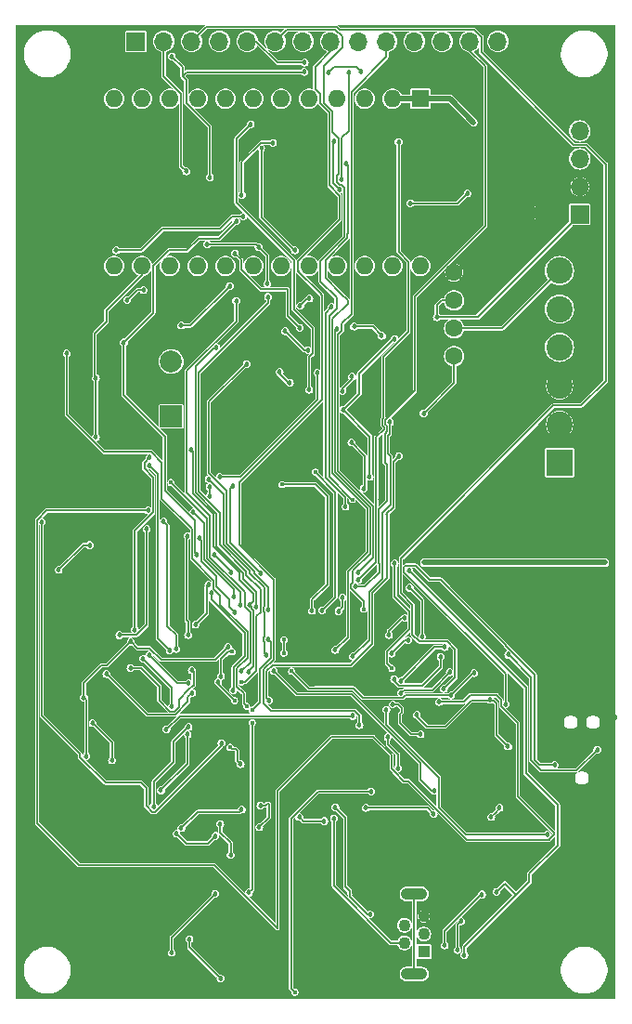
<source format=gbr>
%TF.GenerationSoftware,KiCad,Pcbnew,8.0.3-unknown-1000.20240606gitb882def.fc40*%
%TF.CreationDate,2024-06-07T20:38:04+10:00*%
%TF.ProjectId,l8-kicad,6c382d6b-6963-4616-942e-6b696361645f,1.00*%
%TF.SameCoordinates,Original*%
%TF.FileFunction,Copper,L2,Bot*%
%TF.FilePolarity,Positive*%
%FSLAX46Y46*%
G04 Gerber Fmt 4.6, Leading zero omitted, Abs format (unit mm)*
G04 Created by KiCad (PCBNEW 8.0.3-unknown-1000.20240606gitb882def.fc40) date 2024-06-07 20:38:04*
%MOMM*%
%LPD*%
G01*
G04 APERTURE LIST*
%TA.AperFunction,ComponentPad*%
%ADD10R,1.100000X1.100000*%
%TD*%
%TA.AperFunction,ComponentPad*%
%ADD11C,1.100000*%
%TD*%
%TA.AperFunction,ComponentPad*%
%ADD12O,2.400000X1.100000*%
%TD*%
%TA.AperFunction,ComponentPad*%
%ADD13R,1.700000X1.700000*%
%TD*%
%TA.AperFunction,ComponentPad*%
%ADD14O,1.700000X1.700000*%
%TD*%
%TA.AperFunction,ComponentPad*%
%ADD15R,1.600000X1.600000*%
%TD*%
%TA.AperFunction,ComponentPad*%
%ADD16O,1.600000X1.600000*%
%TD*%
%TA.AperFunction,ComponentPad*%
%ADD17C,1.600200*%
%TD*%
%TA.AperFunction,HeatsinkPad*%
%ADD18C,0.500000*%
%TD*%
%TA.AperFunction,HeatsinkPad*%
%ADD19R,0.500000X1.600000*%
%TD*%
%TA.AperFunction,ComponentPad*%
%ADD20R,2.400000X2.400000*%
%TD*%
%TA.AperFunction,ComponentPad*%
%ADD21C,2.400000*%
%TD*%
%TA.AperFunction,ComponentPad*%
%ADD22R,2.000000X2.000000*%
%TD*%
%TA.AperFunction,ComponentPad*%
%ADD23C,2.000000*%
%TD*%
%TA.AperFunction,ViaPad*%
%ADD24C,0.457657*%
%TD*%
%TA.AperFunction,ViaPad*%
%ADD25C,0.400450*%
%TD*%
%TA.AperFunction,Conductor*%
%ADD26C,0.127127*%
%TD*%
%TA.AperFunction,Conductor*%
%ADD27C,0.131806*%
%TD*%
%TA.AperFunction,Conductor*%
%ADD28C,0.207568*%
%TD*%
%TA.AperFunction,Conductor*%
%ADD29C,0.500000*%
%TD*%
G04 APERTURE END LIST*
D10*
%TO.P,J1,1,VBUS*%
%TO.N,Net-(D12-A)*%
X137606363Y-184797119D03*
D11*
%TO.P,J1,2,D-*%
%TO.N,/USB_OTG_FS_DM*%
X135856363Y-183997119D03*
%TO.P,J1,3,D+*%
%TO.N,/USB_OTG_FS_DP*%
X137606363Y-183197119D03*
%TO.P,J1,4,ID*%
%TO.N,/PA10*%
X135856363Y-182397119D03*
%TO.P,J1,5,GND*%
%TO.N,GND*%
X137606363Y-181597119D03*
D12*
%TO.P,J1,6,Shield*%
%TO.N,/usb/Shield*%
X136731363Y-186847119D03*
X136731363Y-179547119D03*
%TD*%
D13*
%TO.P,J2,1,VCC*%
%TO.N,+3.3V*%
X111340000Y-101880000D03*
D14*
%TO.P,J2,2,GND*%
%TO.N,Net-(J2-GND)*%
X113880000Y-101880000D03*
%TO.P,J2,3,CS*%
%TO.N,/SPI3_CS*%
X116420000Y-101880000D03*
%TO.P,J2,4,RESET*%
%TO.N,/LCD_RESET*%
X118960000Y-101880000D03*
%TO.P,J2,5,D/C*%
%TO.N,/LCD_DC*%
X121500000Y-101880000D03*
%TO.P,J2,6,SDI*%
%TO.N,/SPI3_SDO*%
X124040000Y-101880000D03*
%TO.P,J2,7,SCK*%
%TO.N,/SPI3_SCK*%
X126580000Y-101880000D03*
%TO.P,J2,8,LED*%
%TO.N,/LCD_LED*%
X129120000Y-101880000D03*
%TO.P,J2,9,SDO*%
%TO.N,/SPI3_SDI*%
X131660000Y-101880000D03*
%TO.P,J2,10,T_SCK*%
%TO.N,/SPI4_SCK*%
X134200000Y-101880000D03*
%TO.P,J2,11,T_CS*%
%TO.N,/SPI4_CS*%
X136740000Y-101880000D03*
%TO.P,J2,12,T_SDI*%
%TO.N,/SPI4_SDO*%
X139280000Y-101880000D03*
%TO.P,J2,13,T_SDO*%
%TO.N,/SPI4_SDI*%
X141820000Y-101880000D03*
%TO.P,J2,14,T_IRQ*%
%TO.N,/SPI4_IRQ*%
X144360000Y-101880000D03*
%TD*%
D13*
%TO.P,PS1,1,VOUT*%
%TO.N,+5V*%
X151850000Y-117650000D03*
D14*
%TO.P,PS1,2,GND*%
%TO.N,GND*%
X151850000Y-115110000D03*
%TO.P,PS1,3,VIN*%
%TO.N,Net-(D1-A)*%
X151850000Y-112570000D03*
%TO.P,PS1,4,SHDN*%
%TO.N,unconnected-(PS1-SHDN-Pad4)*%
X151850000Y-110030000D03*
%TD*%
D15*
%TO.P,U4,1,VDD*%
%TO.N,+3.3V*%
X137299100Y-107075000D03*
D16*
%TO.P,U4,2,VDD_IO*%
X134759100Y-107075000D03*
%TO.P,U4,3*%
%TO.N,unconnected-(U4-Pad3)*%
X132219100Y-107075000D03*
%TO.P,U4,4*%
%TO.N,unconnected-(U4-Pad4)*%
X129679100Y-107075000D03*
%TO.P,U4,5*%
%TO.N,unconnected-(U4-Pad5)*%
X127139100Y-107075000D03*
%TO.P,U4,6*%
%TO.N,unconnected-(U4-Pad6)*%
X124599100Y-107075000D03*
%TO.P,U4,7*%
%TO.N,unconnected-(U4-Pad7)*%
X122059100Y-107075000D03*
%TO.P,U4,8*%
%TO.N,unconnected-(U4-Pad8)*%
X119519100Y-107075000D03*
%TO.P,U4,9*%
%TO.N,unconnected-(U4-Pad9)*%
X116979100Y-107075000D03*
%TO.P,U4,10*%
%TO.N,unconnected-(U4-Pad10)*%
X114439100Y-107075000D03*
%TO.P,U4,11*%
%TO.N,unconnected-(U4-Pad11)*%
X111899100Y-107075000D03*
%TO.P,U4,12*%
%TO.N,unconnected-(U4-Pad12)*%
X109359100Y-107075000D03*
%TO.P,U4,13,GND*%
%TO.N,Net-(Q1-D)*%
X109359100Y-122315000D03*
%TO.P,U4,14,DIL_INT1*%
%TO.N,/SPI1_IRQ*%
X111899100Y-122315000D03*
%TO.P,U4,15,DIL_INT2*%
%TO.N,/SPI1_IRQ2*%
X114439100Y-122315000D03*
%TO.P,U4,16,DIL_INT3*%
%TO.N,unconnected-(U4-DIL_INT3-Pad16)*%
X116979100Y-122315000D03*
%TO.P,U4,17,DIL_INT4*%
%TO.N,unconnected-(U4-DIL_INT4-Pad17)*%
X119519100Y-122315000D03*
%TO.P,U4,18,SPI_dut_CS2*%
%TO.N,/SPI1_CS2*%
X122059100Y-122315000D03*
%TO.P,U4,19,CS*%
%TO.N,/SPI1_CS*%
X124599100Y-122315000D03*
%TO.P,U4,20,SCL*%
%TO.N,/SPI1_SCK*%
X127139100Y-122315000D03*
%TO.P,U4,21,SDA*%
%TO.N,/SPI1_SDO*%
X129679100Y-122315000D03*
%TO.P,U4,22,SDO*%
%TO.N,/SPI1_SDI*%
X132219100Y-122315000D03*
%TO.P,U4,23*%
%TO.N,unconnected-(U4-Pad23)*%
X134759100Y-122315000D03*
%TO.P,U4,24*%
%TO.N,unconnected-(U4-Pad24)*%
X137299100Y-122315000D03*
%TD*%
D17*
%TO.P,U1,1,GND*%
%TO.N,GND*%
X140375000Y-122940000D03*
%TO.P,U1,2,VIN*%
%TO.N,+5V*%
X140375000Y-125480000D03*
%TO.P,U1,3,0V*%
%TO.N,/GND_ISO*%
X140375000Y-128020000D03*
%TO.P,U1,4,+VO*%
%TO.N,/+5V_ISO*%
X140375000Y-130560000D03*
%TD*%
D18*
%TO.P,U22,7,PAD*%
%TO.N,GND*%
X148037500Y-116887500D03*
D19*
X148037500Y-117437500D03*
D18*
X148037500Y-117987500D03*
%TD*%
D20*
%TO.P,J3,1,Pin_1*%
%TO.N,/VBATT*%
X150000000Y-140250000D03*
D21*
%TO.P,J3,2,Pin_2*%
%TO.N,GND*%
X150000000Y-136750000D03*
%TO.P,J3,3,Pin_3*%
X150000000Y-133250000D03*
%TO.P,J3,4,Pin_4*%
%TO.N,/CAN_L*%
X150000000Y-129750000D03*
%TO.P,J3,5,Pin_5*%
%TO.N,/CAN_H*%
X150000000Y-126250000D03*
%TO.P,J3,6,Pin_6*%
%TO.N,/GND_ISO*%
X150000000Y-122750000D03*
%TD*%
D22*
%TO.P,BZ1,1,+*%
%TO.N,+5V*%
X114568750Y-136040163D03*
D23*
%TO.P,BZ1,2,-*%
%TO.N,Net-(BZ1--)*%
X114568750Y-131040163D03*
%TD*%
D24*
%TO.N,GND*%
X108979204Y-163543702D03*
X132750000Y-111650000D03*
X109413276Y-155269185D03*
X102081497Y-138459005D03*
X114550000Y-119900000D03*
X101511839Y-165091240D03*
X122700000Y-166150000D03*
X101653626Y-174464255D03*
X153272920Y-111379630D03*
X113800000Y-119850000D03*
X121700000Y-160750000D03*
X154769518Y-128054970D03*
X129400000Y-164050000D03*
X113060386Y-166786427D03*
X110819518Y-180500000D03*
X133300000Y-187400000D03*
X117355453Y-152042924D03*
X105547750Y-141644832D03*
X145760589Y-101547800D03*
X135432225Y-146977460D03*
X108902131Y-119992865D03*
X150500000Y-161700000D03*
X115676355Y-155187538D03*
X143690220Y-170558575D03*
X116629505Y-129018459D03*
X130349218Y-148900442D03*
X106344841Y-181487891D03*
X133693717Y-143560093D03*
X108905593Y-101313245D03*
X135507725Y-126298986D03*
X127600001Y-151100000D03*
X124150000Y-160350000D03*
X153544045Y-142196828D03*
X139782903Y-187809777D03*
X108162045Y-111286299D03*
X147165218Y-179184952D03*
X151250000Y-161750000D03*
X155055955Y-163452505D03*
X152471172Y-119110209D03*
X127813431Y-168607300D03*
X114809544Y-155073042D03*
X148700000Y-172300000D03*
X117000000Y-156050000D03*
X146074303Y-143668987D03*
X112300000Y-130300000D03*
X130550000Y-139800000D03*
X145603035Y-172723109D03*
X134889888Y-153097102D03*
X111668421Y-169924907D03*
X107851661Y-146494358D03*
X135500000Y-155100000D03*
X108566639Y-188534851D03*
X133829872Y-140942509D03*
X144850085Y-126550085D03*
X140720137Y-108677087D03*
X130100000Y-121000000D03*
X107250000Y-173100000D03*
X131500000Y-125850000D03*
X120000000Y-162550000D03*
X103412396Y-149350723D03*
X144016385Y-153503758D03*
X135037921Y-175225014D03*
X153544045Y-156433530D03*
X135482705Y-140284748D03*
X133132289Y-150038999D03*
X116402963Y-154269258D03*
X136100000Y-138000000D03*
X132679661Y-133708520D03*
X138251727Y-118797538D03*
X140026563Y-114441367D03*
X115449863Y-175812640D03*
X133994489Y-172331809D03*
X103868697Y-125026299D03*
X133230722Y-108025899D03*
X111650000Y-171350000D03*
X120521858Y-138550000D03*
X111812184Y-143953737D03*
X127069518Y-182223884D03*
X124000000Y-165200000D03*
X114699788Y-109408881D03*
X131986438Y-172579747D03*
X149800000Y-161700000D03*
X154650000Y-181150000D03*
X150961935Y-171783667D03*
X106366607Y-137988283D03*
X119541472Y-179530482D03*
X119537075Y-132353943D03*
X142318997Y-113287005D03*
X122200000Y-110700000D03*
X139650000Y-158700000D03*
X112996870Y-167855871D03*
X142816438Y-173177917D03*
X136900000Y-168850000D03*
X147553475Y-100596525D03*
X146275933Y-113784997D03*
X144300000Y-136000000D03*
X101405955Y-114318002D03*
X131311009Y-179623583D03*
X108830493Y-160679856D03*
X128200000Y-120850000D03*
X126269518Y-152000000D03*
X131850880Y-114403174D03*
X127700000Y-123550000D03*
X107950000Y-100600000D03*
X110150000Y-176150000D03*
X121850212Y-187894045D03*
X136697606Y-115440427D03*
X115112288Y-117688255D03*
X105819547Y-142738924D03*
X126678142Y-105660112D03*
X149200000Y-148650000D03*
X118019889Y-171566396D03*
X128800000Y-175250000D03*
X131550000Y-158700000D03*
X146000000Y-140950000D03*
X108241670Y-130388391D03*
%TO.N,/MCU/BOOT0*%
X114140643Y-164536651D03*
X131128142Y-163328142D03*
%TO.N,/+5V_ISO*%
X137600000Y-135750000D03*
D25*
%TO.N,/MCU/NRST*%
X124850000Y-156389779D03*
D24*
X107121850Y-147757438D03*
X142211886Y-159431404D03*
X153450000Y-166400000D03*
X140100000Y-161450000D03*
X104301352Y-150004338D03*
D25*
X124850000Y-157600006D03*
D24*
X145315429Y-157742427D03*
D25*
X125550000Y-159250000D03*
D24*
%TO.N,Net-(D12-A)*%
X141008922Y-182036601D03*
X140690178Y-184650783D03*
%TO.N,Net-(U3-VDDA)*%
X106821803Y-166996138D03*
X119742113Y-157063143D03*
X106607587Y-161654889D03*
X110882570Y-156554289D03*
%TO.N,/MCU/PD13*%
X118589324Y-179530482D03*
X114614848Y-184900000D03*
%TO.N,/SPI4_SDI*%
X131362615Y-151525043D03*
X129832444Y-153767556D03*
X130190087Y-152552579D03*
%TO.N,/SPI4_CS*%
X135314061Y-111021551D03*
X131621548Y-150953142D03*
%TO.N,/MCU/SYS_JTDO-SWO*%
X134776363Y-162276362D03*
X137309527Y-165000000D03*
%TO.N,/MCU/SYS_JTMS-SWDIO*%
X145083051Y-162240724D03*
X149550000Y-167788018D03*
%TO.N,/LCD_DC*%
X133786469Y-128688564D03*
X134521932Y-136572622D03*
X130099996Y-114438225D03*
X126750000Y-103789902D03*
X131151701Y-157901701D03*
X131250000Y-127850000D03*
X130749998Y-104700000D03*
%TO.N,Net-(D11-K)*%
X116228142Y-183669518D03*
X119068494Y-187250004D03*
%TO.N,/MCU/SYS_JTCK-SWCLK*%
X136973361Y-163223235D03*
X145300000Y-166100000D03*
X143650000Y-161869518D03*
%TO.N,/MCU/USART2_RX*%
X123900000Y-159200000D03*
X138550000Y-170150000D03*
%TO.N,/MCU/USART2_TX*%
X112488543Y-144605013D03*
X116562076Y-144758674D03*
X120314037Y-152410635D03*
X139000000Y-162050000D03*
%TO.N,Net-(Q1-D)*%
X110546499Y-125441986D03*
X115500000Y-127750000D03*
X119908897Y-124138067D03*
X112062416Y-124521858D03*
%TO.N,/MCU/PB12*%
X119989352Y-175992405D03*
X119047672Y-173183603D03*
%TO.N,/USB_OTG_FS_DP*%
X132717372Y-181405797D03*
X129538934Y-171647711D03*
%TO.N,/SPI2_SCK*%
X117982609Y-141779208D03*
X123850000Y-111100000D03*
X126296690Y-127954504D03*
X120379756Y-121173184D03*
X121000000Y-115850000D03*
X123215392Y-157801949D03*
%TO.N,/SPI2_SDO*%
X122750003Y-150349996D03*
X125834380Y-120895313D03*
X120200000Y-142400000D03*
D25*
X122800000Y-111600000D03*
D24*
%TO.N,/SPI4_SCK*%
X131616084Y-150225743D03*
%TO.N,/SPI3_CS*%
X139450000Y-160871858D03*
X135242396Y-168096600D03*
X134331047Y-165250000D03*
%TO.N,/SPI1_SCK*%
X118530791Y-148636303D03*
X120037831Y-150212169D03*
X126335036Y-125956353D03*
X117976670Y-151359125D03*
X127168924Y-125281072D03*
X116800000Y-155000000D03*
%TO.N,/SPI1_SDI*%
X109840775Y-155964922D03*
X127900000Y-132050000D03*
X118072161Y-142460566D03*
X112328336Y-146298070D03*
X110864204Y-158963152D03*
X118079948Y-143304279D03*
X116437958Y-159163985D03*
X119000000Y-141550000D03*
%TO.N,/SPI1_SDO*%
X129678453Y-128050000D03*
D25*
X132150000Y-153600000D03*
D24*
X119103133Y-159693084D03*
D25*
X120114648Y-157476128D03*
D24*
%TO.N,/SPI2_SDI*%
X118710798Y-129760798D03*
X122275493Y-153354579D03*
%TO.N,/MCU/SPI3_SCK_\u002A*%
X129965264Y-115350464D03*
X129423885Y-111000000D03*
X129211831Y-126044879D03*
X130450000Y-144250000D03*
D25*
%TO.N,/SPI3_SDO*%
X131086961Y-143607511D03*
D24*
%TO.N,/MCU/PA4*%
X116051640Y-146918312D03*
X116107806Y-155948905D03*
%TO.N,/MCU/PC15*%
X127411395Y-153738605D03*
D25*
X124650006Y-142249994D03*
D24*
%TO.N,/LCD_LED*%
X131750000Y-164171858D03*
%TO.N,/MCU/PB4*%
X135532665Y-160121750D03*
X139538302Y-157057619D03*
%TO.N,/MCU/PD6*%
X139985277Y-159348271D03*
X135532666Y-161250000D03*
%TO.N,/LCD_RESET*%
X134952745Y-149436143D03*
X127150000Y-133600000D03*
X131000000Y-138400000D03*
X132122358Y-142625760D03*
X121819925Y-109409411D03*
D25*
X134700000Y-159000000D03*
D24*
%TO.N,/SENSOR_ON*%
X123500000Y-161900000D03*
X135352931Y-139649392D03*
%TO.N,/LCD_ON*%
X114424488Y-157353731D03*
X112552866Y-140515714D03*
%TO.N,/SPI1_CS2*%
X120500000Y-125500000D03*
X120975154Y-159264744D03*
%TO.N,/MCU/PE9*%
X112960126Y-171570090D03*
X116154566Y-164325103D03*
%TO.N,/SPI2_CS*%
X121450004Y-131250000D03*
X123378142Y-153623505D03*
D25*
%TO.N,/MCU/PC13*%
X127700000Y-141100000D03*
D24*
X128335958Y-153714042D03*
D25*
%TO.N,/MCU/PA1*%
X114550000Y-142050000D03*
D24*
X120866791Y-153230204D03*
%TO.N,/SPI2_IRQ*%
X120909315Y-167713789D03*
D25*
X121450000Y-162450000D03*
D24*
X105039571Y-130293942D03*
D25*
X119950000Y-166200000D03*
D24*
X121137454Y-117822219D03*
X109540697Y-120897156D03*
%TO.N,/SPI2_IRQ2*%
X120500000Y-118244077D03*
X110250002Y-129300000D03*
X116914955Y-148682320D03*
%TO.N,/MCU/PE10*%
X113633104Y-170101566D03*
X116056772Y-164991023D03*
%TO.N,/MCU/PE0*%
X136165813Y-156431530D03*
X134675766Y-157644487D03*
%TO.N,/MCU/PE12*%
X114633730Y-162466387D03*
X112017383Y-158124039D03*
%TO.N,/MCU/PD7*%
X134202227Y-162755797D03*
X148863067Y-174156332D03*
%TO.N,/MCU/PC8*%
X128525775Y-172903414D03*
X126256988Y-172549672D03*
%TO.N,/MCU/PD9*%
X115500000Y-173550000D03*
X121000266Y-171853136D03*
D25*
%TO.N,/MCU/PC0*%
X121950000Y-162800000D03*
D24*
X123428142Y-156358836D03*
D25*
X121950000Y-163950000D03*
D24*
X121669841Y-179415831D03*
%TO.N,/SPI1_IRQ2*%
X111258355Y-155468697D03*
X112570945Y-157809266D03*
X112602916Y-139769265D03*
X116160876Y-160338868D03*
%TO.N,/MCU/PD10*%
X118594585Y-174258817D03*
X115050000Y-174050000D03*
%TO.N,/SPI1_IRQ*%
X108656372Y-159510271D03*
X107705248Y-137916878D03*
X107705248Y-132550000D03*
X116485750Y-161231491D03*
%TO.N,/MCU/PE11*%
X114992635Y-157215229D03*
X113865287Y-145616961D03*
D25*
%TO.N,/SPI1_CS*%
X120946551Y-160250000D03*
X120345871Y-161935277D03*
D24*
X123400000Y-125150000D03*
X118861839Y-160225767D03*
%TO.N,/MCU/PA0*%
X120332742Y-153883542D03*
X117154289Y-147149669D03*
%TO.N,/MCU/PD11*%
X122593794Y-173455571D03*
X122712569Y-171490833D03*
%TO.N,/MCU/PB5*%
X139150000Y-157950000D03*
X134903128Y-159974956D03*
%TO.N,/MCU/PE8*%
X118226559Y-152123157D03*
X120229262Y-160973419D03*
%TO.N,Net-(J2-GND)*%
X115931001Y-113703733D03*
%TO.N,Net-(Q1-G)*%
X136385076Y-116620785D03*
X141609933Y-115711958D03*
%TO.N,/MCU/BEEPER*%
X119150000Y-165800000D03*
X102758781Y-145676329D03*
%TO.N,+5V*%
X134939729Y-128987310D03*
X130236263Y-135426244D03*
X136246548Y-150059521D03*
X141305198Y-185101512D03*
X125393095Y-132972079D03*
X124465542Y-131977748D03*
X144241055Y-179367119D03*
X138800000Y-126988989D03*
X132671858Y-141549998D03*
%TO.N,+3.3V*%
X121622392Y-159328142D03*
X131856356Y-104587050D03*
X132810822Y-170217221D03*
X131075774Y-132427266D03*
X137641000Y-149350000D03*
X122533426Y-120591066D03*
X134441870Y-155950000D03*
X118100000Y-114250000D03*
D25*
X125850000Y-188500000D03*
D24*
X143762690Y-172524303D03*
X144508484Y-171707150D03*
X116378142Y-139100000D03*
D25*
X154150000Y-149350000D03*
D24*
X135900000Y-154400000D03*
X124977595Y-128265162D03*
X128915531Y-104697755D03*
X107408952Y-163976473D03*
X127052849Y-130010707D03*
X137471540Y-156096177D03*
X136327451Y-151647942D03*
X142150000Y-109250000D03*
X138508182Y-172241011D03*
X123331805Y-123950000D03*
X121710507Y-153203699D03*
X132323624Y-171696425D03*
X114619052Y-103256349D03*
X130191639Y-133701493D03*
X117863395Y-120360148D03*
X126693312Y-104642888D03*
X109162354Y-167361414D03*
%TO.N,/USB_OTG_FS_DM*%
X139511108Y-184237859D03*
X129407855Y-172669562D03*
X142922443Y-179590969D03*
%TO.N,/MCU/SPI3_SDI_\u002A*%
X130524241Y-113006857D03*
X129550000Y-157300000D03*
%TD*%
D26*
%TO.N,/usb/Shield*%
X136731363Y-186294137D02*
X136731363Y-186847119D01*
X136731500Y-186294000D02*
X136731363Y-186294137D01*
X136731500Y-180101000D02*
X136731363Y-180100863D01*
D27*
X136731500Y-180101000D02*
X136731500Y-186294000D01*
D26*
X136731363Y-180100863D02*
X136731363Y-179547119D01*
D27*
%TO.N,/MCU/BOOT0*%
X131113029Y-163343255D02*
X115334039Y-163343255D01*
X115334039Y-163343255D02*
X114140643Y-164536651D01*
X131128142Y-163328142D02*
X131113029Y-163343255D01*
D26*
%TO.N,/GND_ISO*%
X150000000Y-122750000D02*
X144730000Y-128020000D01*
X144730000Y-128020000D02*
X140375000Y-128020000D01*
%TO.N,/+5V_ISO*%
X140375000Y-130560000D02*
X140375000Y-132975000D01*
X140375000Y-132975000D02*
X137600000Y-135750000D01*
%TO.N,/MCU/NRST*%
X127700000Y-160800000D02*
X127650000Y-160850000D01*
X151545359Y-168304641D02*
X153450000Y-166400000D01*
D27*
X106548252Y-147757438D02*
X107121850Y-147757438D01*
D26*
X147375829Y-167375829D02*
X148304641Y-168304641D01*
X127150000Y-160850000D02*
X125550000Y-159250000D01*
X135706437Y-161669519D02*
X132046268Y-161669519D01*
D27*
X104301352Y-150004338D02*
X106548252Y-147757438D01*
D26*
X131176749Y-160800000D02*
X127700000Y-160800000D01*
X142211886Y-159431404D02*
X142118596Y-159431404D01*
X124850000Y-156389779D02*
X124850000Y-157600006D01*
X140100000Y-161450000D02*
X135925956Y-161450000D01*
X132046268Y-161669519D02*
X131176749Y-160800000D01*
X145315429Y-157742427D02*
X147375829Y-159802827D01*
X135925956Y-161450000D02*
X135706437Y-161669519D01*
X148304641Y-168304641D02*
X151545359Y-168304641D01*
X127650000Y-160850000D02*
X127150000Y-160850000D01*
X142118596Y-159431404D02*
X140100000Y-161450000D01*
X147375829Y-159802827D02*
X147375829Y-167375829D01*
D27*
%TO.N,Net-(D12-A)*%
X140690178Y-182355345D02*
X140690178Y-184650783D01*
X141008922Y-182036601D02*
X140690178Y-182355345D01*
%TO.N,Net-(U3-VDDA)*%
X106607587Y-160290915D02*
X106607587Y-161654889D01*
X108174783Y-158723719D02*
X106607587Y-160290915D01*
X111483432Y-157155150D02*
X110882570Y-156554289D01*
X110882570Y-156554289D02*
X108713141Y-158723719D01*
X118603418Y-158201838D02*
X113657693Y-158201838D01*
X106821803Y-161869104D02*
X106821803Y-166996138D01*
X113657693Y-158201838D02*
X112611006Y-157155150D01*
X108713141Y-158723719D02*
X108174783Y-158723719D01*
X106607587Y-161654889D02*
X106821803Y-161869104D01*
X119742113Y-157063143D02*
X118603418Y-158201838D01*
X112611006Y-157155150D02*
X111483432Y-157155150D01*
%TO.N,/MCU/PD13*%
X114614848Y-183504958D02*
X114614848Y-184900000D01*
X118589324Y-179530482D02*
X114614848Y-183504958D01*
%TO.N,/SPI4_SDI*%
X129832444Y-153767556D02*
X130190087Y-153409913D01*
X130190087Y-153409913D02*
X130190087Y-152552579D01*
X134054153Y-140233386D02*
X134054153Y-137595847D01*
X133530792Y-144465808D02*
X134275655Y-143720945D01*
X133554148Y-150213740D02*
X133554148Y-149433441D01*
X133554148Y-149433441D02*
X133530792Y-149410085D01*
X134100074Y-136747363D02*
X134100074Y-136397882D01*
X134275655Y-143720945D02*
X134275655Y-140454888D01*
X136800000Y-133697956D02*
X136800000Y-125110502D01*
X134054153Y-137595847D02*
X134241914Y-137408086D01*
X134100074Y-136397882D02*
X136800000Y-133697956D01*
X134250000Y-137367627D02*
X134250000Y-136897289D01*
X134250000Y-136897289D02*
X134100074Y-136747363D01*
X133530792Y-149410085D02*
X133530792Y-144465808D01*
X134241914Y-137408086D02*
X134241914Y-137375712D01*
X134241914Y-137375712D02*
X134250000Y-137367627D01*
D26*
X141820000Y-102735000D02*
X141820000Y-101880000D01*
D27*
X143221859Y-118688643D02*
X143221859Y-104136859D01*
X134275655Y-140454888D02*
X134054153Y-140233386D01*
X136800000Y-125110502D02*
X143221859Y-118688643D01*
X143221859Y-104136859D02*
X141820000Y-102735000D01*
X132242845Y-151525043D02*
X133554148Y-150213740D01*
X131362615Y-151525043D02*
X132242845Y-151525043D01*
%TO.N,/SPI4_CS*%
X136212867Y-121937963D02*
X135314061Y-121039156D01*
X136212867Y-128310772D02*
X136212867Y-121937963D01*
X135314061Y-121039156D02*
X135314061Y-111021551D01*
X133271859Y-137928141D02*
X133991067Y-137208933D01*
X133919209Y-130604430D02*
X136212867Y-128310772D01*
X131621548Y-150953142D02*
X133271859Y-149302831D01*
X133991067Y-137208933D02*
X133991067Y-137004543D01*
X133991067Y-137004543D02*
X133841141Y-136854617D01*
X133841141Y-136290628D02*
X133919209Y-136212561D01*
X133271859Y-149302831D02*
X133271859Y-137928141D01*
X133841141Y-136854617D02*
X133841141Y-136290628D01*
X133919209Y-136212561D02*
X133919209Y-130604430D01*
%TO.N,/MCU/SYS_JTDO-SWO*%
X134776363Y-162276362D02*
X135241804Y-162276362D01*
X135450000Y-164000000D02*
X136450000Y-165000000D01*
X135608431Y-163003678D02*
X135450000Y-163162109D01*
X135608431Y-162642989D02*
X135608431Y-163003678D01*
X135241804Y-162276362D02*
X135608431Y-162642989D01*
X135450000Y-163162109D02*
X135450000Y-164000000D01*
X136450000Y-165000000D02*
X137309527Y-165000000D01*
D26*
%TO.N,/MCU/SYS_JTMS-SWDIO*%
X147743123Y-159574286D02*
X145081559Y-156912722D01*
X149550000Y-167788018D02*
X148147588Y-167788018D01*
X135962562Y-149622357D02*
X135799405Y-149785514D01*
X148147588Y-167788018D02*
X147743123Y-167383553D01*
X141118771Y-152887670D02*
X139929937Y-151698832D01*
X136864047Y-149622357D02*
X135962562Y-149622357D01*
X138147965Y-150906275D02*
X136864047Y-149622357D01*
X147743123Y-167383553D02*
X147743123Y-159574286D01*
X139929937Y-151698832D02*
X139137378Y-150906275D01*
X135799405Y-150219755D02*
X145083051Y-159503400D01*
X145081559Y-156850456D02*
X144685279Y-156454178D01*
X139137378Y-150906275D02*
X138147965Y-150906275D01*
X145081559Y-156912722D02*
X145081559Y-156850456D01*
X145083051Y-159503400D02*
X145083051Y-162240724D01*
X144685279Y-156454178D02*
X141118771Y-152887670D01*
X135799405Y-149785514D02*
X135799405Y-150219755D01*
D27*
%TO.N,/LCD_DC*%
X130099996Y-110665842D02*
X130099996Y-114438225D01*
X134521932Y-137461881D02*
X134521932Y-136572622D01*
X132947905Y-127850000D02*
X131250000Y-127850000D01*
X134318159Y-137800000D02*
X134500847Y-137617312D01*
X122355000Y-101880000D02*
X124264902Y-103789902D01*
X134556793Y-139653470D02*
X134318159Y-139414836D01*
X130749998Y-110015840D02*
X130099996Y-110665842D01*
X133813081Y-150870733D02*
X133813081Y-144791773D01*
X134500847Y-137617312D02*
X134500847Y-137482966D01*
X133786469Y-128688564D02*
X132947905Y-127850000D01*
X134318159Y-139414836D02*
X134318159Y-137800000D01*
X132649950Y-156403452D02*
X132649950Y-152033864D01*
X134556793Y-144048061D02*
X134556793Y-139653470D01*
D26*
X122355000Y-101880000D02*
X121500000Y-101880000D01*
D27*
X134500847Y-137482966D02*
X134521932Y-137461881D01*
X130749998Y-104700000D02*
X130749998Y-110015840D01*
X133813081Y-144791773D02*
X134556793Y-144048061D01*
X132649950Y-152033864D02*
X133813081Y-150870733D01*
X124264902Y-103789902D02*
X126750000Y-103789902D01*
X131151701Y-157901701D02*
X132649950Y-156403452D01*
%TO.N,Net-(D11-K)*%
X116228142Y-184409652D02*
X116228142Y-183669518D01*
X119068494Y-187250004D02*
X116228142Y-184409652D01*
%TO.N,/MCU/SYS_JTCK-SWCLK*%
X137902715Y-164300000D02*
X136973361Y-163370646D01*
D26*
X144250000Y-162200000D02*
X144250000Y-165050000D01*
D27*
X139550000Y-164300000D02*
X137902715Y-164300000D01*
D26*
X144250000Y-165050000D02*
X145300000Y-166100000D01*
D27*
X136973361Y-163370646D02*
X136973361Y-163223235D01*
X141950000Y-161900000D02*
X139550000Y-164300000D01*
X143260372Y-161900000D02*
X141950000Y-161900000D01*
D26*
X143950000Y-161900000D02*
X144250000Y-162200000D01*
X143260372Y-161900000D02*
X143950000Y-161900000D01*
D27*
%TO.N,/MCU/USART2_RX*%
X126050000Y-161350000D02*
X123900000Y-159200000D01*
X138350000Y-170150000D02*
X137321859Y-169121859D01*
X137321859Y-169121859D02*
X137321859Y-167644213D01*
X131027646Y-161350000D02*
X126050000Y-161350000D01*
X138550000Y-170150000D02*
X138350000Y-170150000D01*
X137321859Y-167644213D02*
X131027646Y-161350000D01*
D26*
%TO.N,/MCU/USART2_TX*%
X141545627Y-174595627D02*
X136225773Y-169275773D01*
X146208396Y-163959358D02*
X146208396Y-170686467D01*
X141842714Y-161450000D02*
X144276971Y-161450000D01*
X124276531Y-170173469D02*
X124276531Y-182677331D01*
X141242714Y-162050000D02*
X141842714Y-161450000D01*
X103205769Y-144605013D02*
X112488543Y-144605013D01*
X149032336Y-174595627D02*
X141545627Y-174595627D01*
X120314037Y-152410635D02*
X120314037Y-151814037D01*
X144276971Y-161450000D02*
X144663533Y-161836562D01*
X134662038Y-168146545D02*
X134662038Y-166887539D01*
X106153705Y-176903705D02*
X102334670Y-173084670D01*
X134893512Y-168378019D02*
X134662038Y-168146545D01*
X149482897Y-173960969D02*
X149482897Y-174139998D01*
X102334670Y-145476112D02*
X103205769Y-144605013D01*
X139000000Y-162050000D02*
X141242714Y-162050000D01*
X102334670Y-173084670D02*
X102334670Y-145476112D01*
X118502905Y-176903705D02*
X106153705Y-176903705D01*
X117593407Y-149093407D02*
X117593407Y-145790005D01*
X135795474Y-169275773D02*
X134897719Y-168378019D01*
X134662038Y-166887539D02*
X133024499Y-165250000D01*
X129200000Y-165250000D02*
X124276531Y-170173469D01*
X134897719Y-168378019D02*
X134893512Y-168378019D01*
X133024499Y-165250000D02*
X129200000Y-165250000D01*
X149032336Y-174590560D02*
X149032336Y-174595627D01*
X124276531Y-182677331D02*
X118502905Y-176903705D01*
X144663533Y-161836562D02*
X144663533Y-162414495D01*
X117593407Y-145790005D02*
X116562076Y-144758674D01*
X144663533Y-162414495D02*
X146208396Y-163959358D01*
X136225773Y-169275773D02*
X135795474Y-169275773D01*
X149482897Y-174139998D02*
X149032336Y-174590560D01*
X146208396Y-170686467D02*
X149482897Y-173960969D01*
X120314037Y-151814037D02*
X117593407Y-149093407D01*
D27*
%TO.N,Net-(Q1-D)*%
X116296964Y-127750000D02*
X115500000Y-127750000D01*
X111466627Y-124521858D02*
X112062416Y-124521858D01*
X119908897Y-124138067D02*
X116296964Y-127750000D01*
X110546499Y-125441986D02*
X111466627Y-124521858D01*
%TO.N,/MCU/PB12*%
X119989352Y-175992405D02*
X119989352Y-174888883D01*
X119989352Y-174888883D02*
X119047672Y-173947203D01*
X119047672Y-173947203D02*
X119047672Y-173183603D01*
%TO.N,/USB_OTG_FS_DP*%
X129538934Y-171647711D02*
X130461500Y-172570277D01*
X130832533Y-179269933D02*
X130906740Y-179825025D01*
X130461500Y-178898899D02*
X130832533Y-179269933D01*
X130906740Y-179825025D02*
X132487512Y-181405797D01*
X130461500Y-172570277D02*
X130461500Y-178898899D01*
X132487512Y-181405797D02*
X132717372Y-181405797D01*
%TO.N,/SPI2_SCK*%
X122956284Y-153798246D02*
X122956284Y-153448765D01*
X123006284Y-156184096D02*
X123069209Y-156121171D01*
X123069209Y-156121171D02*
X123069209Y-153911171D01*
X123069209Y-153911171D02*
X122956284Y-153798246D01*
X123069209Y-153335840D02*
X123069209Y-151631995D01*
X121750000Y-150312786D02*
X121750000Y-150250000D01*
D26*
X119311815Y-147674693D02*
X121750000Y-150112878D01*
D27*
X123069209Y-157655766D02*
X123069209Y-156596502D01*
D26*
X121750000Y-150112878D02*
X121750000Y-150250000D01*
X122737122Y-111100000D02*
X121000000Y-112837122D01*
X120962403Y-122665777D02*
X122746626Y-124450000D01*
D27*
X123069209Y-156596502D02*
X123006284Y-156533577D01*
X119311815Y-143103621D02*
X117987402Y-141779208D01*
X117987402Y-141779208D02*
X117982609Y-141779208D01*
D26*
X120962403Y-121755831D02*
X120962403Y-122665777D01*
X121000000Y-112837122D02*
X121000000Y-115850000D01*
D27*
X122956284Y-153448765D02*
X123069209Y-153335840D01*
X123006284Y-156533577D02*
X123006284Y-156184096D01*
D26*
X119311815Y-145988185D02*
X119311815Y-147674693D01*
X122746626Y-124450000D02*
X125203925Y-124450000D01*
D27*
X123069209Y-151631995D02*
X121750000Y-150312786D01*
X123215392Y-157801949D02*
X123069209Y-157655766D01*
D26*
X125203925Y-124450000D02*
X125203925Y-126861738D01*
X125203925Y-126861738D02*
X126296690Y-127954504D01*
D27*
X119311815Y-146050000D02*
X119311815Y-143103621D01*
D26*
X120379756Y-121173184D02*
X120962403Y-121755831D01*
X123850000Y-111100000D02*
X122737122Y-111100000D01*
D27*
%TO.N,/SPI2_SDO*%
X125769908Y-120895313D02*
X125834380Y-120895313D01*
X122800000Y-111600000D02*
X122800000Y-117925405D01*
X119950000Y-142650000D02*
X120200000Y-142400000D01*
X119950000Y-147549996D02*
X119950000Y-142650000D01*
D26*
X122750000Y-150349996D02*
X122750003Y-150349996D01*
D27*
X122800000Y-117925405D02*
X125769908Y-120895313D01*
D26*
X119950000Y-147549996D02*
X122750000Y-150349996D01*
D27*
%TO.N,/SPI4_SCK*%
X130128142Y-127575260D02*
X130128142Y-128225260D01*
X132985044Y-144222165D02*
X132985044Y-148856783D01*
X132985044Y-148856783D02*
X131616084Y-150225743D01*
X130128142Y-128225260D02*
X129769781Y-128583621D01*
X129769781Y-141006902D02*
X132985044Y-144222165D01*
D26*
X134200000Y-102735000D02*
X134200000Y-101880000D01*
D27*
X131025260Y-106455458D02*
X131025260Y-126678142D01*
X134200000Y-103280718D02*
X131025260Y-106455458D01*
X129769781Y-128583621D02*
X129769781Y-141006902D01*
X134200000Y-102735000D02*
X134200000Y-103280718D01*
X131025260Y-126678142D02*
X130128142Y-127575260D01*
D26*
%TO.N,/SPI3_CS*%
X142860691Y-101448931D02*
X142211760Y-100800000D01*
X137194614Y-156543281D02*
X136578452Y-155927119D01*
X140471979Y-157270991D02*
X139744269Y-156543281D01*
X135543423Y-148956577D02*
X149450000Y-135050000D01*
X151950000Y-135050000D02*
X154206593Y-132793407D01*
X135543423Y-152153369D02*
X135543423Y-148956577D01*
X135242396Y-166822233D02*
X135242396Y-168096600D01*
X152450000Y-111300000D02*
X151300000Y-111300000D01*
X136578452Y-153188398D02*
X135543423Y-152153369D01*
X139450000Y-160871858D02*
X140471979Y-159849879D01*
X117754254Y-100545746D02*
X116420000Y-101880000D01*
X154206593Y-132793407D02*
X154206593Y-113056593D01*
X136578452Y-155927119D02*
X136578452Y-153188398D01*
X151300000Y-111300000D02*
X142860691Y-102860691D01*
X140471979Y-159849879D02*
X140471979Y-157270991D01*
X142211760Y-100800000D02*
X129909570Y-100800000D01*
X139744269Y-156543281D02*
X137194614Y-156543281D01*
X142860691Y-102860691D02*
X142860691Y-101448931D01*
X129909570Y-100800000D02*
X129655316Y-100545746D01*
X134331047Y-165910884D02*
X135242396Y-166822233D01*
X154206593Y-113056593D02*
X152450000Y-111300000D01*
X134331047Y-165250000D02*
X134331047Y-165910884D01*
X149450000Y-135050000D02*
X151950000Y-135050000D01*
X129655316Y-100545746D02*
X117754254Y-100545746D01*
D27*
%TO.N,/SPI1_SCK*%
X120037831Y-150143343D02*
X118530791Y-148636303D01*
X120037831Y-150212169D02*
X120037831Y-150143343D01*
X117804701Y-153995299D02*
X117804701Y-151531094D01*
X117804701Y-151531094D02*
X117976670Y-151359125D01*
X116800000Y-155000000D02*
X117804701Y-153995299D01*
X126335036Y-125956353D02*
X127010317Y-125281072D01*
X127010317Y-125281072D02*
X127168924Y-125281072D01*
%TO.N,/SPI1_SDI*%
X111392522Y-155949628D02*
X112328336Y-155013814D01*
X115259609Y-161837211D02*
X115259609Y-162497212D01*
X109840775Y-155964922D02*
X109856069Y-155949628D01*
X116554056Y-160590050D02*
X116148090Y-160948730D01*
X116602752Y-160541354D02*
X116554056Y-160590050D01*
X127900000Y-134533814D02*
X120883814Y-141550000D01*
X113478963Y-160637614D02*
X111804501Y-158963152D01*
X120883814Y-141550000D02*
X119000000Y-141550000D01*
X113478963Y-161937606D02*
X113478963Y-160637614D01*
X116437958Y-159163985D02*
X116602752Y-159328779D01*
X115259609Y-162497212D02*
X114844585Y-162912236D01*
X114453593Y-162912236D02*
X113478963Y-161937606D01*
X116148090Y-160948730D02*
X115259609Y-161837211D01*
X109856069Y-155949628D02*
X111392522Y-155949628D01*
X118072161Y-142460566D02*
X118072161Y-143296492D01*
X127900000Y-132050000D02*
X127900000Y-134533814D01*
X116602752Y-159328779D02*
X116602752Y-160541354D01*
X112328336Y-155013814D02*
X112328336Y-146298070D01*
X118072161Y-143296492D02*
X118079948Y-143304279D01*
X114844585Y-162912236D02*
X114453593Y-162912236D01*
X111804501Y-158963152D02*
X110864204Y-158963152D01*
D26*
%TO.N,/SPI1_SDO*%
X119767338Y-157482662D02*
X119103133Y-158146867D01*
X131150000Y-150098539D02*
X132728452Y-148520087D01*
X120108114Y-157482662D02*
X119767338Y-157482662D01*
X131194562Y-151944562D02*
X131188845Y-151944562D01*
X130943097Y-151698814D02*
X130943097Y-151351273D01*
X119103133Y-158146867D02*
X119103133Y-159693084D01*
X132728452Y-144328452D02*
X129513187Y-141113187D01*
X131150000Y-151144370D02*
X131150000Y-150098539D01*
X129513187Y-128215266D02*
X129678453Y-128050000D01*
X129513187Y-141113187D02*
X129513187Y-128215266D01*
X120114648Y-157476128D02*
X120108114Y-157482662D01*
X132150000Y-153600000D02*
X132150000Y-152900000D01*
X130943097Y-151351273D02*
X131150000Y-151144370D01*
X132728452Y-148520087D02*
X132728452Y-144328452D01*
X132150000Y-152900000D02*
X131194562Y-151944562D01*
X131188845Y-151944562D02*
X130943097Y-151698814D01*
D27*
%TO.N,/SPI2_SDI*%
X118700000Y-144887122D02*
X118700000Y-147850000D01*
X118710798Y-129760798D02*
X118480386Y-129760798D01*
X116800000Y-142987122D02*
X118700000Y-144887122D01*
X121150000Y-150300000D02*
X121150000Y-150850000D01*
X118480386Y-129760798D02*
X116800000Y-131441184D01*
X121150000Y-150850000D02*
X122306594Y-152006594D01*
X122306594Y-153323478D02*
X122275493Y-153354579D01*
X116800000Y-131441184D02*
X116800000Y-142987122D01*
X122306594Y-152006594D02*
X122306594Y-153323478D01*
X118700000Y-147850000D02*
X121150000Y-150300000D01*
%TO.N,/MCU/SPI3_SCK_\u002A*%
X128643406Y-141577219D02*
X128643406Y-126613304D01*
X129423885Y-111000000D02*
X129350000Y-111073885D01*
X130450000Y-143383813D02*
X128643406Y-141577219D01*
X128643406Y-126613304D02*
X129211831Y-126044879D01*
X129350000Y-111073885D02*
X129350000Y-114735200D01*
X129350000Y-114735200D02*
X129965264Y-115350464D01*
X130450000Y-144250000D02*
X130450000Y-143383813D01*
D26*
%TO.N,/SPI3_SDO*%
X130384783Y-119674787D02*
X128200000Y-121859570D01*
X129680478Y-114702800D02*
X129908624Y-114930946D01*
X130160691Y-102439309D02*
X128496013Y-104103987D01*
X129643407Y-125193407D02*
X129643407Y-126206593D01*
X130139035Y-114930946D02*
X130384783Y-115176694D01*
X129256593Y-108247912D02*
X129256593Y-110156593D01*
X129000001Y-141550001D02*
X131057511Y-143607511D01*
X129908624Y-114930946D02*
X130139035Y-114930946D01*
X131057511Y-143607511D02*
X131086961Y-143607511D01*
X124040000Y-101880000D02*
X125120000Y-100800000D01*
X128200000Y-121859570D02*
X128200000Y-123750000D01*
X129000001Y-126849999D02*
X129000001Y-141550001D01*
X130160691Y-101410691D02*
X130160691Y-102439309D01*
X128200000Y-123750000D02*
X129643407Y-125193407D01*
X128496013Y-104103987D02*
X128496013Y-107487332D01*
X125120000Y-100800000D02*
X129550000Y-100800000D01*
X129680478Y-114132400D02*
X129680478Y-114702800D01*
X128496013Y-107487332D02*
X129256593Y-108247912D01*
X129843403Y-113969475D02*
X129680478Y-114132400D01*
X129256593Y-110156593D02*
X129843403Y-110743403D01*
X129643407Y-126206593D02*
X129000001Y-126849999D01*
X129843403Y-110743403D02*
X129843403Y-113969475D01*
X130384783Y-115176694D02*
X130384783Y-119674787D01*
X129550000Y-100800000D02*
X130160691Y-101410691D01*
D27*
%TO.N,/MCU/PA4*%
X116051640Y-146918312D02*
X115969477Y-147000475D01*
X115969477Y-154610997D02*
X116107806Y-154749326D01*
X115969477Y-147000475D02*
X115969477Y-154610997D01*
X116107806Y-154749326D02*
X116107806Y-155948905D01*
D26*
%TO.N,/MCU/PC15*%
X127750000Y-142250000D02*
X124650000Y-142250000D01*
D27*
X128800000Y-143300000D02*
X127750000Y-142250000D01*
D26*
X124650000Y-142250000D02*
X124650006Y-142249994D01*
D27*
X127411395Y-152735205D02*
X128800000Y-151346600D01*
X128800000Y-151346600D02*
X128800000Y-143300000D01*
X127411395Y-153738605D02*
X127411395Y-152735205D01*
%TO.N,/LCD_LED*%
X128321859Y-124989729D02*
X128132130Y-124800000D01*
X128321859Y-134478141D02*
X128321859Y-124989729D01*
X129000000Y-108354197D02*
X128132130Y-107486327D01*
X128132130Y-106663673D02*
X127700000Y-106231543D01*
X123896184Y-158170002D02*
X123896184Y-150899578D01*
X131296598Y-162850000D02*
X123700000Y-162850000D01*
X131750000Y-164171858D02*
X131750000Y-163303402D01*
D26*
X126148409Y-122725358D02*
X126148409Y-121904642D01*
D27*
X123000000Y-162150000D02*
X123000000Y-159066186D01*
X123896184Y-150899578D02*
X120750000Y-147753394D01*
X123000000Y-159066186D02*
X123896184Y-158170002D01*
X127700000Y-104155000D02*
X129120000Y-102735000D01*
X123700000Y-162850000D02*
X123000000Y-162150000D01*
D26*
X126239330Y-122816279D02*
X126148409Y-122725358D01*
D27*
X131750000Y-163303402D02*
X131296598Y-162850000D01*
D26*
X128132130Y-124800000D02*
X126148409Y-122816279D01*
X126148409Y-121904642D02*
X129950000Y-118103051D01*
X126148409Y-122816279D02*
X126239330Y-122816279D01*
D27*
X120750000Y-147753394D02*
X120750000Y-142050000D01*
X127700000Y-106231543D02*
X127700000Y-104155000D01*
X129950000Y-115931798D02*
X129000000Y-114981798D01*
D26*
X129120000Y-102735000D02*
X129120000Y-101880000D01*
D27*
X128132130Y-107486327D02*
X128132130Y-106663673D01*
D26*
X129950000Y-118103051D02*
X129950000Y-115931798D01*
D27*
X129000000Y-114981798D02*
X129000000Y-108354197D01*
X120750000Y-142050000D02*
X128321859Y-134478141D01*
%TO.N,/MCU/PB4*%
X135532665Y-160121750D02*
X138596796Y-157057619D01*
X138596796Y-157057619D02*
X139538302Y-157057619D01*
%TO.N,/MCU/PD6*%
X135532666Y-161250000D02*
X135812448Y-160970218D01*
X135812448Y-160970218D02*
X138363331Y-160970218D01*
X138363331Y-160970218D02*
X139985277Y-159348271D01*
%TO.N,/LCD_RESET*%
X134952745Y-149436143D02*
X134952745Y-152456146D01*
X132250000Y-142498118D02*
X132122358Y-142625760D01*
X125752951Y-121841118D02*
X125752951Y-126249545D01*
X127492716Y-127989310D02*
X127492716Y-130299704D01*
X121819925Y-109409411D02*
X120500000Y-110729336D01*
X125752951Y-126249545D02*
X127492716Y-127989310D01*
X127150000Y-130642420D02*
X127150000Y-133600000D01*
X136321859Y-155401796D02*
X134253908Y-157469747D01*
X131000000Y-138400000D02*
X132250000Y-139650000D01*
X134952745Y-152456146D02*
X136321859Y-153825260D01*
X136321859Y-153825260D02*
X136321859Y-155401796D01*
X134253908Y-158553908D02*
X134700000Y-159000000D01*
X120500000Y-110729336D02*
X120500000Y-116588167D01*
X127492716Y-130299704D02*
X127150000Y-130642420D01*
X120500000Y-116588167D02*
X125752951Y-121841118D01*
X134253908Y-157469747D02*
X134253908Y-158553908D01*
X132250000Y-139650000D02*
X132250000Y-142498118D01*
%TO.N,/SENSOR_ON*%
X134200000Y-144950000D02*
X134817731Y-144332269D01*
X130950000Y-158700000D02*
X132908883Y-156741117D01*
X123803402Y-158700000D02*
X130950000Y-158700000D01*
X123500000Y-161900000D02*
X123258933Y-161658933D01*
X132908883Y-156741117D02*
X132908883Y-152141117D01*
X123258933Y-159244469D02*
X123803402Y-158700000D01*
X132908883Y-152141117D02*
X134286982Y-150763018D01*
X134286982Y-150763018D02*
X134286982Y-145036982D01*
X134286982Y-145036982D02*
X134200000Y-144950000D01*
X123258933Y-161658933D02*
X123258933Y-159244469D01*
X134817731Y-144332269D02*
X134817731Y-140184591D01*
X134817731Y-140184591D02*
X135352931Y-139649392D01*
%TO.N,/LCD_ON*%
X113343783Y-141306631D02*
X113343783Y-156273026D01*
X112552866Y-140515714D02*
X113343783Y-141306631D01*
X113343783Y-156273026D02*
X114424488Y-157353731D01*
%TO.N,/SPI1_CS2*%
X121793406Y-158446492D02*
X121793406Y-153883197D01*
X121793406Y-153883197D02*
X121288649Y-153378440D01*
X120975154Y-159264744D02*
X121793406Y-158446492D01*
X121288649Y-153378440D02*
X121288649Y-152059585D01*
X115956284Y-142963087D02*
X115956284Y-131918714D01*
X121288649Y-152059585D02*
X118108933Y-148879869D01*
X118108933Y-148879869D02*
X118108933Y-145115736D01*
X115956284Y-131918714D02*
X120500000Y-127374998D01*
X120500000Y-127374998D02*
X120500000Y-125500000D01*
X118108933Y-145115736D02*
X115956284Y-142963087D01*
%TO.N,/MCU/PE9*%
X114761608Y-165676343D02*
X114761608Y-167528976D01*
X114761608Y-167528976D02*
X112960126Y-169330458D01*
X112960126Y-169330458D02*
X112960126Y-171570090D01*
X116112849Y-164325103D02*
X114761608Y-165676343D01*
X116154566Y-164325103D02*
X116112849Y-164325103D01*
%TO.N,/SPI2_CS*%
X118007397Y-134692607D02*
X118007397Y-141207397D01*
X118007397Y-141207397D02*
X119600000Y-142800000D01*
X121450004Y-131250000D02*
X118007397Y-134692607D01*
X119600000Y-142800000D02*
X119600000Y-147600000D01*
X122178142Y-150374741D02*
X123378142Y-151574741D01*
X123378142Y-151574741D02*
X123378142Y-153623505D01*
X119600000Y-147600000D02*
X122178142Y-150178142D01*
X122178142Y-150178142D02*
X122178142Y-150374741D01*
%TO.N,/MCU/PC13*%
X128335958Y-153714042D02*
X129550000Y-152500000D01*
X129550000Y-152500000D02*
X129550000Y-142950000D01*
X129550000Y-142950000D02*
X127700000Y-141100000D01*
%TO.N,/MCU/PA1*%
X117850000Y-148987122D02*
X117850000Y-145350000D01*
X117850000Y-145350000D02*
X114550000Y-142050000D01*
X120866791Y-152003913D02*
X117850000Y-148987122D01*
X120866791Y-153230204D02*
X120866791Y-152003913D01*
%TO.N,/SPI2_IRQ*%
X119043493Y-153190892D02*
X119043493Y-152343493D01*
X120553296Y-160653296D02*
X120553296Y-159012218D01*
X113683185Y-143520750D02*
X113683185Y-140223940D01*
X120131183Y-117822219D02*
X121137454Y-117822219D01*
X121200000Y-162200000D02*
X121200000Y-161300000D01*
X121382794Y-155516607D02*
X121369208Y-155516607D01*
X108449175Y-139276648D02*
X105039571Y-135867045D01*
X116473498Y-146311063D02*
X113683185Y-143520750D01*
X118434473Y-151734473D02*
X118434473Y-150972931D01*
X113683185Y-140223940D02*
X112735893Y-139276648D01*
X116473498Y-149011956D02*
X116473498Y-146311063D01*
X105039571Y-135867045D02*
X105039571Y-130293942D01*
X109540697Y-120897156D02*
X111820534Y-120897156D01*
X120597398Y-166499968D02*
X120597398Y-167401872D01*
X121369208Y-155516607D02*
X119043493Y-153190892D01*
X121450000Y-162450000D02*
X121200000Y-162200000D01*
X119950000Y-166200000D02*
X120094009Y-166344009D01*
X112735893Y-139276648D02*
X108449175Y-139276648D01*
X120441439Y-166344009D02*
X120597398Y-166499968D01*
X120094009Y-166344009D02*
X120441439Y-166344009D01*
X118434473Y-150972931D02*
X116473498Y-149011956D01*
X118989643Y-118963759D02*
X120131183Y-117822219D01*
X119043493Y-152343493D02*
X118434473Y-151734473D01*
X113753930Y-118963759D02*
X118989643Y-118963759D01*
X121534473Y-158031041D02*
X121534473Y-155668286D01*
X111820534Y-120897156D02*
X113753930Y-118963759D01*
X120553296Y-159012218D02*
X121534473Y-158031041D01*
X121200000Y-161300000D02*
X120553296Y-160653296D01*
X120597398Y-167401872D02*
X120909315Y-167713789D01*
X121534473Y-155668286D02*
X121382794Y-155516607D01*
%TO.N,/SPI2_IRQ2*%
X112948519Y-122298187D02*
X114342606Y-120904100D01*
X114000000Y-137863851D02*
X110250002Y-134113853D01*
X110250002Y-134113853D02*
X110250002Y-129300000D01*
X110250002Y-129300000D02*
X112948519Y-126601483D01*
X117076238Y-119835332D02*
X118908745Y-119835332D01*
X114342606Y-120904100D02*
X116007471Y-120904100D01*
X116007471Y-120904100D02*
X117076238Y-119835332D01*
X116732431Y-148499796D02*
X116732431Y-145525628D01*
X116914955Y-148682320D02*
X116732431Y-148499796D01*
X116732431Y-145525628D02*
X114000000Y-142793197D01*
X112948519Y-126601483D02*
X112948519Y-122298187D01*
X114000000Y-142793197D02*
X114000000Y-137863851D01*
X118908745Y-119835332D02*
X120500000Y-118244077D01*
%TO.N,/MCU/PE10*%
X116056772Y-167677898D02*
X113633104Y-170101566D01*
X116056772Y-164991023D02*
X116056772Y-167677898D01*
%TO.N,/MCU/PE0*%
X135888723Y-156431530D02*
X136165813Y-156431530D01*
X134675766Y-157644487D02*
X135888723Y-156431530D01*
%TO.N,/MCU/PE12*%
X114633730Y-160740387D02*
X114633730Y-162466387D01*
X112017383Y-158124039D02*
X114633730Y-160740387D01*
%TO.N,/MCU/PD7*%
X138971859Y-168928027D02*
X138971859Y-171658981D01*
X138971859Y-171658981D02*
X141469210Y-174156332D01*
X141469210Y-174156332D02*
X148863067Y-174156332D01*
X134202227Y-164158395D02*
X138971859Y-168928027D01*
X134202227Y-162755797D02*
X134202227Y-164158395D01*
%TO.N,/MCU/PC8*%
X126610730Y-172903414D02*
X128525775Y-172903414D01*
X126256988Y-172549672D02*
X126610730Y-172903414D01*
%TO.N,/MCU/PD9*%
X115500000Y-173550000D02*
X116979957Y-172070043D01*
X120783359Y-172070043D02*
X121000266Y-171853136D01*
X116979957Y-172070043D02*
X120783359Y-172070043D01*
%TO.N,/MCU/PC0*%
X121669841Y-179415831D02*
X121950000Y-179135672D01*
X122650000Y-159050000D02*
X122650000Y-162100000D01*
X123428142Y-156358836D02*
X123637251Y-156567945D01*
X123637251Y-156567945D02*
X123637251Y-158062749D01*
X123637251Y-158062749D02*
X122650000Y-159050000D01*
X121950000Y-179135672D02*
X121950000Y-163950000D01*
X122650000Y-162100000D02*
X121950000Y-162800000D01*
%TO.N,/SPI1_IRQ2*%
X112117424Y-140787132D02*
X112912303Y-141582011D01*
X112570945Y-157809266D02*
X115100548Y-160338868D01*
X112594452Y-139769265D02*
X112117424Y-140246293D01*
X112602916Y-139769265D02*
X112594452Y-139769265D01*
X112912303Y-144755408D02*
X112928303Y-144771408D01*
X111258355Y-146441355D02*
X111258355Y-155468697D01*
X112117424Y-140246293D02*
X112117424Y-140787132D01*
X115100548Y-160338868D02*
X116160876Y-160338868D01*
X112912303Y-141582011D02*
X112912303Y-144755408D01*
X112928303Y-144771408D02*
X111258355Y-146441355D01*
%TO.N,/MCU/PD10*%
X115050000Y-174050000D02*
X115941719Y-174941719D01*
X115941719Y-174941719D02*
X117911683Y-174941719D01*
X117911683Y-174941719D02*
X118594585Y-174258817D01*
%TO.N,/SPI1_IRQ*%
X107588056Y-128479370D02*
X107588056Y-132266187D01*
X107705248Y-132383379D02*
X107705248Y-137916878D01*
X116082709Y-161634532D02*
X116485750Y-161231491D01*
X116082709Y-162056165D02*
X116082709Y-161634532D01*
X114948644Y-163190230D02*
X116082709Y-162056165D01*
X112379812Y-163190230D02*
X114948644Y-163190230D01*
D26*
X111899100Y-123119900D02*
X111899100Y-122315000D01*
D27*
X108656372Y-159510271D02*
X108680628Y-159510271D01*
D26*
X111899000Y-123120000D02*
X111899100Y-123119900D01*
D27*
X112370199Y-163199843D02*
X112379812Y-163190230D01*
X107705248Y-132383379D02*
X107705248Y-132550000D01*
X107588056Y-132266187D02*
X107705248Y-132383379D01*
X108680628Y-159510271D02*
X112370199Y-163199843D01*
X111899000Y-123120000D02*
X108658843Y-126360157D01*
X108658843Y-126360157D02*
X108658843Y-127408583D01*
X108658843Y-127408583D02*
X107588056Y-128479370D01*
%TO.N,/MCU/PE11*%
X114215543Y-145967217D02*
X113865287Y-145616961D01*
X114992635Y-155910058D02*
X114215543Y-155132966D01*
X114992635Y-157215229D02*
X114992635Y-155910058D01*
X114215543Y-155132966D02*
X114215543Y-145967217D01*
%TO.N,/SPI1_CS*%
X121408933Y-150158933D02*
X119000000Y-147750000D01*
X123400000Y-125700000D02*
X123400000Y-125150000D01*
X121408933Y-150508933D02*
X121408933Y-150158933D01*
X117058933Y-142879869D02*
X117058933Y-132041067D01*
X122697351Y-153880245D02*
X122697351Y-151797351D01*
X120946551Y-160250000D02*
X121297134Y-160250000D01*
X119000000Y-144820936D02*
X117058933Y-142879869D01*
X121297134Y-160250000D02*
X122306594Y-159240540D01*
X119000000Y-147750000D02*
X119000000Y-144820936D01*
X120345870Y-161935277D02*
X118861839Y-160451246D01*
X118861839Y-160451246D02*
X118861839Y-160225767D01*
X122306594Y-154271002D02*
X122697351Y-153880245D01*
X122697351Y-151797351D02*
X121408933Y-150508933D01*
X117058933Y-132041067D02*
X123400000Y-125700000D01*
X122306594Y-159240540D02*
X122306594Y-154271002D01*
X120345871Y-161935277D02*
X120345870Y-161935277D01*
%TO.N,/MCU/PA0*%
X117336813Y-147332193D02*
X117154289Y-147149669D01*
X117336813Y-149199692D02*
X117336813Y-147332193D01*
X118693406Y-150556285D02*
X117336813Y-149199692D01*
X118693406Y-151543406D02*
X118693406Y-150556285D01*
X119870311Y-152720311D02*
X118693406Y-151543406D01*
X120332742Y-153883542D02*
X119870311Y-153421110D01*
X119870311Y-153421110D02*
X119870311Y-152720311D01*
%TO.N,/MCU/PD11*%
X122593794Y-173455571D02*
X123481806Y-172567559D01*
X123481806Y-172567559D02*
X123481806Y-171395404D01*
X123122765Y-171490833D02*
X122712569Y-171490833D01*
X123295404Y-171318194D02*
X123122765Y-171490833D01*
X123404596Y-171318194D02*
X123295404Y-171318194D01*
X123481806Y-171395404D02*
X123404596Y-171318194D01*
%TO.N,/MCU/PB5*%
X134903128Y-160120250D02*
X134903128Y-159974956D01*
X137488637Y-160561363D02*
X135344241Y-160561363D01*
X139150000Y-158900000D02*
X137488637Y-160561363D01*
X135344241Y-160561363D02*
X134903128Y-160120250D01*
X139150000Y-157950000D02*
X139150000Y-158900000D01*
%TO.N,/MCU/PE8*%
X121275540Y-157885470D02*
X121275540Y-155789126D01*
X120229262Y-160973419D02*
X120254506Y-160948175D01*
X120254506Y-160948175D02*
X120254506Y-158906504D01*
X118226559Y-152740145D02*
X118226559Y-152123157D01*
X121275540Y-155789126D02*
X118226559Y-152740145D01*
X120254506Y-158906504D02*
X121275540Y-157885470D01*
%TO.N,Net-(J2-GND)*%
X113880000Y-105050026D02*
X113880000Y-102735000D01*
D26*
X113880000Y-102735000D02*
X113880000Y-101880000D01*
D27*
X113880000Y-105050026D02*
X115449378Y-106619404D01*
X115931001Y-113703733D02*
X115449378Y-113222110D01*
X115449378Y-113222110D02*
X115449378Y-106619404D01*
%TO.N,Net-(Q1-G)*%
X140701105Y-116620785D02*
X136385076Y-116620785D01*
X141609933Y-115711958D02*
X140701105Y-116620785D01*
%TO.N,/MCU/BEEPER*%
X113064305Y-172088365D02*
X112837658Y-172088365D01*
X119150000Y-166002670D02*
X113064305Y-172088365D01*
X106250771Y-166790793D02*
X105814271Y-166354295D01*
X105814271Y-166354295D02*
X102758781Y-163298804D01*
X108597906Y-169410151D02*
X106250771Y-167063016D01*
X111781126Y-169410151D02*
X108597906Y-169410151D01*
X112285576Y-169914602D02*
X111781126Y-169410151D01*
X112285576Y-171529479D02*
X112285576Y-169914602D01*
X119150000Y-165800000D02*
X119150000Y-166002670D01*
X102758781Y-163298804D02*
X102758781Y-145676329D01*
X106250771Y-167063016D02*
X106250771Y-166790793D01*
X112837658Y-172081562D02*
X112285576Y-171529479D01*
X112837658Y-172088365D02*
X112837658Y-172081562D01*
D28*
%TO.N,+5V*%
X147240032Y-177716162D02*
X147240032Y-178459968D01*
X131700000Y-132150000D02*
X131700000Y-133962507D01*
X142511011Y-126988989D02*
X138800000Y-126988989D01*
X147240032Y-178459968D02*
X141305198Y-184394802D01*
X141305198Y-184394802D02*
X141305198Y-185101512D01*
X149834206Y-175121988D02*
X147240032Y-177716162D01*
X146916227Y-168512688D02*
X149834206Y-171430667D01*
X145004087Y-178604087D02*
X144241055Y-179367119D01*
X149834206Y-171430667D02*
X149834206Y-175121988D01*
X146916227Y-160729199D02*
X146916227Y-168512688D01*
D26*
X140375000Y-125480000D02*
X139220000Y-125480000D01*
D28*
X136246548Y-150059521D02*
X146916227Y-160729199D01*
X124465542Y-131977748D02*
X124465542Y-132162075D01*
X125275546Y-132972079D02*
X125393095Y-132972079D01*
D26*
X138800000Y-125900000D02*
X138800000Y-126988989D01*
D28*
X130236263Y-135426244D02*
X132671858Y-137861839D01*
X124465542Y-132162075D02*
X125275546Y-132972079D01*
X132671858Y-137861839D02*
X132671858Y-141549998D01*
X131700000Y-133962507D02*
X130236263Y-135426244D01*
X146050000Y-179650000D02*
X145004087Y-178604087D01*
D26*
X139220000Y-125480000D02*
X138800000Y-125900000D01*
D28*
X151850000Y-117650000D02*
X142511011Y-126988989D01*
X134862690Y-128987310D02*
X131700000Y-132150000D01*
X134939729Y-128987310D02*
X134862690Y-128987310D01*
D26*
%TO.N,+3.3V*%
X125500000Y-188150000D02*
X125850000Y-188500000D01*
X121855975Y-153528350D02*
X121855975Y-153349167D01*
X122050000Y-152864206D02*
X121710507Y-153203699D01*
D27*
X117863395Y-120360148D02*
X122302508Y-120360148D01*
D29*
X134759100Y-107075000D02*
X137299100Y-107075000D01*
D27*
X125850366Y-129137936D02*
X126723138Y-130010707D01*
X137963596Y-171696425D02*
X138508182Y-172241011D01*
D26*
X120750000Y-150262878D02*
X120750000Y-150900000D01*
X118400000Y-144950000D02*
X118400000Y-147912878D01*
X120750000Y-150900000D02*
X122050000Y-152200000D01*
X121855975Y-153349167D02*
X121710507Y-153203699D01*
X121622392Y-159214730D02*
X122050000Y-158787122D01*
X122050000Y-152200000D02*
X122050000Y-152864206D01*
X121622392Y-159328142D02*
X121622392Y-159214730D01*
X116543407Y-143093407D02*
X118400000Y-144950000D01*
D27*
X126723138Y-130010707D02*
X127052849Y-130010707D01*
D26*
X116543407Y-139265265D02*
X116543407Y-143093407D01*
D27*
X131075774Y-132427266D02*
X131075774Y-132624871D01*
X144135588Y-172151406D02*
X144508484Y-171778509D01*
X134441870Y-155561532D02*
X135603402Y-154400000D01*
X143762690Y-172524303D02*
X144135588Y-172151406D01*
D26*
X122050000Y-153722375D02*
X121855975Y-153528350D01*
X122050000Y-158787122D02*
X122050000Y-153722375D01*
D27*
X134441870Y-155950000D02*
X134441870Y-155561532D01*
D26*
X154100000Y-149350000D02*
X137641000Y-149350000D01*
D27*
X122533426Y-120591066D02*
X123331805Y-121389445D01*
X122302508Y-120360148D02*
X122495976Y-120553616D01*
X126677061Y-104659139D02*
X126693312Y-104642888D01*
X136327451Y-151647942D02*
X137471540Y-152792031D01*
X144508484Y-171778509D02*
X144508484Y-171707150D01*
X115935980Y-105378206D02*
X115935980Y-107485980D01*
D26*
X127947745Y-170217221D02*
X125500000Y-172664966D01*
X116378142Y-139100000D02*
X116543407Y-139265265D01*
D29*
X137641000Y-149350000D02*
X154150000Y-149350000D01*
X139975000Y-107075000D02*
X142150000Y-109250000D01*
D27*
X115590236Y-105032462D02*
X115590236Y-104227533D01*
X115963560Y-104659139D02*
X126677061Y-104659139D01*
X135603402Y-154400000D02*
X135900000Y-154400000D01*
X115590236Y-105032462D02*
X115935980Y-105378206D01*
D29*
X137299100Y-107075000D02*
X139975000Y-107075000D01*
D27*
X130191639Y-133509006D02*
X130191639Y-133701493D01*
X128915531Y-104697755D02*
X129435144Y-104178142D01*
X107408952Y-163976473D02*
X109162354Y-165729875D01*
X109162354Y-165729875D02*
X109162354Y-167361414D01*
D26*
X125500000Y-172664966D02*
X125500000Y-188150000D01*
D27*
X131075774Y-132624871D02*
X130191639Y-133509006D01*
D26*
X132810822Y-170217221D02*
X127947745Y-170217221D01*
D27*
X123331805Y-121389445D02*
X123331805Y-123950000D01*
X115935980Y-107485980D02*
X118100000Y-109650000D01*
X115590236Y-105032462D02*
X115963560Y-104659139D01*
X115590236Y-104227533D02*
X114619052Y-103256349D01*
D26*
X118400000Y-147912878D02*
X120750000Y-150262878D01*
D27*
X124977595Y-128265162D02*
X125850366Y-129137936D01*
X129435144Y-104178142D02*
X131447448Y-104178142D01*
X118100000Y-109650000D02*
X118100000Y-114250000D01*
X132323624Y-171696425D02*
X137963596Y-171696425D01*
X131447448Y-104178142D02*
X131856356Y-104587050D01*
X137471540Y-152792031D02*
X137471540Y-156096177D01*
%TO.N,/USB_OTG_FS_DM*%
X142825131Y-179590969D02*
X139511108Y-182904991D01*
D26*
X135303381Y-183997119D02*
X135856363Y-183997119D01*
D27*
X129407855Y-172669562D02*
X129407855Y-178818520D01*
X142922443Y-179590969D02*
X142825131Y-179590969D01*
X134586836Y-183997500D02*
X135303000Y-183997500D01*
X129407855Y-178818520D02*
X134586836Y-183997500D01*
D26*
X135303000Y-183997500D02*
X135303381Y-183997119D01*
D27*
X139511108Y-182904991D02*
X139511108Y-184237859D01*
%TO.N,/MCU/SPI3_SDI_\u002A*%
X130524241Y-113006857D02*
X130671859Y-113154475D01*
X129550000Y-157300000D02*
X130686503Y-156163497D01*
D26*
X130050000Y-124850000D02*
X128650000Y-123450000D01*
X128650000Y-121769140D02*
X130650000Y-119769140D01*
D27*
X132471859Y-144436262D02*
X129256595Y-141220998D01*
X130686503Y-150199158D02*
X132471859Y-148413802D01*
X130686503Y-156163497D02*
X130686503Y-150199158D01*
X129256595Y-127163411D02*
X130672130Y-125747876D01*
X130672130Y-125747876D02*
X130672130Y-125472130D01*
D26*
X128650000Y-123450000D02*
X128650000Y-121769140D01*
D27*
X129256595Y-141220998D02*
X129256595Y-127163411D01*
X130672130Y-125472130D02*
X130050000Y-124850000D01*
X130671859Y-113154475D02*
X130671859Y-119378141D01*
X132471859Y-148413802D02*
X132471859Y-144436262D01*
D26*
X130650000Y-119769140D02*
X130650000Y-119400000D01*
D27*
X130671859Y-119378141D02*
X130650000Y-119400000D01*
%TD*%
%TA.AperFunction,Conductor*%
%TO.N,GND*%
G36*
X117621273Y-100391797D02*
G01*
X117624700Y-100400070D01*
X117621273Y-100408343D01*
X116972326Y-101057289D01*
X116964053Y-101060716D01*
X116958538Y-101059334D01*
X116795935Y-100972421D01*
X116795929Y-100972419D01*
X116611656Y-100916521D01*
X116611650Y-100916519D01*
X116611648Y-100916519D01*
X116420000Y-100897643D01*
X116228352Y-100916519D01*
X116228343Y-100916521D01*
X116044070Y-100972419D01*
X116044064Y-100972421D01*
X115874238Y-101063195D01*
X115874229Y-101063201D01*
X115725370Y-101185366D01*
X115725366Y-101185370D01*
X115603201Y-101334229D01*
X115603195Y-101334238D01*
X115512421Y-101504064D01*
X115512419Y-101504070D01*
X115456521Y-101688343D01*
X115456519Y-101688352D01*
X115437643Y-101880000D01*
X115456519Y-102071647D01*
X115456521Y-102071656D01*
X115512419Y-102255929D01*
X115512421Y-102255935D01*
X115603195Y-102425761D01*
X115603201Y-102425770D01*
X115725366Y-102574629D01*
X115725370Y-102574633D01*
X115874229Y-102696798D01*
X115874238Y-102696804D01*
X116039099Y-102784924D01*
X116044068Y-102787580D01*
X116228352Y-102843481D01*
X116420000Y-102862357D01*
X116611648Y-102843481D01*
X116795932Y-102787580D01*
X116965768Y-102696800D01*
X117103177Y-102584031D01*
X117114629Y-102574633D01*
X117114633Y-102574629D01*
X117236798Y-102425770D01*
X117236799Y-102425769D01*
X117236800Y-102425768D01*
X117250520Y-102400101D01*
X117296205Y-102314630D01*
X117327580Y-102255932D01*
X117383481Y-102071648D01*
X117402357Y-101880000D01*
X117977643Y-101880000D01*
X117996519Y-102071647D01*
X117996521Y-102071656D01*
X118052419Y-102255929D01*
X118052421Y-102255935D01*
X118143195Y-102425761D01*
X118143201Y-102425770D01*
X118265366Y-102574629D01*
X118265370Y-102574633D01*
X118414229Y-102696798D01*
X118414238Y-102696804D01*
X118579099Y-102784924D01*
X118584068Y-102787580D01*
X118768352Y-102843481D01*
X118960000Y-102862357D01*
X119151648Y-102843481D01*
X119335932Y-102787580D01*
X119505768Y-102696800D01*
X119643177Y-102584031D01*
X119654629Y-102574633D01*
X119654633Y-102574629D01*
X119776798Y-102425770D01*
X119776799Y-102425769D01*
X119776800Y-102425768D01*
X119790520Y-102400101D01*
X119836205Y-102314630D01*
X119867580Y-102255932D01*
X119923481Y-102071648D01*
X119942357Y-101880000D01*
X119923481Y-101688352D01*
X119867580Y-101504068D01*
X119867578Y-101504064D01*
X119776804Y-101334238D01*
X119776798Y-101334229D01*
X119654633Y-101185370D01*
X119654629Y-101185366D01*
X119505770Y-101063201D01*
X119505761Y-101063195D01*
X119335935Y-100972421D01*
X119335929Y-100972419D01*
X119151656Y-100916521D01*
X119151650Y-100916519D01*
X119151648Y-100916519D01*
X118960000Y-100897643D01*
X118768352Y-100916519D01*
X118768343Y-100916521D01*
X118584070Y-100972419D01*
X118584064Y-100972421D01*
X118414238Y-101063195D01*
X118414229Y-101063201D01*
X118265370Y-101185366D01*
X118265366Y-101185370D01*
X118143201Y-101334229D01*
X118143195Y-101334238D01*
X118052421Y-101504064D01*
X118052419Y-101504070D01*
X117996521Y-101688343D01*
X117996519Y-101688352D01*
X117977643Y-101880000D01*
X117402357Y-101880000D01*
X117383481Y-101688352D01*
X117327580Y-101504068D01*
X117240663Y-101341460D01*
X117239786Y-101332550D01*
X117242709Y-101327673D01*
X117830021Y-100740363D01*
X117838294Y-100736936D01*
X124884435Y-100736936D01*
X124892708Y-100740363D01*
X124896135Y-100748636D01*
X124892708Y-100756909D01*
X124592326Y-101057289D01*
X124584053Y-101060716D01*
X124578538Y-101059334D01*
X124415935Y-100972421D01*
X124415929Y-100972419D01*
X124231656Y-100916521D01*
X124231650Y-100916519D01*
X124231648Y-100916519D01*
X124040000Y-100897643D01*
X123848352Y-100916519D01*
X123848343Y-100916521D01*
X123664070Y-100972419D01*
X123664064Y-100972421D01*
X123494238Y-101063195D01*
X123494229Y-101063201D01*
X123345370Y-101185366D01*
X123345366Y-101185370D01*
X123223201Y-101334229D01*
X123223195Y-101334238D01*
X123132421Y-101504064D01*
X123132419Y-101504070D01*
X123076521Y-101688343D01*
X123076519Y-101688352D01*
X123057643Y-101880000D01*
X123076519Y-102071647D01*
X123076521Y-102071656D01*
X123132419Y-102255929D01*
X123132421Y-102255935D01*
X123223195Y-102425761D01*
X123223201Y-102425770D01*
X123295174Y-102513469D01*
X123297774Y-102522038D01*
X123293552Y-102529935D01*
X123284983Y-102532535D01*
X123277857Y-102529164D01*
X122469329Y-101720637D01*
X122465958Y-101713512D01*
X122463481Y-101688352D01*
X122407580Y-101504068D01*
X122407578Y-101504064D01*
X122316804Y-101334238D01*
X122316798Y-101334229D01*
X122194633Y-101185370D01*
X122194629Y-101185366D01*
X122045770Y-101063201D01*
X122045761Y-101063195D01*
X121875935Y-100972421D01*
X121875929Y-100972419D01*
X121691656Y-100916521D01*
X121691650Y-100916519D01*
X121691648Y-100916519D01*
X121500000Y-100897643D01*
X121308352Y-100916519D01*
X121308343Y-100916521D01*
X121124070Y-100972419D01*
X121124064Y-100972421D01*
X120954238Y-101063195D01*
X120954229Y-101063201D01*
X120805370Y-101185366D01*
X120805366Y-101185370D01*
X120683201Y-101334229D01*
X120683195Y-101334238D01*
X120592421Y-101504064D01*
X120592419Y-101504070D01*
X120536521Y-101688343D01*
X120536519Y-101688352D01*
X120517643Y-101880000D01*
X120536519Y-102071647D01*
X120536521Y-102071656D01*
X120592419Y-102255929D01*
X120592421Y-102255935D01*
X120683195Y-102425761D01*
X120683201Y-102425770D01*
X120805366Y-102574629D01*
X120805370Y-102574633D01*
X120954229Y-102696798D01*
X120954238Y-102696804D01*
X121119099Y-102784924D01*
X121124068Y-102787580D01*
X121308352Y-102843481D01*
X121500000Y-102862357D01*
X121691648Y-102843481D01*
X121875932Y-102787580D01*
X122045768Y-102696800D01*
X122183177Y-102584031D01*
X122194629Y-102574633D01*
X122194633Y-102574629D01*
X122316798Y-102425770D01*
X122316799Y-102425769D01*
X122316800Y-102425768D01*
X122330520Y-102400101D01*
X122376205Y-102314630D01*
X122407580Y-102255932D01*
X122413471Y-102236508D01*
X122419150Y-102229587D01*
X122428061Y-102228709D01*
X122432939Y-102231632D01*
X124155275Y-103953968D01*
X124173387Y-103961470D01*
X124226407Y-103983432D01*
X126441379Y-103983432D01*
X126449652Y-103986859D01*
X126451803Y-103989819D01*
X126458027Y-104002033D01*
X126537869Y-104081875D01*
X126638476Y-104133136D01*
X126750000Y-104150800D01*
X126861524Y-104133136D01*
X126962131Y-104081875D01*
X127041973Y-104002033D01*
X127093234Y-103901426D01*
X127110898Y-103789902D01*
X127093234Y-103678378D01*
X127041973Y-103577771D01*
X126962131Y-103497929D01*
X126861524Y-103446668D01*
X126861523Y-103446667D01*
X126861522Y-103446667D01*
X126750000Y-103429004D01*
X126638477Y-103446667D01*
X126537868Y-103497929D01*
X126458027Y-103577770D01*
X126451804Y-103589984D01*
X126444994Y-103595799D01*
X126441379Y-103596372D01*
X124349911Y-103596372D01*
X124341638Y-103592945D01*
X123888144Y-103139451D01*
X123390834Y-102642142D01*
X123387408Y-102633870D01*
X123390835Y-102625597D01*
X123399108Y-102622170D01*
X123406530Y-102624826D01*
X123494228Y-102696798D01*
X123494238Y-102696804D01*
X123659099Y-102784924D01*
X123664068Y-102787580D01*
X123848352Y-102843481D01*
X124040000Y-102862357D01*
X124231648Y-102843481D01*
X124415932Y-102787580D01*
X124585768Y-102696800D01*
X124723177Y-102584031D01*
X124734629Y-102574633D01*
X124734633Y-102574629D01*
X124856798Y-102425770D01*
X124856799Y-102425769D01*
X124856800Y-102425768D01*
X124870520Y-102400101D01*
X124916205Y-102314630D01*
X124947580Y-102255932D01*
X125003481Y-102071648D01*
X125022357Y-101880000D01*
X125003481Y-101688352D01*
X124947580Y-101504068D01*
X124860663Y-101341460D01*
X124859786Y-101332550D01*
X124862709Y-101327673D01*
X125195766Y-100994617D01*
X125204039Y-100991190D01*
X126122244Y-100991190D01*
X126130517Y-100994617D01*
X126133944Y-101002890D01*
X126130517Y-101011163D01*
X126127759Y-101013208D01*
X126034238Y-101063195D01*
X126034229Y-101063201D01*
X125885370Y-101185366D01*
X125885366Y-101185370D01*
X125763201Y-101334229D01*
X125763195Y-101334238D01*
X125672421Y-101504064D01*
X125672419Y-101504070D01*
X125616521Y-101688343D01*
X125616519Y-101688352D01*
X125597643Y-101880000D01*
X125616519Y-102071647D01*
X125616521Y-102071656D01*
X125672419Y-102255929D01*
X125672421Y-102255935D01*
X125763195Y-102425761D01*
X125763201Y-102425770D01*
X125885366Y-102574629D01*
X125885370Y-102574633D01*
X126034229Y-102696798D01*
X126034238Y-102696804D01*
X126199099Y-102784924D01*
X126204068Y-102787580D01*
X126388352Y-102843481D01*
X126580000Y-102862357D01*
X126771648Y-102843481D01*
X126955932Y-102787580D01*
X127125768Y-102696800D01*
X127263177Y-102584031D01*
X127274629Y-102574633D01*
X127274633Y-102574629D01*
X127396798Y-102425770D01*
X127396799Y-102425769D01*
X127396800Y-102425768D01*
X127410520Y-102400101D01*
X127456205Y-102314630D01*
X127487580Y-102255932D01*
X127543481Y-102071648D01*
X127562357Y-101880000D01*
X127543481Y-101688352D01*
X127487580Y-101504068D01*
X127487578Y-101504064D01*
X127396804Y-101334238D01*
X127396798Y-101334229D01*
X127274633Y-101185370D01*
X127274629Y-101185366D01*
X127125770Y-101063201D01*
X127125761Y-101063195D01*
X127032241Y-101013208D01*
X127026560Y-101006286D01*
X127027438Y-100997375D01*
X127034360Y-100991694D01*
X127037756Y-100991190D01*
X128662244Y-100991190D01*
X128670517Y-100994617D01*
X128673944Y-101002890D01*
X128670517Y-101011163D01*
X128667759Y-101013208D01*
X128574238Y-101063195D01*
X128574229Y-101063201D01*
X128425370Y-101185366D01*
X128425366Y-101185370D01*
X128303201Y-101334229D01*
X128303195Y-101334238D01*
X128212421Y-101504064D01*
X128212419Y-101504070D01*
X128156521Y-101688343D01*
X128156519Y-101688352D01*
X128137643Y-101880000D01*
X128156519Y-102071647D01*
X128156521Y-102071656D01*
X128212419Y-102255929D01*
X128212421Y-102255935D01*
X128303195Y-102425761D01*
X128303201Y-102425770D01*
X128425366Y-102574629D01*
X128425370Y-102574633D01*
X128574229Y-102696798D01*
X128574238Y-102696804D01*
X128739099Y-102784924D01*
X128744068Y-102787580D01*
X128763491Y-102793471D01*
X128770412Y-102799150D01*
X128771290Y-102808062D01*
X128768367Y-102812939D01*
X127590374Y-103990934D01*
X127535933Y-104045375D01*
X127506470Y-104116502D01*
X127506470Y-106205131D01*
X127503043Y-106213404D01*
X127494770Y-106216831D01*
X127490011Y-106215820D01*
X127477149Y-106210093D01*
X127427332Y-106187914D01*
X127427330Y-106187913D01*
X127427329Y-106187913D01*
X127236600Y-106147373D01*
X127236598Y-106147373D01*
X127041602Y-106147373D01*
X127041600Y-106147373D01*
X126850870Y-106187913D01*
X126850862Y-106187915D01*
X126672734Y-106267224D01*
X126514976Y-106381841D01*
X126514975Y-106381842D01*
X126384497Y-106526754D01*
X126287002Y-106695620D01*
X126286999Y-106695626D01*
X126226746Y-106881069D01*
X126226745Y-106881072D01*
X126206363Y-107075000D01*
X126226745Y-107268927D01*
X126226746Y-107268930D01*
X126286999Y-107454373D01*
X126287002Y-107454379D01*
X126384497Y-107623245D01*
X126384498Y-107623247D01*
X126384500Y-107623249D01*
X126482518Y-107732110D01*
X126514975Y-107768157D01*
X126514982Y-107768163D01*
X126672727Y-107882771D01*
X126672732Y-107882775D01*
X126850862Y-107962084D01*
X126850865Y-107962084D01*
X126850868Y-107962086D01*
X127041599Y-108002626D01*
X127041600Y-108002627D01*
X127041602Y-108002627D01*
X127236600Y-108002627D01*
X127236600Y-108002626D01*
X127427332Y-107962086D01*
X127427335Y-107962084D01*
X127427337Y-107962084D01*
X127605467Y-107882775D01*
X127605467Y-107882774D01*
X127605469Y-107882774D01*
X127763223Y-107768159D01*
X127893700Y-107623249D01*
X127931720Y-107557394D01*
X127938824Y-107551945D01*
X127947702Y-107553113D01*
X127952661Y-107558769D01*
X127967916Y-107595598D01*
X127967917Y-107595598D01*
X127967920Y-107595606D01*
X127968064Y-107595953D01*
X127968065Y-107595954D01*
X127968065Y-107595955D01*
X128803043Y-108430932D01*
X128806470Y-108439205D01*
X128806470Y-115020293D01*
X128817299Y-115046437D01*
X128826394Y-115068392D01*
X128826394Y-115068393D01*
X128835933Y-115091422D01*
X128835935Y-115091425D01*
X129755383Y-116010873D01*
X129758810Y-116019146D01*
X129758810Y-118019011D01*
X129755383Y-118027284D01*
X125986325Y-121796342D01*
X125968990Y-121838193D01*
X125962658Y-121844525D01*
X125953704Y-121844525D01*
X125947372Y-121838193D01*
X125946481Y-121833716D01*
X125946481Y-121802624D01*
X125946481Y-121802623D01*
X125934582Y-121773897D01*
X125917018Y-121731492D01*
X120696957Y-116511431D01*
X120693530Y-116503158D01*
X120693530Y-116075880D01*
X120696957Y-116067607D01*
X120705230Y-116064180D01*
X120713503Y-116067607D01*
X120787869Y-116141973D01*
X120888476Y-116193234D01*
X121000000Y-116210898D01*
X121111524Y-116193234D01*
X121212131Y-116141973D01*
X121291973Y-116062131D01*
X121343234Y-115961524D01*
X121360898Y-115850000D01*
X121343234Y-115738476D01*
X121291973Y-115637869D01*
X121212131Y-115558027D01*
X121212130Y-115558026D01*
X121212127Y-115558024D01*
X121197578Y-115550610D01*
X121191762Y-115543801D01*
X121191190Y-115540186D01*
X121191190Y-112921161D01*
X121194617Y-112912888D01*
X121729162Y-112378343D01*
X122457256Y-111650248D01*
X122465528Y-111646822D01*
X122473801Y-111650249D01*
X122477050Y-111656490D01*
X122487167Y-111713861D01*
X122487168Y-111713865D01*
X122544974Y-111813988D01*
X122602291Y-111862083D01*
X122606425Y-111870026D01*
X122606470Y-111871046D01*
X122606470Y-117963900D01*
X122623862Y-118005886D01*
X122623862Y-118005887D01*
X122635933Y-118035029D01*
X122635935Y-118035032D01*
X125472374Y-120871471D01*
X125475801Y-120879744D01*
X125475657Y-120881574D01*
X125473482Y-120895312D01*
X125473482Y-120895313D01*
X125491145Y-121006835D01*
X125491145Y-121006836D01*
X125491146Y-121006837D01*
X125542407Y-121107444D01*
X125622249Y-121187286D01*
X125722856Y-121238547D01*
X125834380Y-121256211D01*
X125945904Y-121238547D01*
X126046511Y-121187286D01*
X126126353Y-121107444D01*
X126177614Y-121006837D01*
X126195278Y-120895313D01*
X126193044Y-120881211D01*
X126184925Y-120829949D01*
X126177614Y-120783789D01*
X126126353Y-120683182D01*
X126046511Y-120603340D01*
X125945904Y-120552079D01*
X125945903Y-120552078D01*
X125945902Y-120552078D01*
X125834380Y-120534415D01*
X125722855Y-120552078D01*
X125715530Y-120555811D01*
X125706603Y-120556513D01*
X125701946Y-120553659D01*
X122996957Y-117848670D01*
X122993530Y-117840397D01*
X122993530Y-111871046D01*
X122996957Y-111862773D01*
X122997709Y-111862083D01*
X123055024Y-111813990D01*
X123112833Y-111713862D01*
X123132910Y-111600000D01*
X123112833Y-111486138D01*
X123098945Y-111462083D01*
X123055025Y-111386011D01*
X122995235Y-111335841D01*
X122966647Y-111311852D01*
X122962514Y-111303910D01*
X122965206Y-111295369D01*
X122973149Y-111291235D01*
X122974169Y-111291190D01*
X123540187Y-111291190D01*
X123548460Y-111294617D01*
X123550611Y-111297577D01*
X123558027Y-111312131D01*
X123637869Y-111391973D01*
X123738476Y-111443234D01*
X123850000Y-111460898D01*
X123961524Y-111443234D01*
X124062131Y-111391973D01*
X124141973Y-111312131D01*
X124193234Y-111211524D01*
X124210898Y-111100000D01*
X124193234Y-110988476D01*
X124141973Y-110887869D01*
X124062131Y-110808027D01*
X123961524Y-110756766D01*
X123961523Y-110756765D01*
X123961522Y-110756765D01*
X123850000Y-110739102D01*
X123738477Y-110756765D01*
X123637868Y-110808027D01*
X123558027Y-110887868D01*
X123550612Y-110902422D01*
X123543802Y-110908237D01*
X123540187Y-110908810D01*
X122699089Y-110908810D01*
X122628822Y-110937916D01*
X120837916Y-112728822D01*
X120808810Y-112799089D01*
X120808810Y-115540186D01*
X120805383Y-115548459D01*
X120802422Y-115550610D01*
X120787872Y-115558024D01*
X120787869Y-115558026D01*
X120713503Y-115632393D01*
X120705230Y-115635820D01*
X120696957Y-115632393D01*
X120693530Y-115624120D01*
X120693530Y-110814344D01*
X120696957Y-110806071D01*
X121139115Y-110363913D01*
X121740428Y-109762599D01*
X121748700Y-109759173D01*
X121750524Y-109759316D01*
X121819925Y-109770309D01*
X121931449Y-109752645D01*
X122032056Y-109701384D01*
X122111898Y-109621542D01*
X122163159Y-109520935D01*
X122180823Y-109409411D01*
X122163159Y-109297887D01*
X122111898Y-109197280D01*
X122032056Y-109117438D01*
X121931449Y-109066177D01*
X121931448Y-109066176D01*
X121931447Y-109066176D01*
X121819925Y-109048513D01*
X121708402Y-109066176D01*
X121607793Y-109117438D01*
X121527952Y-109197279D01*
X121476690Y-109297888D01*
X121459027Y-109409410D01*
X121459027Y-109409411D01*
X121470017Y-109478804D01*
X121467926Y-109487511D01*
X121466734Y-109488907D01*
X120390374Y-110565270D01*
X120335933Y-110619711D01*
X120306470Y-110690838D01*
X120306470Y-116626664D01*
X120325405Y-116672373D01*
X120328472Y-116679778D01*
X120335934Y-116697793D01*
X120335935Y-116697794D01*
X121088419Y-117450278D01*
X121091846Y-117458551D01*
X121088419Y-117466824D01*
X121081976Y-117470107D01*
X121025931Y-117478984D01*
X120925322Y-117530246D01*
X120845481Y-117610087D01*
X120839258Y-117622301D01*
X120832448Y-117628116D01*
X120828833Y-117628689D01*
X120092685Y-117628689D01*
X120042390Y-117649523D01*
X120021557Y-117658152D01*
X120021555Y-117658153D01*
X118912908Y-118766802D01*
X118904635Y-118770229D01*
X113715432Y-118770229D01*
X113644305Y-118799691D01*
X113644303Y-118799692D01*
X111743799Y-120700199D01*
X111735526Y-120703626D01*
X109849318Y-120703626D01*
X109841045Y-120700199D01*
X109838893Y-120697238D01*
X109832669Y-120685024D01*
X109752828Y-120605183D01*
X109652219Y-120553921D01*
X109540697Y-120536258D01*
X109429174Y-120553921D01*
X109328565Y-120605183D01*
X109248724Y-120685024D01*
X109197462Y-120785633D01*
X109179799Y-120897155D01*
X109179799Y-120897156D01*
X109197462Y-121008678D01*
X109197462Y-121008679D01*
X109197463Y-121008680D01*
X109248724Y-121109287D01*
X109328566Y-121189129D01*
X109429173Y-121240390D01*
X109540697Y-121258054D01*
X109652221Y-121240390D01*
X109752828Y-121189129D01*
X109832670Y-121109287D01*
X109838893Y-121097073D01*
X109845703Y-121091259D01*
X109849318Y-121090686D01*
X111859027Y-121090686D01*
X111859029Y-121090686D01*
X111930160Y-121061222D01*
X111984600Y-121006782D01*
X113830666Y-119160716D01*
X113838939Y-119157289D01*
X119028136Y-119157289D01*
X119028138Y-119157289D01*
X119099269Y-119127825D01*
X119153709Y-119073385D01*
X119153708Y-119073385D01*
X120169172Y-118057922D01*
X120177444Y-118054496D01*
X120185717Y-118057923D01*
X120189144Y-118066196D01*
X120187869Y-118071508D01*
X120156765Y-118132554D01*
X120139102Y-118244076D01*
X120139102Y-118244077D01*
X120150092Y-118313470D01*
X120148001Y-118322177D01*
X120146809Y-118323573D01*
X118832010Y-119638375D01*
X118823737Y-119641802D01*
X117037742Y-119641802D01*
X117014762Y-119651321D01*
X116991782Y-119660840D01*
X116966612Y-119671265D01*
X116966610Y-119671266D01*
X115930735Y-120707143D01*
X115922462Y-120710570D01*
X114304108Y-120710570D01*
X114232981Y-120740032D01*
X114232979Y-120740033D01*
X112838893Y-122134121D01*
X112838892Y-122134122D01*
X112832648Y-122140365D01*
X112824375Y-122143791D01*
X112816102Y-122140363D01*
X112812740Y-122133313D01*
X112811454Y-122121073D01*
X112811453Y-122121069D01*
X112751200Y-121935626D01*
X112751197Y-121935620D01*
X112653702Y-121766754D01*
X112653701Y-121766753D01*
X112653700Y-121766751D01*
X112523223Y-121621841D01*
X112523221Y-121621840D01*
X112523217Y-121621836D01*
X112365472Y-121507228D01*
X112365467Y-121507224D01*
X112187337Y-121427915D01*
X112187329Y-121427913D01*
X111996600Y-121387373D01*
X111996598Y-121387373D01*
X111801602Y-121387373D01*
X111801600Y-121387373D01*
X111610870Y-121427913D01*
X111610862Y-121427915D01*
X111432734Y-121507224D01*
X111274976Y-121621841D01*
X111274975Y-121621842D01*
X111144497Y-121766754D01*
X111047002Y-121935620D01*
X111046999Y-121935626D01*
X110986746Y-122121069D01*
X110986745Y-122121072D01*
X110966363Y-122315000D01*
X110986745Y-122508927D01*
X110986746Y-122508930D01*
X111046999Y-122694373D01*
X111047002Y-122694379D01*
X111144497Y-122863245D01*
X111144498Y-122863247D01*
X111144500Y-122863249D01*
X111213606Y-122939999D01*
X111274975Y-123008157D01*
X111274982Y-123008163D01*
X111432727Y-123122771D01*
X111432732Y-123122775D01*
X111548509Y-123174322D01*
X111554673Y-123180817D01*
X111554438Y-123189769D01*
X111552023Y-123193283D01*
X108549217Y-126196091D01*
X108494776Y-126250532D01*
X108465313Y-126321659D01*
X108465313Y-127323574D01*
X108461886Y-127331847D01*
X107478430Y-128315304D01*
X107423989Y-128369745D01*
X107394526Y-128440872D01*
X107394526Y-132304684D01*
X107408273Y-132337870D01*
X107408274Y-132337872D01*
X107408452Y-132338302D01*
X107408450Y-132347257D01*
X107408067Y-132348089D01*
X107362013Y-132438477D01*
X107344350Y-132549999D01*
X107344350Y-132550000D01*
X107362013Y-132661522D01*
X107362013Y-132661523D01*
X107362014Y-132661524D01*
X107413275Y-132762131D01*
X107493117Y-132841973D01*
X107505330Y-132848195D01*
X107511145Y-132855002D01*
X107511718Y-132858619D01*
X107511718Y-137608257D01*
X107508291Y-137616530D01*
X107505330Y-137618682D01*
X107493116Y-137624905D01*
X107413275Y-137704746D01*
X107362013Y-137805355D01*
X107350505Y-137878014D01*
X107345826Y-137885650D01*
X107337119Y-137887740D01*
X107330676Y-137884457D01*
X105236528Y-135790309D01*
X105233101Y-135782036D01*
X105233101Y-130602561D01*
X105236528Y-130594288D01*
X105239485Y-130592138D01*
X105251702Y-130585915D01*
X105331544Y-130506073D01*
X105382805Y-130405466D01*
X105400469Y-130293942D01*
X105382805Y-130182418D01*
X105331544Y-130081811D01*
X105251702Y-130001969D01*
X105151095Y-129950708D01*
X105151094Y-129950707D01*
X105151093Y-129950707D01*
X105039571Y-129933044D01*
X104928048Y-129950707D01*
X104827439Y-130001969D01*
X104747598Y-130081810D01*
X104696336Y-130182419D01*
X104678673Y-130293941D01*
X104678673Y-130293942D01*
X104696336Y-130405464D01*
X104696336Y-130405465D01*
X104696337Y-130405466D01*
X104747598Y-130506073D01*
X104827440Y-130585915D01*
X104839653Y-130592137D01*
X104845468Y-130598944D01*
X104846041Y-130602561D01*
X104846041Y-135905542D01*
X104868315Y-135959313D01*
X104869482Y-135962131D01*
X104875505Y-135976671D01*
X108339549Y-139440715D01*
X108384403Y-139459294D01*
X108410677Y-139470177D01*
X108410678Y-139470177D01*
X108410680Y-139470178D01*
X112369653Y-139470178D01*
X112377926Y-139473605D01*
X112381353Y-139481878D01*
X112377926Y-139490151D01*
X112310943Y-139557133D01*
X112259681Y-139657742D01*
X112242018Y-139769264D01*
X112242018Y-139769265D01*
X112251851Y-139831352D01*
X112249760Y-139840059D01*
X112248568Y-139841455D01*
X112007798Y-140082227D01*
X111953357Y-140136668D01*
X111923894Y-140207795D01*
X111923894Y-140825627D01*
X111941363Y-140867799D01*
X111941363Y-140867800D01*
X111953357Y-140896756D01*
X111953359Y-140896759D01*
X112715346Y-141658746D01*
X112718773Y-141667019D01*
X112718773Y-144303227D01*
X112715346Y-144311500D01*
X112707073Y-144314927D01*
X112701644Y-144313162D01*
X112701494Y-144313458D01*
X112697651Y-144311500D01*
X112600067Y-144261779D01*
X112600066Y-144261778D01*
X112600065Y-144261778D01*
X112488543Y-144244115D01*
X112377020Y-144261778D01*
X112276411Y-144313040D01*
X112196570Y-144392881D01*
X112189155Y-144407435D01*
X112182345Y-144413250D01*
X112178730Y-144413823D01*
X103167736Y-144413823D01*
X103097469Y-144442929D01*
X102172586Y-145367812D01*
X102143480Y-145438079D01*
X102143480Y-173122702D01*
X102172586Y-173192969D01*
X102172588Y-173192972D01*
X102228011Y-173248396D01*
X102228016Y-173248399D01*
X105991621Y-177012005D01*
X105991622Y-177012006D01*
X106045404Y-177065788D01*
X106089715Y-177084142D01*
X106115672Y-177094894D01*
X106115673Y-177094894D01*
X106115675Y-177094895D01*
X118418866Y-177094895D01*
X118427138Y-177098321D01*
X124168230Y-182839414D01*
X124212541Y-182857768D01*
X124238498Y-182868520D01*
X124238499Y-182868520D01*
X124238501Y-182868521D01*
X124238503Y-182868521D01*
X124314559Y-182868521D01*
X124314560Y-182868521D01*
X124314561Y-182868521D01*
X124384832Y-182839414D01*
X124438614Y-182785632D01*
X124467721Y-182715361D01*
X124467721Y-172626933D01*
X125308810Y-172626933D01*
X125308810Y-188188032D01*
X125337916Y-188258299D01*
X125337918Y-188258302D01*
X125393341Y-188313726D01*
X125393347Y-188313730D01*
X125522155Y-188442538D01*
X125525582Y-188450811D01*
X125525404Y-188452843D01*
X125517090Y-188499998D01*
X125517090Y-188500001D01*
X125537167Y-188613861D01*
X125537168Y-188613865D01*
X125594974Y-188713988D01*
X125594975Y-188713989D01*
X125594976Y-188713990D01*
X125683545Y-188788309D01*
X125716948Y-188800466D01*
X125792186Y-188827851D01*
X125792191Y-188827852D01*
X125907809Y-188827852D01*
X125907813Y-188827851D01*
X125949648Y-188812624D01*
X126016455Y-188788309D01*
X126105024Y-188713990D01*
X126162833Y-188613862D01*
X126182910Y-188500000D01*
X126162833Y-188386138D01*
X126162831Y-188386134D01*
X126105025Y-188286011D01*
X126072002Y-188258301D01*
X126016455Y-188211691D01*
X126016453Y-188211690D01*
X125907813Y-188172148D01*
X125907809Y-188172148D01*
X125797377Y-188172148D01*
X125789104Y-188168721D01*
X125694617Y-188074234D01*
X125691190Y-188065961D01*
X125691190Y-172749004D01*
X125694616Y-172740732D01*
X125878430Y-172556917D01*
X125886702Y-172553491D01*
X125894975Y-172556918D01*
X125898258Y-172563361D01*
X125913753Y-172661194D01*
X125913753Y-172661195D01*
X125913754Y-172661196D01*
X125965015Y-172761803D01*
X126044857Y-172841645D01*
X126145464Y-172892906D01*
X126187589Y-172899578D01*
X126256987Y-172910570D01*
X126256987Y-172910569D01*
X126256988Y-172910570D01*
X126326382Y-172899578D01*
X126335088Y-172901668D01*
X126336484Y-172902861D01*
X126501104Y-173067481D01*
X126545958Y-173086060D01*
X126572232Y-173096943D01*
X126572233Y-173096943D01*
X126572235Y-173096944D01*
X126649225Y-173096944D01*
X128217154Y-173096944D01*
X128225427Y-173100371D01*
X128227578Y-173103331D01*
X128233802Y-173115545D01*
X128313644Y-173195387D01*
X128414251Y-173246648D01*
X128525775Y-173264312D01*
X128637299Y-173246648D01*
X128737906Y-173195387D01*
X128817748Y-173115545D01*
X128869009Y-173014938D01*
X128886673Y-172903414D01*
X128886585Y-172902861D01*
X128869009Y-172791891D01*
X128869009Y-172791890D01*
X128817748Y-172691283D01*
X128796026Y-172669561D01*
X129046957Y-172669561D01*
X129046957Y-172669562D01*
X129064620Y-172781084D01*
X129064620Y-172781085D01*
X129064621Y-172781086D01*
X129115882Y-172881693D01*
X129195724Y-172961535D01*
X129207937Y-172967757D01*
X129213752Y-172974564D01*
X129214325Y-172978181D01*
X129214325Y-178857015D01*
X129230280Y-178895533D01*
X129243789Y-178928146D01*
X134477209Y-184161566D01*
X134498043Y-184170195D01*
X134548341Y-184191030D01*
X135197105Y-184191030D01*
X135205378Y-184194457D01*
X135208045Y-184198581D01*
X135251945Y-184314338D01*
X135251949Y-184314344D01*
X135345423Y-184449764D01*
X135345424Y-184449765D01*
X135345427Y-184449769D01*
X135468600Y-184558891D01*
X135523481Y-184587695D01*
X135614307Y-184635365D01*
X135690822Y-184654224D01*
X135774084Y-184674746D01*
X135774085Y-184674746D01*
X135938641Y-184674746D01*
X135938642Y-184674746D01*
X136098418Y-184635365D01*
X136244126Y-184558891D01*
X136367299Y-184449769D01*
X136460779Y-184314341D01*
X136515330Y-184170500D01*
X136521468Y-184163981D01*
X136530419Y-184163710D01*
X136536939Y-184169848D01*
X136537970Y-184174650D01*
X136537970Y-186157792D01*
X136534543Y-186166065D01*
X136526270Y-186169492D01*
X136014623Y-186169492D01*
X135949164Y-186182512D01*
X135883705Y-186195533D01*
X135760387Y-186246613D01*
X135760379Y-186246617D01*
X135649401Y-186320771D01*
X135649397Y-186320774D01*
X135555018Y-186415153D01*
X135555015Y-186415157D01*
X135480861Y-186526135D01*
X135480857Y-186526143D01*
X135429777Y-186649461D01*
X135403736Y-186780379D01*
X135403736Y-186913858D01*
X135429777Y-187044776D01*
X135480857Y-187168094D01*
X135480861Y-187168102D01*
X135555015Y-187279080D01*
X135555018Y-187279084D01*
X135649397Y-187373463D01*
X135649401Y-187373466D01*
X135760379Y-187447620D01*
X135760383Y-187447622D01*
X135760386Y-187447624D01*
X135883706Y-187498705D01*
X136014623Y-187524746D01*
X136014624Y-187524746D01*
X137448102Y-187524746D01*
X137448103Y-187524746D01*
X137579020Y-187498705D01*
X137702340Y-187447624D01*
X137813325Y-187373466D01*
X137907710Y-187279081D01*
X137981868Y-187168096D01*
X138032949Y-187044776D01*
X138058990Y-186913859D01*
X138058990Y-186780379D01*
X138032949Y-186649462D01*
X137981868Y-186526142D01*
X137981866Y-186526139D01*
X137981864Y-186526135D01*
X137907710Y-186415157D01*
X137907707Y-186415153D01*
X137853102Y-186360548D01*
X150122373Y-186360548D01*
X150122373Y-186639451D01*
X150158776Y-186915968D01*
X150230962Y-187185369D01*
X150230966Y-187185380D01*
X150337691Y-187443035D01*
X150337695Y-187443044D01*
X150477147Y-187684582D01*
X150646933Y-187905852D01*
X150844148Y-188103067D01*
X151065418Y-188272853D01*
X151306956Y-188412305D01*
X151564629Y-188519037D01*
X151834030Y-188591223D01*
X152110548Y-188627627D01*
X152389452Y-188627627D01*
X152665970Y-188591223D01*
X152935371Y-188519037D01*
X153193044Y-188412305D01*
X153434582Y-188272853D01*
X153655852Y-188103067D01*
X153853067Y-187905852D01*
X154022853Y-187684582D01*
X154162305Y-187443044D01*
X154269037Y-187185371D01*
X154341223Y-186915970D01*
X154377627Y-186639452D01*
X154377627Y-186360548D01*
X154341223Y-186084030D01*
X154269037Y-185814629D01*
X154162305Y-185556956D01*
X154022853Y-185315418D01*
X153853067Y-185094148D01*
X153655852Y-184896933D01*
X153434582Y-184727147D01*
X153193044Y-184587695D01*
X153193036Y-184587691D01*
X153193035Y-184587691D01*
X152935380Y-184480966D01*
X152935369Y-184480962D01*
X152665968Y-184408776D01*
X152389452Y-184372373D01*
X152110548Y-184372373D01*
X151834031Y-184408776D01*
X151564630Y-184480962D01*
X151564619Y-184480966D01*
X151306964Y-184587691D01*
X151306959Y-184587693D01*
X151306956Y-184587695D01*
X151065418Y-184727147D01*
X151065417Y-184727147D01*
X150844149Y-184896932D01*
X150844142Y-184896938D01*
X150646938Y-185094142D01*
X150646932Y-185094149D01*
X150477147Y-185315417D01*
X150477147Y-185315418D01*
X150337695Y-185556956D01*
X150337693Y-185556959D01*
X150337691Y-185556964D01*
X150230966Y-185814619D01*
X150230962Y-185814630D01*
X150158776Y-186084031D01*
X150122373Y-186360548D01*
X137853102Y-186360548D01*
X137813328Y-186320774D01*
X137813324Y-186320771D01*
X137702346Y-186246617D01*
X137702338Y-186246613D01*
X137579020Y-186195533D01*
X137448103Y-186169492D01*
X137448102Y-186169492D01*
X136936730Y-186169492D01*
X136928457Y-186166065D01*
X136925030Y-186157792D01*
X136925030Y-185418856D01*
X136928457Y-185410583D01*
X136936730Y-185407156D01*
X136945003Y-185410583D01*
X136946455Y-185412352D01*
X136964349Y-185439133D01*
X137006566Y-185467341D01*
X137043794Y-185474746D01*
X137043795Y-185474746D01*
X138168931Y-185474746D01*
X138168932Y-185474746D01*
X138206160Y-185467341D01*
X138248377Y-185439133D01*
X138276585Y-185396916D01*
X138283990Y-185359688D01*
X138283990Y-184237858D01*
X139150210Y-184237858D01*
X139150210Y-184237859D01*
X139167873Y-184349381D01*
X139167873Y-184349382D01*
X139167874Y-184349383D01*
X139219135Y-184449990D01*
X139298977Y-184529832D01*
X139399584Y-184581093D01*
X139511108Y-184598757D01*
X139622632Y-184581093D01*
X139723239Y-184529832D01*
X139803081Y-184449990D01*
X139854342Y-184349383D01*
X139872006Y-184237859D01*
X139854342Y-184126335D01*
X139803081Y-184025728D01*
X139723239Y-183945886D01*
X139711025Y-183939662D01*
X139705211Y-183932853D01*
X139704638Y-183929238D01*
X139704638Y-182989999D01*
X139708065Y-182981726D01*
X140130919Y-182558872D01*
X140632494Y-182057296D01*
X140640766Y-182053870D01*
X140649039Y-182057297D01*
X140652322Y-182063740D01*
X140659014Y-182105995D01*
X140656923Y-182114702D01*
X140655731Y-182116098D01*
X140580552Y-182191279D01*
X140526111Y-182245720D01*
X140496648Y-182316847D01*
X140496648Y-184342162D01*
X140493221Y-184350435D01*
X140490260Y-184352587D01*
X140478046Y-184358810D01*
X140398205Y-184438651D01*
X140346943Y-184539260D01*
X140329280Y-184650782D01*
X140329280Y-184650783D01*
X140346943Y-184762305D01*
X140346943Y-184762306D01*
X140346944Y-184762307D01*
X140398205Y-184862914D01*
X140478047Y-184942756D01*
X140578654Y-184994017D01*
X140690178Y-185011681D01*
X140801702Y-184994017D01*
X140902309Y-184942756D01*
X140982151Y-184862914D01*
X141033412Y-184762307D01*
X141050531Y-184654224D01*
X141052445Y-184651098D01*
X141050531Y-184647341D01*
X141033412Y-184539260D01*
X141033412Y-184539259D01*
X140982151Y-184438652D01*
X140902309Y-184358810D01*
X140890095Y-184352586D01*
X140884281Y-184345777D01*
X140883708Y-184342162D01*
X140883708Y-182440352D01*
X140887134Y-182432080D01*
X140929424Y-182389789D01*
X140937696Y-182386363D01*
X140939520Y-182386506D01*
X141008922Y-182397499D01*
X141120446Y-182379835D01*
X141221053Y-182328574D01*
X141300895Y-182248732D01*
X141352156Y-182148125D01*
X141369820Y-182036601D01*
X141352156Y-181925077D01*
X141300895Y-181824470D01*
X141221053Y-181744628D01*
X141120446Y-181693367D01*
X141120445Y-181693366D01*
X141120444Y-181693366D01*
X141036061Y-181680001D01*
X141028425Y-181675322D01*
X141026335Y-181666615D01*
X141029616Y-181660174D01*
X142768254Y-179921537D01*
X142776526Y-179918111D01*
X142781837Y-179919386D01*
X142810918Y-179934203D01*
X142922443Y-179951867D01*
X143033967Y-179934203D01*
X143134574Y-179882942D01*
X143214416Y-179803100D01*
X143265677Y-179702493D01*
X143283341Y-179590969D01*
X143265677Y-179479445D01*
X143214416Y-179378838D01*
X143134574Y-179298996D01*
X143033967Y-179247735D01*
X143033966Y-179247734D01*
X143033965Y-179247734D01*
X142922443Y-179230071D01*
X142810920Y-179247734D01*
X142710311Y-179298996D01*
X142630470Y-179378837D01*
X142579208Y-179479446D01*
X142564041Y-179575204D01*
X142560758Y-179581647D01*
X139401482Y-182740925D01*
X139347041Y-182795366D01*
X139317578Y-182866493D01*
X139317578Y-183929238D01*
X139314151Y-183937511D01*
X139311190Y-183939663D01*
X139298976Y-183945886D01*
X139219135Y-184025727D01*
X139167873Y-184126336D01*
X139150210Y-184237858D01*
X138283990Y-184237858D01*
X138283990Y-184234550D01*
X138276585Y-184197322D01*
X138248377Y-184155105D01*
X138206160Y-184126897D01*
X138168932Y-184119492D01*
X137043794Y-184119492D01*
X137025180Y-184123194D01*
X137006565Y-184126897D01*
X136964349Y-184155104D01*
X136964348Y-184155105D01*
X136946458Y-184181881D01*
X136939013Y-184186856D01*
X136930230Y-184185109D01*
X136925255Y-184177664D01*
X136925030Y-184175381D01*
X136925030Y-183375373D01*
X136928457Y-183367100D01*
X136936730Y-183363673D01*
X136945003Y-183367100D01*
X136947670Y-183371224D01*
X137001945Y-183514338D01*
X137001949Y-183514344D01*
X137095423Y-183649764D01*
X137095424Y-183649765D01*
X137095427Y-183649769D01*
X137218600Y-183758891D01*
X137260805Y-183781042D01*
X137364307Y-183835365D01*
X137444196Y-183855055D01*
X137524084Y-183874746D01*
X137524085Y-183874746D01*
X137688641Y-183874746D01*
X137688642Y-183874746D01*
X137848418Y-183835365D01*
X137994126Y-183758891D01*
X138117299Y-183649769D01*
X138210779Y-183514341D01*
X138269132Y-183360477D01*
X138288967Y-183197119D01*
X138269132Y-183033761D01*
X138267529Y-183029533D01*
X138210780Y-182879899D01*
X138210776Y-182879893D01*
X138202926Y-182868521D01*
X138117299Y-182744469D01*
X137994126Y-182635347D01*
X137987226Y-182631726D01*
X137848418Y-182558872D01*
X137720235Y-182527278D01*
X137688642Y-182519492D01*
X137524084Y-182519492D01*
X137497706Y-182525993D01*
X137364307Y-182558872D01*
X137218601Y-182635346D01*
X137218600Y-182635347D01*
X137095427Y-182744469D01*
X137095426Y-182744470D01*
X137095423Y-182744473D01*
X137001949Y-182879893D01*
X137001945Y-182879899D01*
X136947670Y-183023013D01*
X136941532Y-183029533D01*
X136932581Y-183029804D01*
X136926061Y-183023666D01*
X136925030Y-183018864D01*
X136925030Y-181597119D01*
X137025998Y-181597119D01*
X137045772Y-181747326D01*
X137045775Y-181747335D01*
X137103747Y-181887293D01*
X137103753Y-181887303D01*
X137156954Y-181956634D01*
X137156955Y-181956635D01*
X137317242Y-181796347D01*
X137326293Y-181812024D01*
X137391458Y-181877189D01*
X137407133Y-181886239D01*
X137246846Y-182046526D01*
X137316178Y-182099728D01*
X137316188Y-182099734D01*
X137456146Y-182157706D01*
X137456155Y-182157709D01*
X137606363Y-182177483D01*
X137756570Y-182157709D01*
X137756579Y-182157706D01*
X137896537Y-182099734D01*
X137896547Y-182099728D01*
X137965878Y-182046526D01*
X137805591Y-181886239D01*
X137821268Y-181877189D01*
X137886433Y-181812024D01*
X137895483Y-181796347D01*
X138055770Y-181956634D01*
X138108972Y-181887303D01*
X138108978Y-181887293D01*
X138166950Y-181747335D01*
X138166953Y-181747326D01*
X138186727Y-181597119D01*
X138166953Y-181446911D01*
X138166951Y-181446902D01*
X138108978Y-181306945D01*
X138108972Y-181306935D01*
X138055770Y-181237602D01*
X137895483Y-181397889D01*
X137886433Y-181382214D01*
X137821268Y-181317049D01*
X137805591Y-181307998D01*
X137965879Y-181147711D01*
X137965878Y-181147710D01*
X137896547Y-181094509D01*
X137896537Y-181094503D01*
X137756579Y-181036531D01*
X137756570Y-181036528D01*
X137606363Y-181016754D01*
X137456155Y-181036528D01*
X137456146Y-181036530D01*
X137316189Y-181094503D01*
X137316175Y-181094512D01*
X137246846Y-181147709D01*
X137246846Y-181147710D01*
X137407134Y-181307998D01*
X137391458Y-181317049D01*
X137326293Y-181382214D01*
X137317242Y-181397890D01*
X137156954Y-181237602D01*
X137156953Y-181237602D01*
X137103756Y-181306931D01*
X137103747Y-181306945D01*
X137045774Y-181446902D01*
X137045772Y-181446911D01*
X137025998Y-181597119D01*
X136925030Y-181597119D01*
X136925030Y-180236446D01*
X136928457Y-180228173D01*
X136936730Y-180224746D01*
X137448102Y-180224746D01*
X137448103Y-180224746D01*
X137579020Y-180198705D01*
X137702340Y-180147624D01*
X137813325Y-180073466D01*
X137907710Y-179979081D01*
X137981868Y-179868096D01*
X138032949Y-179744776D01*
X138058990Y-179613859D01*
X138058990Y-179480379D01*
X138032949Y-179349462D01*
X137981868Y-179226142D01*
X137981866Y-179226139D01*
X137981864Y-179226135D01*
X137907710Y-179115157D01*
X137907707Y-179115153D01*
X137813328Y-179020774D01*
X137813324Y-179020771D01*
X137702346Y-178946617D01*
X137702338Y-178946613D01*
X137579020Y-178895533D01*
X137579015Y-178895532D01*
X137448103Y-178869492D01*
X136014623Y-178869492D01*
X135949164Y-178882512D01*
X135883705Y-178895533D01*
X135760387Y-178946613D01*
X135760379Y-178946617D01*
X135649401Y-179020771D01*
X135649397Y-179020774D01*
X135555018Y-179115153D01*
X135555015Y-179115157D01*
X135480861Y-179226135D01*
X135480857Y-179226143D01*
X135429777Y-179349461D01*
X135415112Y-179423189D01*
X135403736Y-179480379D01*
X135403736Y-179613859D01*
X135421366Y-179702491D01*
X135429777Y-179744776D01*
X135480857Y-179868094D01*
X135480861Y-179868102D01*
X135555015Y-179979080D01*
X135555018Y-179979084D01*
X135649397Y-180073463D01*
X135649401Y-180073466D01*
X135760379Y-180147620D01*
X135760383Y-180147622D01*
X135760386Y-180147624D01*
X135883706Y-180198705D01*
X136014623Y-180224746D01*
X136526270Y-180224746D01*
X136534543Y-180228173D01*
X136537970Y-180236446D01*
X136537970Y-182219587D01*
X136534543Y-182227860D01*
X136526270Y-182231287D01*
X136517997Y-182227860D01*
X136515330Y-182223736D01*
X136513756Y-182219587D01*
X136460779Y-182079897D01*
X136367299Y-181944469D01*
X136244126Y-181835347D01*
X136223400Y-181824469D01*
X136098418Y-181758872D01*
X135970235Y-181727278D01*
X135938642Y-181719492D01*
X135774084Y-181719492D01*
X135747706Y-181725993D01*
X135614307Y-181758872D01*
X135468601Y-181835346D01*
X135468600Y-181835347D01*
X135345427Y-181944469D01*
X135345426Y-181944470D01*
X135345423Y-181944473D01*
X135251949Y-182079893D01*
X135251945Y-182079899D01*
X135193594Y-182233758D01*
X135173759Y-182397119D01*
X135193594Y-182560479D01*
X135251945Y-182714338D01*
X135251949Y-182714344D01*
X135345423Y-182849764D01*
X135345424Y-182849765D01*
X135345427Y-182849769D01*
X135468600Y-182958891D01*
X135518638Y-182985153D01*
X135614307Y-183035365D01*
X135694196Y-183055055D01*
X135774084Y-183074746D01*
X135774085Y-183074746D01*
X135938641Y-183074746D01*
X135938642Y-183074746D01*
X136098418Y-183035365D01*
X136244126Y-182958891D01*
X136367299Y-182849769D01*
X136460779Y-182714341D01*
X136515330Y-182570500D01*
X136521468Y-182563981D01*
X136530419Y-182563710D01*
X136536939Y-182569848D01*
X136537970Y-182574650D01*
X136537970Y-183819587D01*
X136534543Y-183827860D01*
X136526270Y-183831287D01*
X136517997Y-183827860D01*
X136515330Y-183823736D01*
X136513756Y-183819587D01*
X136460779Y-183679897D01*
X136392993Y-183581693D01*
X136367302Y-183544473D01*
X136367301Y-183544472D01*
X136367299Y-183544469D01*
X136244126Y-183435347D01*
X136237226Y-183431726D01*
X136098418Y-183358872D01*
X135966194Y-183326283D01*
X135938642Y-183319492D01*
X135774084Y-183319492D01*
X135747706Y-183325993D01*
X135614307Y-183358872D01*
X135468601Y-183435346D01*
X135468600Y-183435347D01*
X135345427Y-183544469D01*
X135345426Y-183544470D01*
X135345423Y-183544473D01*
X135251949Y-183679893D01*
X135251945Y-183679899D01*
X135207756Y-183796419D01*
X135201618Y-183802939D01*
X135196816Y-183803970D01*
X134671845Y-183803970D01*
X134663572Y-183800543D01*
X132638690Y-181775661D01*
X132635263Y-181767388D01*
X132638690Y-181759115D01*
X132646963Y-181755688D01*
X132648788Y-181755831D01*
X132717372Y-181766695D01*
X132828896Y-181749031D01*
X132929503Y-181697770D01*
X133009345Y-181617928D01*
X133060606Y-181517321D01*
X133078270Y-181405797D01*
X133060606Y-181294273D01*
X133009345Y-181193666D01*
X132929503Y-181113824D01*
X132828896Y-181062563D01*
X132828895Y-181062562D01*
X132828894Y-181062562D01*
X132717372Y-181044899D01*
X132605849Y-181062562D01*
X132505240Y-181113824D01*
X132495509Y-181123556D01*
X132487236Y-181126983D01*
X132478963Y-181123556D01*
X131092686Y-179737279D01*
X131089362Y-179730556D01*
X131086661Y-179710353D01*
X131034258Y-179318351D01*
X131026166Y-179257822D01*
X131026063Y-179256272D01*
X131026063Y-179231440D01*
X131026063Y-179231439D01*
X131021590Y-179220639D01*
X131020805Y-179217724D01*
X131019256Y-179206134D01*
X131006790Y-179184644D01*
X131006104Y-179183255D01*
X131002339Y-179174165D01*
X130996600Y-179160307D01*
X130988334Y-179152041D01*
X130986486Y-179149638D01*
X130980626Y-179139534D01*
X130960888Y-179124451D01*
X130959726Y-179123433D01*
X130658457Y-178822163D01*
X130655030Y-178813890D01*
X130655030Y-172531783D01*
X130655030Y-172531782D01*
X130625566Y-172460651D01*
X130625566Y-172460650D01*
X130625565Y-172460649D01*
X130625565Y-172460648D01*
X129892123Y-171727208D01*
X129888696Y-171718935D01*
X129888839Y-171717112D01*
X129899832Y-171647711D01*
X129895282Y-171618987D01*
X129884877Y-171553291D01*
X129882168Y-171536187D01*
X129830907Y-171435580D01*
X129751065Y-171355738D01*
X129650458Y-171304477D01*
X129650457Y-171304476D01*
X129650456Y-171304476D01*
X129538934Y-171286813D01*
X129427411Y-171304476D01*
X129326802Y-171355738D01*
X129246961Y-171435579D01*
X129195699Y-171536188D01*
X129178036Y-171647710D01*
X129178036Y-171647711D01*
X129195699Y-171759233D01*
X129195699Y-171759234D01*
X129195700Y-171759235D01*
X129246961Y-171859842D01*
X129326803Y-171939684D01*
X129427410Y-171990945D01*
X129469535Y-171997617D01*
X129538933Y-172008609D01*
X129538933Y-172008608D01*
X129538934Y-172008609D01*
X129608329Y-171997617D01*
X129617035Y-171999707D01*
X129618431Y-172000900D01*
X130264543Y-172647012D01*
X130267970Y-172655285D01*
X130267970Y-178937396D01*
X130297432Y-179008523D01*
X130297434Y-179008526D01*
X130646586Y-179357678D01*
X130649910Y-179364401D01*
X130710522Y-179817801D01*
X130708221Y-179826455D01*
X130700475Y-179830948D01*
X130691821Y-179828647D01*
X130690652Y-179827624D01*
X129604812Y-178741784D01*
X129601385Y-178733511D01*
X129601385Y-172978181D01*
X129604812Y-172969908D01*
X129607769Y-172967758D01*
X129619986Y-172961535D01*
X129699828Y-172881693D01*
X129751089Y-172781086D01*
X129768753Y-172669562D01*
X129763409Y-172635825D01*
X129751089Y-172558039D01*
X129751089Y-172558038D01*
X129699828Y-172457431D01*
X129619986Y-172377589D01*
X129519379Y-172326328D01*
X129519378Y-172326327D01*
X129519377Y-172326327D01*
X129407855Y-172308664D01*
X129296332Y-172326327D01*
X129195723Y-172377589D01*
X129115882Y-172457430D01*
X129064620Y-172558039D01*
X129046957Y-172669561D01*
X128796026Y-172669561D01*
X128737906Y-172611441D01*
X128637299Y-172560180D01*
X128637298Y-172560179D01*
X128637297Y-172560179D01*
X128525775Y-172542516D01*
X128414252Y-172560179D01*
X128313643Y-172611441D01*
X128233802Y-172691282D01*
X128227579Y-172703496D01*
X128220769Y-172709311D01*
X128217154Y-172709884D01*
X126695739Y-172709884D01*
X126687466Y-172706457D01*
X126610177Y-172629168D01*
X126606750Y-172620895D01*
X126606893Y-172619072D01*
X126617886Y-172549672D01*
X126615052Y-172531782D01*
X126601498Y-172446202D01*
X126600222Y-172438148D01*
X126548961Y-172337541D01*
X126469119Y-172257699D01*
X126368512Y-172206438D01*
X126368511Y-172206437D01*
X126368510Y-172206437D01*
X126270677Y-172190942D01*
X126263041Y-172186263D01*
X126260951Y-172177556D01*
X126264232Y-172171115D01*
X128023512Y-170411838D01*
X128031785Y-170408411D01*
X132501009Y-170408411D01*
X132509282Y-170411838D01*
X132511433Y-170414798D01*
X132518849Y-170429352D01*
X132598691Y-170509194D01*
X132699298Y-170560455D01*
X132810822Y-170578119D01*
X132922346Y-170560455D01*
X133022953Y-170509194D01*
X133102795Y-170429352D01*
X133154056Y-170328745D01*
X133171720Y-170217221D01*
X133171065Y-170213088D01*
X133154056Y-170105698D01*
X133154056Y-170105697D01*
X133102795Y-170005090D01*
X133022953Y-169925248D01*
X132922346Y-169873987D01*
X132922345Y-169873986D01*
X132922344Y-169873986D01*
X132810822Y-169856323D01*
X132699299Y-169873986D01*
X132598690Y-169925248D01*
X132518849Y-170005089D01*
X132511434Y-170019643D01*
X132504624Y-170025458D01*
X132501009Y-170026031D01*
X127909712Y-170026031D01*
X127839445Y-170055137D01*
X125337916Y-172556666D01*
X125308810Y-172626933D01*
X124467721Y-172626933D01*
X124467721Y-170257508D01*
X124471148Y-170249235D01*
X129275766Y-165444617D01*
X129284039Y-165441190D01*
X132940460Y-165441190D01*
X132948733Y-165444617D01*
X134467421Y-166963305D01*
X134470848Y-166971578D01*
X134470848Y-168184577D01*
X134499954Y-168254844D01*
X134499956Y-168254847D01*
X134555379Y-168310271D01*
X134555385Y-168310275D01*
X134730759Y-168485649D01*
X134730762Y-168485653D01*
X134785211Y-168540102D01*
X134790243Y-168542186D01*
X134794039Y-168544723D01*
X135632721Y-169383403D01*
X135632724Y-169383407D01*
X135633391Y-169384074D01*
X135687173Y-169437856D01*
X135713223Y-169448646D01*
X135757445Y-169466964D01*
X135757447Y-169466964D01*
X135834862Y-169466964D01*
X135834870Y-169466963D01*
X136141734Y-169466963D01*
X136150007Y-169470390D01*
X138543968Y-171864351D01*
X138547395Y-171872624D01*
X138543968Y-171880897D01*
X138535695Y-171884324D01*
X138533865Y-171884180D01*
X138508182Y-171880113D01*
X138438787Y-171891103D01*
X138430080Y-171889012D01*
X138428684Y-171887820D01*
X138073223Y-171532360D01*
X138073222Y-171532359D01*
X138059126Y-171526520D01*
X138002093Y-171502895D01*
X138002091Y-171502895D01*
X132632245Y-171502895D01*
X132623972Y-171499468D01*
X132621820Y-171496507D01*
X132615596Y-171484293D01*
X132535755Y-171404452D01*
X132435146Y-171353190D01*
X132323624Y-171335527D01*
X132212101Y-171353190D01*
X132111492Y-171404452D01*
X132031651Y-171484293D01*
X131980389Y-171584902D01*
X131962726Y-171696424D01*
X131962726Y-171696425D01*
X131980389Y-171807947D01*
X131980389Y-171807948D01*
X131980390Y-171807949D01*
X132031651Y-171908556D01*
X132111493Y-171988398D01*
X132212100Y-172039659D01*
X132323624Y-172057323D01*
X132435148Y-172039659D01*
X132535755Y-171988398D01*
X132615597Y-171908556D01*
X132621820Y-171896342D01*
X132628630Y-171890528D01*
X132632245Y-171889955D01*
X137878588Y-171889955D01*
X137886861Y-171893382D01*
X138154991Y-172161513D01*
X138158418Y-172169786D01*
X138158274Y-172171616D01*
X138147284Y-172241010D01*
X138147284Y-172241011D01*
X138164947Y-172352533D01*
X138164947Y-172352534D01*
X138164948Y-172352535D01*
X138216209Y-172453142D01*
X138296051Y-172532984D01*
X138396658Y-172584245D01*
X138508182Y-172601909D01*
X138619706Y-172584245D01*
X138720313Y-172532984D01*
X138800155Y-172453142D01*
X138851416Y-172352535D01*
X138869080Y-172241011D01*
X138865011Y-172215325D01*
X138867101Y-172206619D01*
X138874736Y-172201940D01*
X138883444Y-172204030D01*
X138884840Y-172205223D01*
X141382874Y-174703257D01*
X141382877Y-174703261D01*
X141383544Y-174703928D01*
X141437326Y-174757710D01*
X141466434Y-174769766D01*
X141507598Y-174786818D01*
X141507600Y-174786818D01*
X141585015Y-174786818D01*
X141585023Y-174786817D01*
X149070364Y-174786817D01*
X149070366Y-174786817D01*
X149140637Y-174757710D01*
X149194419Y-174703928D01*
X149197112Y-174697424D01*
X149199646Y-174693632D01*
X149582822Y-174310454D01*
X149591095Y-174307028D01*
X149599368Y-174310455D01*
X149602795Y-174318728D01*
X149602795Y-175021288D01*
X149599368Y-175029561D01*
X147043850Y-177585079D01*
X147008621Y-177670128D01*
X147008621Y-178359268D01*
X147005194Y-178367541D01*
X146058272Y-179314462D01*
X146049999Y-179317889D01*
X146041727Y-179314462D01*
X145135170Y-178407906D01*
X145135168Y-178407905D01*
X145050120Y-178372676D01*
X145050118Y-178372676D01*
X145050117Y-178372676D01*
X144958056Y-178372676D01*
X144958053Y-178372676D01*
X144873004Y-178407905D01*
X144873001Y-178407907D01*
X144274304Y-179006603D01*
X144266031Y-179010030D01*
X144264201Y-179009886D01*
X144241055Y-179006221D01*
X144129532Y-179023884D01*
X144028923Y-179075146D01*
X143949082Y-179154987D01*
X143897820Y-179255596D01*
X143880157Y-179367118D01*
X143880157Y-179367119D01*
X143897820Y-179478641D01*
X143897820Y-179478642D01*
X143897821Y-179478643D01*
X143949082Y-179579250D01*
X144028924Y-179659092D01*
X144129531Y-179710353D01*
X144241055Y-179728017D01*
X144352579Y-179710353D01*
X144453186Y-179659092D01*
X144533028Y-179579250D01*
X144584289Y-179478643D01*
X144601953Y-179367119D01*
X144598286Y-179343970D01*
X144600376Y-179335264D01*
X144601563Y-179333874D01*
X144995814Y-178939623D01*
X145004086Y-178936197D01*
X145012359Y-178939624D01*
X145363410Y-179290675D01*
X145714462Y-179641727D01*
X145717889Y-179649999D01*
X145714462Y-179658272D01*
X141174115Y-184198620D01*
X141109016Y-184263719D01*
X141073787Y-184348768D01*
X141073787Y-184645511D01*
X141071867Y-184650144D01*
X141073787Y-184656054D01*
X141073787Y-184823973D01*
X141070360Y-184832246D01*
X141013225Y-184889380D01*
X140961963Y-184989989D01*
X140944300Y-185101511D01*
X140944300Y-185101512D01*
X140961963Y-185213034D01*
X140961963Y-185213035D01*
X140961964Y-185213036D01*
X141013225Y-185313643D01*
X141093067Y-185393485D01*
X141193674Y-185444746D01*
X141305198Y-185462410D01*
X141416722Y-185444746D01*
X141517329Y-185393485D01*
X141597171Y-185313643D01*
X141648432Y-185213036D01*
X141666096Y-185101512D01*
X141648432Y-184989988D01*
X141597171Y-184889381D01*
X141540036Y-184832246D01*
X141536609Y-184823973D01*
X141536609Y-184495500D01*
X141540035Y-184487228D01*
X147369468Y-178657794D01*
X147369475Y-178657790D01*
X147371116Y-178656149D01*
X147436213Y-178591052D01*
X147471443Y-178505999D01*
X147471443Y-177816860D01*
X147474869Y-177808588D01*
X149963642Y-175319814D01*
X149963649Y-175319810D01*
X149965290Y-175318169D01*
X150030387Y-175253072D01*
X150065617Y-175168019D01*
X150065617Y-171384636D01*
X150063410Y-171379309D01*
X150032414Y-171304477D01*
X150030387Y-171299583D01*
X149965290Y-171234486D01*
X149965289Y-171234485D01*
X147151065Y-168420261D01*
X147147638Y-168411988D01*
X147147638Y-160683169D01*
X147147637Y-160683165D01*
X147134305Y-160650980D01*
X147112408Y-160598115D01*
X147047311Y-160533018D01*
X147046647Y-160532354D01*
X147046640Y-160532348D01*
X136607062Y-150092771D01*
X136603635Y-150084498D01*
X136603778Y-150082676D01*
X136607446Y-150059521D01*
X136589782Y-149947997D01*
X136538521Y-149847390D01*
X136524651Y-149833520D01*
X136521224Y-149825247D01*
X136524651Y-149816974D01*
X136532924Y-149813547D01*
X136780008Y-149813547D01*
X136788280Y-149816973D01*
X137985881Y-151014575D01*
X137985882Y-151014576D01*
X138039664Y-151068358D01*
X138083975Y-151086712D01*
X138109932Y-151097464D01*
X138109933Y-151097464D01*
X138109935Y-151097465D01*
X139053338Y-151097465D01*
X139061611Y-151100892D01*
X139767854Y-151807132D01*
X141012112Y-153051396D01*
X141012118Y-153051400D01*
X144522526Y-156561808D01*
X144522529Y-156561812D01*
X144886942Y-156926222D01*
X144890369Y-156934495D01*
X144890369Y-156950754D01*
X144919475Y-157021021D01*
X144919477Y-157021024D01*
X144974900Y-157076448D01*
X144974906Y-157076452D01*
X145268592Y-157370138D01*
X145272019Y-157378411D01*
X145268592Y-157386684D01*
X145262149Y-157389967D01*
X145203906Y-157399192D01*
X145103297Y-157450454D01*
X145023456Y-157530295D01*
X144972194Y-157630904D01*
X144954531Y-157742426D01*
X144954531Y-157742427D01*
X144972194Y-157853949D01*
X144972194Y-157853950D01*
X144972195Y-157853951D01*
X145023456Y-157954558D01*
X145103298Y-158034400D01*
X145203905Y-158085661D01*
X145315429Y-158103325D01*
X145387680Y-158091880D01*
X145396386Y-158093970D01*
X145397782Y-158095163D01*
X147181212Y-159878593D01*
X147184639Y-159886866D01*
X147184639Y-167413861D01*
X147213745Y-167484128D01*
X147213747Y-167484131D01*
X147269170Y-167539555D01*
X147269176Y-167539559D01*
X148141888Y-168412271D01*
X148141891Y-168412275D01*
X148142558Y-168412942D01*
X148196340Y-168466724D01*
X148225448Y-168478780D01*
X148266612Y-168495832D01*
X148266614Y-168495832D01*
X148344029Y-168495832D01*
X148344037Y-168495831D01*
X151583387Y-168495831D01*
X151583389Y-168495831D01*
X151599805Y-168489030D01*
X151608758Y-168489030D01*
X151615090Y-168495362D01*
X151615091Y-168504317D01*
X151612554Y-168508113D01*
X151551032Y-168569635D01*
X151551029Y-168569639D01*
X151482861Y-168671658D01*
X151482857Y-168671666D01*
X151435901Y-168785030D01*
X151411962Y-168905379D01*
X151411962Y-169028084D01*
X151435901Y-169148433D01*
X151482857Y-169261797D01*
X151482861Y-169261805D01*
X151551029Y-169363824D01*
X151551032Y-169363828D01*
X151637792Y-169450588D01*
X151637796Y-169450591D01*
X151739815Y-169518759D01*
X151739819Y-169518761D01*
X151739822Y-169518763D01*
X151853188Y-169565720D01*
X151973536Y-169589659D01*
X151973537Y-169589659D01*
X152096241Y-169589659D01*
X152096242Y-169589659D01*
X152216590Y-169565720D01*
X152329956Y-169518763D01*
X152431982Y-169450591D01*
X152518748Y-169363825D01*
X152586920Y-169261799D01*
X152633877Y-169148433D01*
X152657816Y-169028085D01*
X152657816Y-168905379D01*
X152633877Y-168785031D01*
X152586920Y-168671665D01*
X152586918Y-168671662D01*
X152586916Y-168671658D01*
X152518748Y-168569639D01*
X152518745Y-168569635D01*
X152431985Y-168482875D01*
X152431981Y-168482872D01*
X152329962Y-168414704D01*
X152329954Y-168414700D01*
X152216590Y-168367744D01*
X152096242Y-168343805D01*
X151973536Y-168343805D01*
X151913362Y-168355774D01*
X151853187Y-168367744D01*
X151739823Y-168414700D01*
X151739817Y-168414703D01*
X151735703Y-168417452D01*
X151726920Y-168419198D01*
X151719475Y-168414222D01*
X151717729Y-168405439D01*
X151720929Y-168399452D01*
X153367646Y-166752735D01*
X153375918Y-166749309D01*
X153377740Y-166749452D01*
X153450000Y-166760898D01*
X153561524Y-166743234D01*
X153662131Y-166691973D01*
X153741973Y-166612131D01*
X153793234Y-166511524D01*
X153810898Y-166400000D01*
X153809626Y-166391972D01*
X153793234Y-166288477D01*
X153793234Y-166288476D01*
X153741973Y-166187869D01*
X153662131Y-166108027D01*
X153561524Y-166056766D01*
X153561523Y-166056765D01*
X153561522Y-166056765D01*
X153450000Y-166039102D01*
X153338477Y-166056765D01*
X153237868Y-166108027D01*
X153158027Y-166187868D01*
X153106765Y-166288477D01*
X153089102Y-166399999D01*
X153089102Y-166400000D01*
X153100545Y-166472250D01*
X153098454Y-166480957D01*
X153097262Y-166482353D01*
X151469593Y-168110024D01*
X151461320Y-168113451D01*
X149745196Y-168113451D01*
X149736923Y-168110024D01*
X149733496Y-168101751D01*
X149736923Y-168093478D01*
X149739884Y-168091326D01*
X149762131Y-168079991D01*
X149841973Y-168000149D01*
X149893234Y-167899542D01*
X149910898Y-167788018D01*
X149910819Y-167787522D01*
X149899554Y-167716395D01*
X149893234Y-167676494D01*
X149841973Y-167575887D01*
X149762131Y-167496045D01*
X149661524Y-167444784D01*
X149661523Y-167444783D01*
X149661522Y-167444783D01*
X149550000Y-167427120D01*
X149438477Y-167444783D01*
X149337868Y-167496045D01*
X149258027Y-167575886D01*
X149250612Y-167590440D01*
X149243802Y-167596255D01*
X149240187Y-167596828D01*
X148231627Y-167596828D01*
X148223354Y-167593401D01*
X147937740Y-167307787D01*
X147934313Y-167299514D01*
X147934313Y-163825379D01*
X150395962Y-163825379D01*
X150395962Y-163948085D01*
X150417422Y-164055970D01*
X150419901Y-164068433D01*
X150466857Y-164181797D01*
X150466861Y-164181805D01*
X150535029Y-164283824D01*
X150535032Y-164283828D01*
X150621792Y-164370588D01*
X150621796Y-164370591D01*
X150723815Y-164438759D01*
X150723819Y-164438761D01*
X150723822Y-164438763D01*
X150837188Y-164485720D01*
X150957536Y-164509659D01*
X150957537Y-164509659D01*
X151080241Y-164509659D01*
X151080242Y-164509659D01*
X151200590Y-164485720D01*
X151313956Y-164438763D01*
X151415982Y-164370591D01*
X151502748Y-164283825D01*
X151570920Y-164181799D01*
X151617877Y-164068433D01*
X151641816Y-163948085D01*
X151641816Y-163825379D01*
X152427962Y-163825379D01*
X152427962Y-163948085D01*
X152449422Y-164055970D01*
X152451901Y-164068433D01*
X152498857Y-164181797D01*
X152498861Y-164181805D01*
X152567029Y-164283824D01*
X152567032Y-164283828D01*
X152653792Y-164370588D01*
X152653796Y-164370591D01*
X152755815Y-164438759D01*
X152755819Y-164438761D01*
X152755822Y-164438763D01*
X152869188Y-164485720D01*
X152989536Y-164509659D01*
X152989537Y-164509659D01*
X153112241Y-164509659D01*
X153112242Y-164509659D01*
X153232590Y-164485720D01*
X153345956Y-164438763D01*
X153447982Y-164370591D01*
X153534748Y-164283825D01*
X153602920Y-164181799D01*
X153649877Y-164068433D01*
X153673816Y-163948085D01*
X153673816Y-163825379D01*
X153649877Y-163705031D01*
X153602920Y-163591665D01*
X153602918Y-163591662D01*
X153602916Y-163591658D01*
X153534748Y-163489639D01*
X153534745Y-163489635D01*
X153447985Y-163402875D01*
X153447981Y-163402872D01*
X153345962Y-163334704D01*
X153345954Y-163334700D01*
X153232590Y-163287744D01*
X153112242Y-163263805D01*
X152989536Y-163263805D01*
X152929362Y-163275774D01*
X152869187Y-163287744D01*
X152755823Y-163334700D01*
X152755815Y-163334704D01*
X152653796Y-163402872D01*
X152653792Y-163402875D01*
X152567032Y-163489635D01*
X152567029Y-163489639D01*
X152498861Y-163591658D01*
X152498857Y-163591666D01*
X152451901Y-163705030D01*
X152433552Y-163797275D01*
X152427962Y-163825379D01*
X151641816Y-163825379D01*
X151617877Y-163705031D01*
X151570920Y-163591665D01*
X151570918Y-163591662D01*
X151570916Y-163591658D01*
X151502748Y-163489639D01*
X151502745Y-163489635D01*
X151415985Y-163402875D01*
X151415981Y-163402872D01*
X151313962Y-163334704D01*
X151313954Y-163334700D01*
X151200590Y-163287744D01*
X151080242Y-163263805D01*
X150957536Y-163263805D01*
X150897362Y-163275774D01*
X150837187Y-163287744D01*
X150723823Y-163334700D01*
X150723815Y-163334704D01*
X150621796Y-163402872D01*
X150621792Y-163402875D01*
X150535032Y-163489635D01*
X150535029Y-163489639D01*
X150466861Y-163591658D01*
X150466857Y-163591666D01*
X150419901Y-163705030D01*
X150401552Y-163797275D01*
X150395962Y-163825379D01*
X147934313Y-163825379D01*
X147934313Y-159536257D01*
X147934312Y-159536253D01*
X147922286Y-159507219D01*
X147905206Y-159465985D01*
X147851424Y-159412203D01*
X147850760Y-159411539D01*
X147850753Y-159411533D01*
X145276176Y-156836956D01*
X145272749Y-156828683D01*
X145272749Y-156812427D01*
X145272748Y-156812423D01*
X145253372Y-156765646D01*
X145243642Y-156742155D01*
X145189860Y-156688373D01*
X145189859Y-156688372D01*
X144793579Y-156292095D01*
X141227071Y-152725587D01*
X140038238Y-151536749D01*
X140038237Y-151536748D01*
X139301107Y-150799621D01*
X139301104Y-150799616D01*
X139245680Y-150744193D01*
X139245679Y-150744192D01*
X139245677Y-150744191D01*
X139175410Y-150715085D01*
X139175408Y-150715085D01*
X138232005Y-150715085D01*
X138223732Y-150711658D01*
X137027777Y-149515704D01*
X137027773Y-149515698D01*
X136972349Y-149460275D01*
X136972348Y-149460274D01*
X136972346Y-149460273D01*
X136902079Y-149431167D01*
X136902077Y-149431167D01*
X135924532Y-149431167D01*
X135924529Y-149431167D01*
X135854262Y-149460273D01*
X135754586Y-149559949D01*
X135746313Y-149563376D01*
X135738040Y-149559949D01*
X135734613Y-149551676D01*
X135734613Y-149300281D01*
X137263373Y-149300281D01*
X137263373Y-149399718D01*
X137289105Y-149495757D01*
X137289107Y-149495761D01*
X137338820Y-149581865D01*
X137338822Y-149581868D01*
X137338823Y-149581869D01*
X137409131Y-149652177D01*
X137409132Y-149652178D01*
X137409134Y-149652179D01*
X137495238Y-149701892D01*
X137495242Y-149701894D01*
X137570984Y-149722187D01*
X137591281Y-149727626D01*
X137591283Y-149727627D01*
X137591284Y-149727627D01*
X154199717Y-149727627D01*
X154199717Y-149727626D01*
X154256676Y-149712365D01*
X154295757Y-149701894D01*
X154295761Y-149701892D01*
X154366407Y-149661104D01*
X154381869Y-149652177D01*
X154452177Y-149581869D01*
X154501893Y-149495759D01*
X154502686Y-149492802D01*
X154527626Y-149399718D01*
X154527627Y-149399717D01*
X154527627Y-149300283D01*
X154527626Y-149300281D01*
X154501894Y-149204242D01*
X154501892Y-149204238D01*
X154452179Y-149118134D01*
X154452175Y-149118129D01*
X154381870Y-149047824D01*
X154381865Y-149047820D01*
X154295761Y-148998107D01*
X154295757Y-148998105D01*
X154199718Y-148972373D01*
X154199716Y-148972373D01*
X137591284Y-148972373D01*
X137591281Y-148972373D01*
X137495242Y-148998105D01*
X137495238Y-148998107D01*
X137409134Y-149047820D01*
X137409129Y-149047824D01*
X137338824Y-149118129D01*
X137338820Y-149118134D01*
X137289107Y-149204238D01*
X137289105Y-149204242D01*
X137263373Y-149300281D01*
X135734613Y-149300281D01*
X135734613Y-149040616D01*
X135738040Y-149032343D01*
X145732952Y-139037431D01*
X148672373Y-139037431D01*
X148672373Y-141462569D01*
X148679778Y-141499797D01*
X148707986Y-141542014D01*
X148750203Y-141570222D01*
X148787431Y-141577627D01*
X148787432Y-141577627D01*
X151212568Y-141577627D01*
X151212569Y-141577627D01*
X151249797Y-141570222D01*
X151292014Y-141542014D01*
X151320222Y-141499797D01*
X151327627Y-141462569D01*
X151327627Y-139037431D01*
X151320222Y-139000203D01*
X151292014Y-138957986D01*
X151249797Y-138929778D01*
X151212569Y-138922373D01*
X148787431Y-138922373D01*
X148768817Y-138926075D01*
X148750202Y-138929778D01*
X148707986Y-138957985D01*
X148707985Y-138957986D01*
X148679778Y-139000202D01*
X148679778Y-139000203D01*
X148672373Y-139037431D01*
X145732952Y-139037431D01*
X148020389Y-136749994D01*
X148769919Y-136749994D01*
X148769919Y-136750005D01*
X148788606Y-136963599D01*
X148788607Y-136963606D01*
X148844101Y-137170710D01*
X148934718Y-137365039D01*
X149057700Y-137540676D01*
X149057708Y-137540686D01*
X149088565Y-137571543D01*
X149530790Y-137129317D01*
X149620682Y-137219209D01*
X149178457Y-137661435D01*
X149209313Y-137692291D01*
X149209323Y-137692299D01*
X149384960Y-137815281D01*
X149579289Y-137905898D01*
X149786393Y-137961392D01*
X149786400Y-137961393D01*
X149999995Y-137980081D01*
X150000005Y-137980081D01*
X150213599Y-137961393D01*
X150213606Y-137961392D01*
X150420710Y-137905898D01*
X150615039Y-137815281D01*
X150790676Y-137692299D01*
X150790686Y-137692291D01*
X150821543Y-137661435D01*
X150379317Y-137219209D01*
X150469209Y-137129317D01*
X150911435Y-137571543D01*
X150942291Y-137540686D01*
X150942299Y-137540676D01*
X151065281Y-137365039D01*
X151155898Y-137170710D01*
X151211392Y-136963606D01*
X151211393Y-136963599D01*
X151230081Y-136750005D01*
X151230081Y-136749994D01*
X151211393Y-136536400D01*
X151211392Y-136536393D01*
X151155898Y-136329289D01*
X151065281Y-136134961D01*
X150942299Y-135959323D01*
X150942291Y-135959313D01*
X150911435Y-135928457D01*
X150469209Y-136370682D01*
X150379317Y-136280790D01*
X150821543Y-135838565D01*
X150790686Y-135807708D01*
X150790676Y-135807700D01*
X150615039Y-135684718D01*
X150420710Y-135594101D01*
X150213606Y-135538607D01*
X150213599Y-135538606D01*
X150000005Y-135519919D01*
X149999995Y-135519919D01*
X149786400Y-135538606D01*
X149786393Y-135538607D01*
X149579289Y-135594101D01*
X149384961Y-135684718D01*
X149209323Y-135807700D01*
X149209313Y-135807708D01*
X149178457Y-135838565D01*
X149620682Y-136280790D01*
X149530790Y-136370682D01*
X149088565Y-135928457D01*
X149057708Y-135959313D01*
X149057700Y-135959323D01*
X148934718Y-136134961D01*
X148844101Y-136329289D01*
X148788607Y-136536393D01*
X148788606Y-136536400D01*
X148769919Y-136749994D01*
X148020389Y-136749994D01*
X149525766Y-135244617D01*
X149534039Y-135241190D01*
X151988028Y-135241190D01*
X151988030Y-135241190D01*
X152058301Y-135212083D01*
X152112083Y-135158301D01*
X152112083Y-135158300D01*
X152113724Y-135156660D01*
X152113728Y-135156653D01*
X154368676Y-132901708D01*
X154397783Y-132831437D01*
X154397783Y-132755378D01*
X154397783Y-113095989D01*
X154397784Y-113095980D01*
X154397784Y-113018565D01*
X154397784Y-113018564D01*
X154380732Y-112977400D01*
X154368676Y-112948292D01*
X154314894Y-112894510D01*
X154314230Y-112893846D01*
X154314223Y-112893840D01*
X152613730Y-111193347D01*
X152613726Y-111193341D01*
X152558302Y-111137918D01*
X152558301Y-111137917D01*
X152558299Y-111137916D01*
X152488032Y-111108810D01*
X152488030Y-111108810D01*
X151384040Y-111108810D01*
X151375767Y-111105383D01*
X150300384Y-110030000D01*
X150867643Y-110030000D01*
X150886519Y-110221647D01*
X150886521Y-110221656D01*
X150942419Y-110405929D01*
X150942421Y-110405935D01*
X151033195Y-110575761D01*
X151033201Y-110575770D01*
X151155366Y-110724629D01*
X151155370Y-110724633D01*
X151304229Y-110846798D01*
X151304238Y-110846804D01*
X151422520Y-110910027D01*
X151474068Y-110937580D01*
X151658352Y-110993481D01*
X151850000Y-111012357D01*
X152041648Y-110993481D01*
X152225932Y-110937580D01*
X152395768Y-110846800D01*
X152470199Y-110785715D01*
X152544629Y-110724633D01*
X152544633Y-110724629D01*
X152630737Y-110619711D01*
X152666800Y-110575768D01*
X152672412Y-110565270D01*
X152757578Y-110405935D01*
X152757580Y-110405932D01*
X152813481Y-110221648D01*
X152832357Y-110030000D01*
X152813481Y-109838352D01*
X152757580Y-109654068D01*
X152743447Y-109627627D01*
X152666804Y-109484238D01*
X152666798Y-109484229D01*
X152544633Y-109335370D01*
X152544629Y-109335366D01*
X152395770Y-109213201D01*
X152395761Y-109213195D01*
X152225935Y-109122421D01*
X152225929Y-109122419D01*
X152041656Y-109066521D01*
X152041650Y-109066519D01*
X152041648Y-109066519D01*
X151850000Y-109047643D01*
X151658352Y-109066519D01*
X151658343Y-109066521D01*
X151474070Y-109122419D01*
X151474064Y-109122421D01*
X151304238Y-109213195D01*
X151304229Y-109213201D01*
X151155370Y-109335366D01*
X151155366Y-109335370D01*
X151033201Y-109484229D01*
X151033195Y-109484238D01*
X150942421Y-109654064D01*
X150942419Y-109654070D01*
X150886521Y-109838343D01*
X150886519Y-109838352D01*
X150867643Y-110030000D01*
X150300384Y-110030000D01*
X143055308Y-102784924D01*
X143051881Y-102776651D01*
X143051881Y-101880000D01*
X143377643Y-101880000D01*
X143396519Y-102071647D01*
X143396521Y-102071656D01*
X143452419Y-102255929D01*
X143452421Y-102255935D01*
X143543195Y-102425761D01*
X143543201Y-102425770D01*
X143665366Y-102574629D01*
X143665370Y-102574633D01*
X143814229Y-102696798D01*
X143814238Y-102696804D01*
X143979099Y-102784924D01*
X143984068Y-102787580D01*
X144168352Y-102843481D01*
X144360000Y-102862357D01*
X144378367Y-102860548D01*
X150122373Y-102860548D01*
X150122373Y-103139452D01*
X150127892Y-103181374D01*
X150158776Y-103415968D01*
X150230962Y-103685369D01*
X150230966Y-103685380D01*
X150274261Y-103789902D01*
X150337695Y-103943044D01*
X150477147Y-104184582D01*
X150646933Y-104405852D01*
X150844148Y-104603067D01*
X151065418Y-104772853D01*
X151306956Y-104912305D01*
X151361411Y-104934861D01*
X151530745Y-105005002D01*
X151564629Y-105019037D01*
X151834030Y-105091223D01*
X152110548Y-105127627D01*
X152389452Y-105127627D01*
X152665970Y-105091223D01*
X152935371Y-105019037D01*
X153193044Y-104912305D01*
X153434582Y-104772853D01*
X153655852Y-104603067D01*
X153853067Y-104405852D01*
X154022853Y-104184582D01*
X154162305Y-103943044D01*
X154269037Y-103685371D01*
X154341223Y-103415970D01*
X154377627Y-103139452D01*
X154377627Y-102860548D01*
X154341223Y-102584030D01*
X154269037Y-102314629D01*
X154162305Y-102056956D01*
X154022853Y-101815418D01*
X153853067Y-101594148D01*
X153655852Y-101396933D01*
X153434582Y-101227147D01*
X153193044Y-101087695D01*
X153193036Y-101087691D01*
X153193035Y-101087691D01*
X152935380Y-100980966D01*
X152935369Y-100980962D01*
X152665968Y-100908776D01*
X152389452Y-100872373D01*
X152110548Y-100872373D01*
X151834031Y-100908776D01*
X151564630Y-100980962D01*
X151564619Y-100980966D01*
X151306964Y-101087691D01*
X151306959Y-101087693D01*
X151306956Y-101087695D01*
X151065418Y-101227147D01*
X151065417Y-101227147D01*
X150844149Y-101396932D01*
X150844142Y-101396938D01*
X150646938Y-101594142D01*
X150646932Y-101594149D01*
X150477147Y-101815417D01*
X150477147Y-101815418D01*
X150337695Y-102056956D01*
X150337693Y-102056959D01*
X150337691Y-102056964D01*
X150230966Y-102314619D01*
X150230962Y-102314630D01*
X150158776Y-102584031D01*
X150131204Y-102793470D01*
X150122373Y-102860548D01*
X144378367Y-102860548D01*
X144551648Y-102843481D01*
X144735932Y-102787580D01*
X144905768Y-102696800D01*
X145043177Y-102584031D01*
X145054629Y-102574633D01*
X145054633Y-102574629D01*
X145176798Y-102425770D01*
X145176799Y-102425769D01*
X145176800Y-102425768D01*
X145190520Y-102400101D01*
X145236205Y-102314630D01*
X145267580Y-102255932D01*
X145323481Y-102071648D01*
X145342357Y-101880000D01*
X145323481Y-101688352D01*
X145267580Y-101504068D01*
X145267578Y-101504064D01*
X145176804Y-101334238D01*
X145176798Y-101334229D01*
X145054633Y-101185370D01*
X145054629Y-101185366D01*
X144905770Y-101063201D01*
X144905761Y-101063195D01*
X144735935Y-100972421D01*
X144735929Y-100972419D01*
X144551656Y-100916521D01*
X144551650Y-100916519D01*
X144551648Y-100916519D01*
X144360000Y-100897643D01*
X144168352Y-100916519D01*
X144168343Y-100916521D01*
X143984070Y-100972419D01*
X143984064Y-100972421D01*
X143814238Y-101063195D01*
X143814229Y-101063201D01*
X143665370Y-101185366D01*
X143665366Y-101185370D01*
X143543201Y-101334229D01*
X143543195Y-101334238D01*
X143452421Y-101504064D01*
X143452419Y-101504070D01*
X143396521Y-101688343D01*
X143396519Y-101688352D01*
X143377643Y-101880000D01*
X143051881Y-101880000D01*
X143051881Y-101410902D01*
X143051880Y-101410898D01*
X143036042Y-101372662D01*
X143022774Y-101340630D01*
X142968992Y-101286848D01*
X142968328Y-101286184D01*
X142968321Y-101286178D01*
X142375490Y-100693347D01*
X142375486Y-100693341D01*
X142320062Y-100637918D01*
X142320061Y-100637917D01*
X142320059Y-100637916D01*
X142249792Y-100608810D01*
X142249790Y-100608810D01*
X129993610Y-100608810D01*
X129985337Y-100605383D01*
X129819046Y-100439093D01*
X129819042Y-100439087D01*
X129788297Y-100408343D01*
X129784870Y-100400070D01*
X129788297Y-100391797D01*
X129796570Y-100388370D01*
X155099930Y-100388370D01*
X155108203Y-100391797D01*
X155111630Y-100400070D01*
X155111630Y-189099930D01*
X155108203Y-189108203D01*
X155099930Y-189111630D01*
X100400070Y-189111630D01*
X100391797Y-189108203D01*
X100388370Y-189099930D01*
X100388370Y-186360548D01*
X101122373Y-186360548D01*
X101122373Y-186639451D01*
X101158776Y-186915968D01*
X101230962Y-187185369D01*
X101230966Y-187185380D01*
X101337691Y-187443035D01*
X101337695Y-187443044D01*
X101477147Y-187684582D01*
X101646933Y-187905852D01*
X101844148Y-188103067D01*
X102065418Y-188272853D01*
X102306956Y-188412305D01*
X102564629Y-188519037D01*
X102834030Y-188591223D01*
X103110548Y-188627627D01*
X103389452Y-188627627D01*
X103665970Y-188591223D01*
X103935371Y-188519037D01*
X104193044Y-188412305D01*
X104434582Y-188272853D01*
X104655852Y-188103067D01*
X104853067Y-187905852D01*
X105022853Y-187684582D01*
X105162305Y-187443044D01*
X105269037Y-187185371D01*
X105341223Y-186915970D01*
X105377627Y-186639452D01*
X105377627Y-186360548D01*
X105341223Y-186084030D01*
X105269037Y-185814629D01*
X105162305Y-185556956D01*
X105022853Y-185315418D01*
X104853067Y-185094148D01*
X104658918Y-184899999D01*
X114253950Y-184899999D01*
X114253950Y-184900000D01*
X114271613Y-185011522D01*
X114271613Y-185011523D01*
X114271614Y-185011524D01*
X114322875Y-185112131D01*
X114402717Y-185191973D01*
X114503324Y-185243234D01*
X114614848Y-185260898D01*
X114726372Y-185243234D01*
X114826979Y-185191973D01*
X114906821Y-185112131D01*
X114958082Y-185011524D01*
X114975746Y-184900000D01*
X114958082Y-184788476D01*
X114906821Y-184687869D01*
X114826979Y-184608027D01*
X114814765Y-184601803D01*
X114808951Y-184594994D01*
X114808378Y-184591379D01*
X114808378Y-183669517D01*
X115867244Y-183669517D01*
X115867244Y-183669518D01*
X115884907Y-183781040D01*
X115884907Y-183781041D01*
X115884908Y-183781042D01*
X115936169Y-183881649D01*
X116016011Y-183961491D01*
X116028224Y-183967713D01*
X116034039Y-183974520D01*
X116034612Y-183978137D01*
X116034612Y-184448149D01*
X116055098Y-184497604D01*
X116064075Y-184519276D01*
X116064077Y-184519279D01*
X118715303Y-187170506D01*
X118718730Y-187178779D01*
X118718586Y-187180609D01*
X118707596Y-187250003D01*
X118707596Y-187250004D01*
X118725259Y-187361526D01*
X118725259Y-187361527D01*
X118725260Y-187361528D01*
X118776521Y-187462135D01*
X118856363Y-187541977D01*
X118956970Y-187593238D01*
X119068494Y-187610902D01*
X119180018Y-187593238D01*
X119280625Y-187541977D01*
X119360467Y-187462135D01*
X119411728Y-187361528D01*
X119429392Y-187250004D01*
X119411728Y-187138480D01*
X119360467Y-187037873D01*
X119280625Y-186958031D01*
X119180018Y-186906770D01*
X119180017Y-186906769D01*
X119180016Y-186906769D01*
X119068494Y-186889106D01*
X118999099Y-186900096D01*
X118990392Y-186898005D01*
X118988996Y-186896813D01*
X116425099Y-184332916D01*
X116421672Y-184324643D01*
X116421672Y-183978137D01*
X116425099Y-183969864D01*
X116428056Y-183967714D01*
X116440273Y-183961491D01*
X116520115Y-183881649D01*
X116571376Y-183781042D01*
X116589040Y-183669518D01*
X116571376Y-183557994D01*
X116520115Y-183457387D01*
X116440273Y-183377545D01*
X116339666Y-183326284D01*
X116339665Y-183326283D01*
X116339664Y-183326283D01*
X116228142Y-183308620D01*
X116116619Y-183326283D01*
X116016010Y-183377545D01*
X115936169Y-183457386D01*
X115884907Y-183557995D01*
X115867244Y-183669517D01*
X114808378Y-183669517D01*
X114808378Y-183589966D01*
X114811805Y-183581693D01*
X116648870Y-181744628D01*
X118509827Y-179883670D01*
X118518099Y-179880244D01*
X118519923Y-179880387D01*
X118589324Y-179891380D01*
X118700848Y-179873716D01*
X118801455Y-179822455D01*
X118881297Y-179742613D01*
X118932558Y-179642006D01*
X118950222Y-179530482D01*
X118949726Y-179527353D01*
X118932558Y-179418959D01*
X118932558Y-179418958D01*
X118881297Y-179318351D01*
X118801455Y-179238509D01*
X118700848Y-179187248D01*
X118700847Y-179187247D01*
X118700846Y-179187247D01*
X118589324Y-179169584D01*
X118477801Y-179187247D01*
X118377192Y-179238509D01*
X118297351Y-179318350D01*
X118246089Y-179418959D01*
X118228426Y-179530481D01*
X118228426Y-179530482D01*
X118239416Y-179599875D01*
X118237325Y-179608582D01*
X118236133Y-179609978D01*
X114505222Y-183340892D01*
X114450781Y-183395333D01*
X114421318Y-183466460D01*
X114421318Y-184591379D01*
X114417891Y-184599652D01*
X114414930Y-184601804D01*
X114402716Y-184608027D01*
X114322875Y-184687868D01*
X114271613Y-184788477D01*
X114253950Y-184899999D01*
X104658918Y-184899999D01*
X104655852Y-184896933D01*
X104434582Y-184727147D01*
X104193044Y-184587695D01*
X104193036Y-184587691D01*
X104193035Y-184587691D01*
X103935380Y-184480966D01*
X103935369Y-184480962D01*
X103665968Y-184408776D01*
X103389452Y-184372373D01*
X103110548Y-184372373D01*
X102834031Y-184408776D01*
X102564630Y-184480962D01*
X102564619Y-184480966D01*
X102306964Y-184587691D01*
X102306959Y-184587693D01*
X102306956Y-184587695D01*
X102065418Y-184727147D01*
X102065417Y-184727147D01*
X101844149Y-184896932D01*
X101844142Y-184896938D01*
X101646938Y-185094142D01*
X101646932Y-185094149D01*
X101477147Y-185315417D01*
X101477147Y-185315418D01*
X101337695Y-185556956D01*
X101337693Y-185556959D01*
X101337691Y-185556964D01*
X101230966Y-185814619D01*
X101230962Y-185814630D01*
X101158776Y-186084031D01*
X101122373Y-186360548D01*
X100388370Y-186360548D01*
X100388370Y-122315000D01*
X108426363Y-122315000D01*
X108446745Y-122508927D01*
X108446746Y-122508930D01*
X108506999Y-122694373D01*
X108507002Y-122694379D01*
X108604497Y-122863245D01*
X108604498Y-122863247D01*
X108604500Y-122863249D01*
X108673606Y-122939999D01*
X108734975Y-123008157D01*
X108734982Y-123008163D01*
X108892727Y-123122771D01*
X108892732Y-123122775D01*
X109070862Y-123202084D01*
X109070865Y-123202084D01*
X109070868Y-123202086D01*
X109261599Y-123242626D01*
X109261600Y-123242627D01*
X109261602Y-123242627D01*
X109456600Y-123242627D01*
X109456600Y-123242626D01*
X109647332Y-123202086D01*
X109647335Y-123202084D01*
X109647337Y-123202084D01*
X109825467Y-123122775D01*
X109825467Y-123122774D01*
X109825469Y-123122774D01*
X109983223Y-123008159D01*
X110113700Y-122863249D01*
X110211198Y-122694378D01*
X110241086Y-122602393D01*
X110271453Y-122508930D01*
X110271454Y-122508927D01*
X110282610Y-122402784D01*
X110291837Y-122315000D01*
X110271454Y-122121073D01*
X110271453Y-122121069D01*
X110211200Y-121935626D01*
X110211197Y-121935620D01*
X110113702Y-121766754D01*
X110113701Y-121766753D01*
X110113700Y-121766751D01*
X109983223Y-121621841D01*
X109983221Y-121621840D01*
X109983217Y-121621836D01*
X109825472Y-121507228D01*
X109825467Y-121507224D01*
X109647337Y-121427915D01*
X109647329Y-121427913D01*
X109456600Y-121387373D01*
X109456598Y-121387373D01*
X109261602Y-121387373D01*
X109261600Y-121387373D01*
X109070870Y-121427913D01*
X109070862Y-121427915D01*
X108892734Y-121507224D01*
X108734976Y-121621841D01*
X108734975Y-121621842D01*
X108604497Y-121766754D01*
X108507002Y-121935620D01*
X108506999Y-121935626D01*
X108446746Y-122121069D01*
X108446745Y-122121072D01*
X108426363Y-122315000D01*
X100388370Y-122315000D01*
X100388370Y-107075000D01*
X108426363Y-107075000D01*
X108446745Y-107268927D01*
X108446746Y-107268930D01*
X108506999Y-107454373D01*
X108507002Y-107454379D01*
X108604497Y-107623245D01*
X108604498Y-107623247D01*
X108604500Y-107623249D01*
X108702518Y-107732110D01*
X108734975Y-107768157D01*
X108734982Y-107768163D01*
X108892727Y-107882771D01*
X108892732Y-107882775D01*
X109070862Y-107962084D01*
X109070865Y-107962084D01*
X109070868Y-107962086D01*
X109261599Y-108002626D01*
X109261600Y-108002627D01*
X109261602Y-108002627D01*
X109456600Y-108002627D01*
X109456600Y-108002626D01*
X109647332Y-107962086D01*
X109647335Y-107962084D01*
X109647337Y-107962084D01*
X109825467Y-107882775D01*
X109825467Y-107882774D01*
X109825469Y-107882774D01*
X109983223Y-107768159D01*
X110113700Y-107623249D01*
X110211198Y-107454378D01*
X110211638Y-107453026D01*
X110271453Y-107268930D01*
X110271454Y-107268927D01*
X110291837Y-107075000D01*
X110966363Y-107075000D01*
X110986745Y-107268927D01*
X110986746Y-107268930D01*
X111046999Y-107454373D01*
X111047002Y-107454379D01*
X111144497Y-107623245D01*
X111144498Y-107623247D01*
X111144500Y-107623249D01*
X111242518Y-107732110D01*
X111274975Y-107768157D01*
X111274982Y-107768163D01*
X111432727Y-107882771D01*
X111432732Y-107882775D01*
X111610862Y-107962084D01*
X111610865Y-107962084D01*
X111610868Y-107962086D01*
X111801599Y-108002626D01*
X111801600Y-108002627D01*
X111801602Y-108002627D01*
X111996600Y-108002627D01*
X111996600Y-108002626D01*
X112187332Y-107962086D01*
X112187335Y-107962084D01*
X112187337Y-107962084D01*
X112365467Y-107882775D01*
X112365467Y-107882774D01*
X112365469Y-107882774D01*
X112523223Y-107768159D01*
X112653700Y-107623249D01*
X112751198Y-107454378D01*
X112751638Y-107453026D01*
X112811453Y-107268930D01*
X112811454Y-107268927D01*
X112831837Y-107075000D01*
X112811454Y-106881073D01*
X112776468Y-106773395D01*
X112751200Y-106695626D01*
X112751197Y-106695620D01*
X112653702Y-106526754D01*
X112653701Y-106526753D01*
X112653700Y-106526751D01*
X112523223Y-106381841D01*
X112523221Y-106381840D01*
X112523217Y-106381836D01*
X112365472Y-106267228D01*
X112365467Y-106267224D01*
X112187337Y-106187915D01*
X112187329Y-106187913D01*
X111996600Y-106147373D01*
X111996598Y-106147373D01*
X111801602Y-106147373D01*
X111801600Y-106147373D01*
X111610870Y-106187913D01*
X111610862Y-106187915D01*
X111432734Y-106267224D01*
X111274976Y-106381841D01*
X111274975Y-106381842D01*
X111144497Y-106526754D01*
X111047002Y-106695620D01*
X111046999Y-106695626D01*
X110986746Y-106881069D01*
X110986745Y-106881072D01*
X110966363Y-107075000D01*
X110291837Y-107075000D01*
X110271454Y-106881073D01*
X110236468Y-106773395D01*
X110211200Y-106695626D01*
X110211197Y-106695620D01*
X110113702Y-106526754D01*
X110113701Y-106526753D01*
X110113700Y-106526751D01*
X109983223Y-106381841D01*
X109983221Y-106381840D01*
X109983217Y-106381836D01*
X109825472Y-106267228D01*
X109825467Y-106267224D01*
X109647337Y-106187915D01*
X109647329Y-106187913D01*
X109456600Y-106147373D01*
X109456598Y-106147373D01*
X109261602Y-106147373D01*
X109261600Y-106147373D01*
X109070870Y-106187913D01*
X109070862Y-106187915D01*
X108892734Y-106267224D01*
X108734976Y-106381841D01*
X108734975Y-106381842D01*
X108604497Y-106526754D01*
X108507002Y-106695620D01*
X108506999Y-106695626D01*
X108446746Y-106881069D01*
X108446745Y-106881072D01*
X108426363Y-107075000D01*
X100388370Y-107075000D01*
X100388370Y-102860548D01*
X101122373Y-102860548D01*
X101122373Y-103139452D01*
X101127892Y-103181374D01*
X101158776Y-103415968D01*
X101230962Y-103685369D01*
X101230966Y-103685380D01*
X101274261Y-103789902D01*
X101337695Y-103943044D01*
X101477147Y-104184582D01*
X101646933Y-104405852D01*
X101844148Y-104603067D01*
X102065418Y-104772853D01*
X102306956Y-104912305D01*
X102361411Y-104934861D01*
X102530745Y-105005002D01*
X102564629Y-105019037D01*
X102834030Y-105091223D01*
X103110548Y-105127627D01*
X103389452Y-105127627D01*
X103665970Y-105091223D01*
X103935371Y-105019037D01*
X104193044Y-104912305D01*
X104434582Y-104772853D01*
X104655852Y-104603067D01*
X104853067Y-104405852D01*
X105022853Y-104184582D01*
X105162305Y-103943044D01*
X105269037Y-103685371D01*
X105341223Y-103415970D01*
X105377627Y-103139452D01*
X105377627Y-102860548D01*
X105341223Y-102584030D01*
X105269037Y-102314629D01*
X105162305Y-102056956D01*
X105022853Y-101815418D01*
X104853067Y-101594148D01*
X104655852Y-101396933D01*
X104434582Y-101227147D01*
X104193044Y-101087695D01*
X104193036Y-101087691D01*
X104193035Y-101087691D01*
X104023414Y-101017431D01*
X110362373Y-101017431D01*
X110362373Y-102742568D01*
X110369778Y-102779797D01*
X110380867Y-102796394D01*
X110397986Y-102822014D01*
X110440203Y-102850222D01*
X110477431Y-102857627D01*
X110477432Y-102857627D01*
X112202568Y-102857627D01*
X112202569Y-102857627D01*
X112239797Y-102850222D01*
X112282014Y-102822014D01*
X112310222Y-102779797D01*
X112317627Y-102742569D01*
X112317627Y-101880000D01*
X112897643Y-101880000D01*
X112916519Y-102071647D01*
X112916521Y-102071656D01*
X112972419Y-102255929D01*
X112972421Y-102255935D01*
X113063195Y-102425761D01*
X113063201Y-102425770D01*
X113185366Y-102574629D01*
X113185370Y-102574633D01*
X113334229Y-102696798D01*
X113334238Y-102696804D01*
X113499099Y-102784924D01*
X113504068Y-102787580D01*
X113678166Y-102840391D01*
X113685088Y-102846072D01*
X113686470Y-102851587D01*
X113686470Y-105088521D01*
X113702669Y-105127627D01*
X113702669Y-105127628D01*
X113715933Y-105159650D01*
X113715935Y-105159653D01*
X114720818Y-106164536D01*
X114724245Y-106172809D01*
X114720818Y-106181082D01*
X114712545Y-106184509D01*
X114710113Y-106184253D01*
X114536602Y-106147373D01*
X114536598Y-106147373D01*
X114341602Y-106147373D01*
X114341600Y-106147373D01*
X114150870Y-106187913D01*
X114150862Y-106187915D01*
X113972734Y-106267224D01*
X113814976Y-106381841D01*
X113814975Y-106381842D01*
X113684497Y-106526754D01*
X113587002Y-106695620D01*
X113586999Y-106695626D01*
X113526746Y-106881069D01*
X113526745Y-106881072D01*
X113506363Y-107075000D01*
X113526745Y-107268927D01*
X113526746Y-107268930D01*
X113586999Y-107454373D01*
X113587002Y-107454379D01*
X113684497Y-107623245D01*
X113684498Y-107623247D01*
X113684500Y-107623249D01*
X113782518Y-107732110D01*
X113814975Y-107768157D01*
X113814982Y-107768163D01*
X113972727Y-107882771D01*
X113972732Y-107882775D01*
X114150862Y-107962084D01*
X114150865Y-107962084D01*
X114150868Y-107962086D01*
X114341599Y-108002626D01*
X114341600Y-108002627D01*
X114341602Y-108002627D01*
X114536600Y-108002627D01*
X114536600Y-108002626D01*
X114727332Y-107962086D01*
X114727335Y-107962084D01*
X114727337Y-107962084D01*
X114905467Y-107882775D01*
X114905467Y-107882774D01*
X114905469Y-107882774D01*
X115063223Y-107768159D01*
X115193700Y-107623249D01*
X115234016Y-107553419D01*
X115241120Y-107547969D01*
X115249998Y-107549137D01*
X115255449Y-107556242D01*
X115255848Y-107559270D01*
X115255848Y-113260607D01*
X115285311Y-113331734D01*
X115285313Y-113331737D01*
X115577810Y-113624235D01*
X115581237Y-113632508D01*
X115581093Y-113634338D01*
X115570103Y-113703732D01*
X115570103Y-113703733D01*
X115587766Y-113815255D01*
X115587766Y-113815256D01*
X115587767Y-113815257D01*
X115639028Y-113915864D01*
X115718870Y-113995706D01*
X115819477Y-114046967D01*
X115931001Y-114064631D01*
X116042525Y-114046967D01*
X116143132Y-113995706D01*
X116222974Y-113915864D01*
X116274235Y-113815257D01*
X116291899Y-113703733D01*
X116274235Y-113592209D01*
X116222974Y-113491602D01*
X116143132Y-113411760D01*
X116042525Y-113360499D01*
X116042524Y-113360498D01*
X116042523Y-113360498D01*
X115931001Y-113342835D01*
X115861606Y-113353825D01*
X115852899Y-113351734D01*
X115851503Y-113350542D01*
X115646335Y-113145374D01*
X115642908Y-113137101D01*
X115642908Y-106580910D01*
X115642908Y-106580909D01*
X115636353Y-106565084D01*
X115613445Y-106509778D01*
X114076957Y-104973290D01*
X114073530Y-104965017D01*
X114073530Y-103256348D01*
X114258154Y-103256348D01*
X114258154Y-103256349D01*
X114275817Y-103367871D01*
X114275817Y-103367872D01*
X114275818Y-103367873D01*
X114327079Y-103468480D01*
X114406921Y-103548322D01*
X114507528Y-103599583D01*
X114549653Y-103606255D01*
X114619051Y-103617247D01*
X114619051Y-103617246D01*
X114619052Y-103617247D01*
X114688447Y-103606255D01*
X114697153Y-103608345D01*
X114698549Y-103609538D01*
X115393279Y-104304268D01*
X115396706Y-104312541D01*
X115396706Y-105070959D01*
X115426168Y-105142086D01*
X115426170Y-105142089D01*
X115482251Y-105198171D01*
X115482257Y-105198175D01*
X115739023Y-105454941D01*
X115742450Y-105463214D01*
X115742450Y-107524475D01*
X115756655Y-107558769D01*
X115759928Y-107566669D01*
X115759928Y-107566670D01*
X115771913Y-107595604D01*
X115771915Y-107595607D01*
X117903043Y-109726735D01*
X117906470Y-109735008D01*
X117906470Y-113941379D01*
X117903043Y-113949652D01*
X117900082Y-113951804D01*
X117887868Y-113958027D01*
X117808027Y-114037868D01*
X117756765Y-114138477D01*
X117739102Y-114249999D01*
X117739102Y-114250000D01*
X117756765Y-114361522D01*
X117756765Y-114361523D01*
X117756766Y-114361524D01*
X117808027Y-114462131D01*
X117887869Y-114541973D01*
X117988476Y-114593234D01*
X118100000Y-114610898D01*
X118211524Y-114593234D01*
X118312131Y-114541973D01*
X118391973Y-114462131D01*
X118443234Y-114361524D01*
X118460898Y-114250000D01*
X118457111Y-114226093D01*
X118452066Y-114194238D01*
X118443234Y-114138476D01*
X118391973Y-114037869D01*
X118312131Y-113958027D01*
X118299917Y-113951803D01*
X118294103Y-113944994D01*
X118293530Y-113941379D01*
X118293530Y-109611506D01*
X118293530Y-109611505D01*
X118268955Y-109552177D01*
X118264066Y-109540373D01*
X116712332Y-107988640D01*
X116708906Y-107980368D01*
X116712333Y-107972095D01*
X116720606Y-107968668D01*
X116723038Y-107968923D01*
X116881599Y-108002626D01*
X116881600Y-108002627D01*
X116881602Y-108002627D01*
X117076600Y-108002627D01*
X117076600Y-108002626D01*
X117267332Y-107962086D01*
X117267335Y-107962084D01*
X117267337Y-107962084D01*
X117445467Y-107882775D01*
X117445467Y-107882774D01*
X117445469Y-107882774D01*
X117603223Y-107768159D01*
X117733700Y-107623249D01*
X117831198Y-107454378D01*
X117831638Y-107453026D01*
X117891453Y-107268930D01*
X117891454Y-107268927D01*
X117911837Y-107075000D01*
X118586363Y-107075000D01*
X118606745Y-107268927D01*
X118606746Y-107268930D01*
X118666999Y-107454373D01*
X118667002Y-107454379D01*
X118764497Y-107623245D01*
X118764498Y-107623247D01*
X118764500Y-107623249D01*
X118862518Y-107732110D01*
X118894975Y-107768157D01*
X118894982Y-107768163D01*
X119052727Y-107882771D01*
X119052732Y-107882775D01*
X119230862Y-107962084D01*
X119230865Y-107962084D01*
X119230868Y-107962086D01*
X119421599Y-108002626D01*
X119421600Y-108002627D01*
X119421602Y-108002627D01*
X119616600Y-108002627D01*
X119616600Y-108002626D01*
X119807332Y-107962086D01*
X119807335Y-107962084D01*
X119807337Y-107962084D01*
X119985467Y-107882775D01*
X119985467Y-107882774D01*
X119985469Y-107882774D01*
X120143223Y-107768159D01*
X120273700Y-107623249D01*
X120371198Y-107454378D01*
X120371638Y-107453026D01*
X120431453Y-107268930D01*
X120431454Y-107268927D01*
X120451837Y-107075000D01*
X121126363Y-107075000D01*
X121146745Y-107268927D01*
X121146746Y-107268930D01*
X121206999Y-107454373D01*
X121207002Y-107454379D01*
X121304497Y-107623245D01*
X121304498Y-107623247D01*
X121304500Y-107623249D01*
X121402518Y-107732110D01*
X121434975Y-107768157D01*
X121434982Y-107768163D01*
X121592727Y-107882771D01*
X121592732Y-107882775D01*
X121770862Y-107962084D01*
X121770865Y-107962084D01*
X121770868Y-107962086D01*
X121961599Y-108002626D01*
X121961600Y-108002627D01*
X121961602Y-108002627D01*
X122156600Y-108002627D01*
X122156600Y-108002626D01*
X122347332Y-107962086D01*
X122347335Y-107962084D01*
X122347337Y-107962084D01*
X122525467Y-107882775D01*
X122525467Y-107882774D01*
X122525469Y-107882774D01*
X122683223Y-107768159D01*
X122813700Y-107623249D01*
X122911198Y-107454378D01*
X122911638Y-107453026D01*
X122971453Y-107268930D01*
X122971454Y-107268927D01*
X122991837Y-107075000D01*
X123666363Y-107075000D01*
X123686745Y-107268927D01*
X123686746Y-107268930D01*
X123746999Y-107454373D01*
X123747002Y-107454379D01*
X123844497Y-107623245D01*
X123844498Y-107623247D01*
X123844500Y-107623249D01*
X123942518Y-107732110D01*
X123974975Y-107768157D01*
X123974982Y-107768163D01*
X124132727Y-107882771D01*
X124132732Y-107882775D01*
X124310862Y-107962084D01*
X124310865Y-107962084D01*
X124310868Y-107962086D01*
X124501599Y-108002626D01*
X124501600Y-108002627D01*
X124501602Y-108002627D01*
X124696600Y-108002627D01*
X124696600Y-108002626D01*
X124887332Y-107962086D01*
X124887335Y-107962084D01*
X124887337Y-107962084D01*
X125065467Y-107882775D01*
X125065467Y-107882774D01*
X125065469Y-107882774D01*
X125223223Y-107768159D01*
X125353700Y-107623249D01*
X125451198Y-107454378D01*
X125451638Y-107453026D01*
X125511453Y-107268930D01*
X125511454Y-107268927D01*
X125531837Y-107075000D01*
X125511454Y-106881073D01*
X125476468Y-106773395D01*
X125451200Y-106695626D01*
X125451197Y-106695620D01*
X125353702Y-106526754D01*
X125353701Y-106526753D01*
X125353700Y-106526751D01*
X125223223Y-106381841D01*
X125223221Y-106381840D01*
X125223217Y-106381836D01*
X125065472Y-106267228D01*
X125065467Y-106267224D01*
X124887337Y-106187915D01*
X124887329Y-106187913D01*
X124696600Y-106147373D01*
X124696598Y-106147373D01*
X124501602Y-106147373D01*
X124501600Y-106147373D01*
X124310870Y-106187913D01*
X124310862Y-106187915D01*
X124132734Y-106267224D01*
X123974976Y-106381841D01*
X123974975Y-106381842D01*
X123844497Y-106526754D01*
X123747002Y-106695620D01*
X123746999Y-106695626D01*
X123686746Y-106881069D01*
X123686745Y-106881072D01*
X123666363Y-107075000D01*
X122991837Y-107075000D01*
X122971454Y-106881073D01*
X122936468Y-106773395D01*
X122911200Y-106695626D01*
X122911197Y-106695620D01*
X122813702Y-106526754D01*
X122813701Y-106526753D01*
X122813700Y-106526751D01*
X122683223Y-106381841D01*
X122683221Y-106381840D01*
X122683217Y-106381836D01*
X122525472Y-106267228D01*
X122525467Y-106267224D01*
X122347337Y-106187915D01*
X122347329Y-106187913D01*
X122156600Y-106147373D01*
X122156598Y-106147373D01*
X121961602Y-106147373D01*
X121961600Y-106147373D01*
X121770870Y-106187913D01*
X121770862Y-106187915D01*
X121592734Y-106267224D01*
X121434976Y-106381841D01*
X121434975Y-106381842D01*
X121304497Y-106526754D01*
X121207002Y-106695620D01*
X121206999Y-106695626D01*
X121146746Y-106881069D01*
X121146745Y-106881072D01*
X121126363Y-107075000D01*
X120451837Y-107075000D01*
X120431454Y-106881073D01*
X120396468Y-106773395D01*
X120371200Y-106695626D01*
X120371197Y-106695620D01*
X120273702Y-106526754D01*
X120273701Y-106526753D01*
X120273700Y-106526751D01*
X120143223Y-106381841D01*
X120143221Y-106381840D01*
X120143217Y-106381836D01*
X119985472Y-106267228D01*
X119985467Y-106267224D01*
X119807337Y-106187915D01*
X119807329Y-106187913D01*
X119616600Y-106147373D01*
X119616598Y-106147373D01*
X119421602Y-106147373D01*
X119421600Y-106147373D01*
X119230870Y-106187913D01*
X119230862Y-106187915D01*
X119052734Y-106267224D01*
X118894976Y-106381841D01*
X118894975Y-106381842D01*
X118764497Y-106526754D01*
X118667002Y-106695620D01*
X118666999Y-106695626D01*
X118606746Y-106881069D01*
X118606745Y-106881072D01*
X118586363Y-107075000D01*
X117911837Y-107075000D01*
X117891454Y-106881073D01*
X117856468Y-106773395D01*
X117831200Y-106695626D01*
X117831197Y-106695620D01*
X117733702Y-106526754D01*
X117733701Y-106526753D01*
X117733700Y-106526751D01*
X117603223Y-106381841D01*
X117603221Y-106381840D01*
X117603217Y-106381836D01*
X117445472Y-106267228D01*
X117445467Y-106267224D01*
X117267337Y-106187915D01*
X117267329Y-106187913D01*
X117076600Y-106147373D01*
X117076598Y-106147373D01*
X116881602Y-106147373D01*
X116881600Y-106147373D01*
X116690870Y-106187913D01*
X116690862Y-106187915D01*
X116512734Y-106267224D01*
X116354976Y-106381841D01*
X116354975Y-106381842D01*
X116224497Y-106526754D01*
X116151342Y-106653463D01*
X116144238Y-106658914D01*
X116135360Y-106657745D01*
X116129909Y-106650641D01*
X116129510Y-106647613D01*
X116129510Y-105339712D01*
X116129509Y-105339708D01*
X116100047Y-105268581D01*
X116100046Y-105268579D01*
X115872201Y-105040735D01*
X115868774Y-105032462D01*
X115872201Y-105024189D01*
X115910269Y-104986122D01*
X116040296Y-104856096D01*
X116048569Y-104852669D01*
X126394142Y-104852669D01*
X126402415Y-104856096D01*
X126456206Y-104909886D01*
X126481181Y-104934861D01*
X126581788Y-104986122D01*
X126693312Y-105003786D01*
X126804836Y-104986122D01*
X126905443Y-104934861D01*
X126985285Y-104855019D01*
X127036546Y-104754412D01*
X127054210Y-104642888D01*
X127036546Y-104531364D01*
X126985285Y-104430757D01*
X126905443Y-104350915D01*
X126804836Y-104299654D01*
X126804835Y-104299653D01*
X126804834Y-104299653D01*
X126693312Y-104281990D01*
X126581789Y-104299653D01*
X126481180Y-104350915D01*
X126401339Y-104430756D01*
X126386836Y-104459221D01*
X126380026Y-104465036D01*
X126376411Y-104465609D01*
X115925064Y-104465609D01*
X115901124Y-104475526D01*
X115871326Y-104487869D01*
X115853935Y-104495072D01*
X115853932Y-104495074D01*
X115803739Y-104545267D01*
X115795466Y-104548694D01*
X115787193Y-104545267D01*
X115783766Y-104536994D01*
X115783766Y-104189039D01*
X115783766Y-104189038D01*
X115778098Y-104175354D01*
X115754303Y-104117907D01*
X114972240Y-103335845D01*
X114968814Y-103327573D01*
X114968957Y-103325750D01*
X114979950Y-103256349D01*
X114962286Y-103144825D01*
X114911025Y-103044218D01*
X114831183Y-102964376D01*
X114730576Y-102913115D01*
X114730575Y-102913114D01*
X114730574Y-102913114D01*
X114619052Y-102895451D01*
X114507529Y-102913114D01*
X114406920Y-102964376D01*
X114327079Y-103044217D01*
X114275817Y-103144826D01*
X114258154Y-103256348D01*
X114073530Y-103256348D01*
X114073530Y-102851587D01*
X114076957Y-102843314D01*
X114081834Y-102840391D01*
X114255932Y-102787580D01*
X114425768Y-102696800D01*
X114563177Y-102584031D01*
X114574629Y-102574633D01*
X114574633Y-102574629D01*
X114696798Y-102425770D01*
X114696799Y-102425769D01*
X114696800Y-102425768D01*
X114710520Y-102400101D01*
X114756205Y-102314630D01*
X114787580Y-102255932D01*
X114843481Y-102071648D01*
X114862357Y-101880000D01*
X114843481Y-101688352D01*
X114787580Y-101504068D01*
X114787578Y-101504064D01*
X114696804Y-101334238D01*
X114696798Y-101334229D01*
X114574633Y-101185370D01*
X114574629Y-101185366D01*
X114425770Y-101063201D01*
X114425761Y-101063195D01*
X114255935Y-100972421D01*
X114255929Y-100972419D01*
X114071656Y-100916521D01*
X114071650Y-100916519D01*
X114071648Y-100916519D01*
X113880000Y-100897643D01*
X113688352Y-100916519D01*
X113688343Y-100916521D01*
X113504070Y-100972419D01*
X113504064Y-100972421D01*
X113334238Y-101063195D01*
X113334229Y-101063201D01*
X113185370Y-101185366D01*
X113185366Y-101185370D01*
X113063201Y-101334229D01*
X113063195Y-101334238D01*
X112972421Y-101504064D01*
X112972419Y-101504070D01*
X112916521Y-101688343D01*
X112916519Y-101688352D01*
X112897643Y-101880000D01*
X112317627Y-101880000D01*
X112317627Y-101017431D01*
X112310222Y-100980203D01*
X112282014Y-100937986D01*
X112239797Y-100909778D01*
X112202569Y-100902373D01*
X110477431Y-100902373D01*
X110458817Y-100906075D01*
X110440202Y-100909778D01*
X110397986Y-100937985D01*
X110397985Y-100937986D01*
X110369778Y-100980202D01*
X110362373Y-101017431D01*
X104023414Y-101017431D01*
X103935380Y-100980966D01*
X103935369Y-100980962D01*
X103665968Y-100908776D01*
X103389452Y-100872373D01*
X103110548Y-100872373D01*
X102834031Y-100908776D01*
X102564630Y-100980962D01*
X102564619Y-100980966D01*
X102306964Y-101087691D01*
X102306959Y-101087693D01*
X102306956Y-101087695D01*
X102065418Y-101227147D01*
X102065417Y-101227147D01*
X101844149Y-101396932D01*
X101844142Y-101396938D01*
X101646938Y-101594142D01*
X101646932Y-101594149D01*
X101477147Y-101815417D01*
X101477147Y-101815418D01*
X101337695Y-102056956D01*
X101337693Y-102056959D01*
X101337691Y-102056964D01*
X101230966Y-102314619D01*
X101230962Y-102314630D01*
X101158776Y-102584031D01*
X101131204Y-102793470D01*
X101122373Y-102860548D01*
X100388370Y-102860548D01*
X100388370Y-100400070D01*
X100391797Y-100391797D01*
X100400070Y-100388370D01*
X117613000Y-100388370D01*
X117621273Y-100391797D01*
G37*
%TD.AperFunction*%
%TA.AperFunction,Conductor*%
G36*
X102545833Y-145967485D02*
G01*
X102546650Y-145968302D01*
X102558863Y-145974524D01*
X102564678Y-145981331D01*
X102565251Y-145984948D01*
X102565251Y-163337299D01*
X102583664Y-163381750D01*
X102583664Y-163381751D01*
X102594714Y-163408428D01*
X102594716Y-163408431D01*
X105649535Y-166463251D01*
X105649538Y-166463255D01*
X106053814Y-166867529D01*
X106057241Y-166875802D01*
X106057241Y-167101511D01*
X106081553Y-167160204D01*
X106086705Y-167172642D01*
X108433840Y-169519777D01*
X108488280Y-169574217D01*
X108525560Y-169589659D01*
X108559408Y-169603680D01*
X108559409Y-169603680D01*
X108559411Y-169603681D01*
X111696117Y-169603681D01*
X111704390Y-169607108D01*
X112088619Y-169991337D01*
X112092046Y-169999610D01*
X112092046Y-171567976D01*
X112121508Y-171639103D01*
X112121510Y-171639106D01*
X112667136Y-172184732D01*
X112669672Y-172188527D01*
X112673592Y-172197991D01*
X112728032Y-172252431D01*
X112754931Y-172263573D01*
X112799160Y-172281894D01*
X112799161Y-172281894D01*
X112799163Y-172281895D01*
X112799165Y-172281895D01*
X113102798Y-172281895D01*
X113102800Y-172281895D01*
X113173931Y-172252431D01*
X113228371Y-172197991D01*
X113228370Y-172197991D01*
X119226363Y-166199998D01*
X119617090Y-166199998D01*
X119617090Y-166200001D01*
X119637167Y-166313861D01*
X119637168Y-166313865D01*
X119694974Y-166413988D01*
X119694975Y-166413989D01*
X119694976Y-166413990D01*
X119783545Y-166488309D01*
X119816948Y-166500466D01*
X119892186Y-166527851D01*
X119892191Y-166527852D01*
X120007806Y-166527852D01*
X120007809Y-166527852D01*
X120016478Y-166524696D01*
X120024955Y-166524880D01*
X120055514Y-166537539D01*
X120356431Y-166537539D01*
X120364704Y-166540966D01*
X120400441Y-166576703D01*
X120403868Y-166584976D01*
X120403868Y-167440367D01*
X120425195Y-167491853D01*
X120425195Y-167491854D01*
X120433331Y-167511496D01*
X120433333Y-167511499D01*
X120556124Y-167634290D01*
X120559551Y-167642563D01*
X120559407Y-167644393D01*
X120548417Y-167713788D01*
X120548417Y-167713789D01*
X120566080Y-167825311D01*
X120566080Y-167825312D01*
X120566081Y-167825313D01*
X120617342Y-167925920D01*
X120697184Y-168005762D01*
X120797791Y-168057023D01*
X120909315Y-168074687D01*
X121020839Y-168057023D01*
X121121446Y-168005762D01*
X121201288Y-167925920D01*
X121252549Y-167825313D01*
X121270213Y-167713789D01*
X121252549Y-167602265D01*
X121201288Y-167501658D01*
X121121446Y-167421816D01*
X121020839Y-167370555D01*
X121020838Y-167370554D01*
X121020837Y-167370554D01*
X120909315Y-167352891D01*
X120839919Y-167363881D01*
X120831212Y-167361790D01*
X120829816Y-167360598D01*
X120794355Y-167325137D01*
X120790928Y-167316864D01*
X120790928Y-166461474D01*
X120790928Y-166461473D01*
X120761464Y-166390342D01*
X120761464Y-166390341D01*
X120761463Y-166390340D01*
X120761463Y-166390339D01*
X120551066Y-166179944D01*
X120551065Y-166179943D01*
X120551063Y-166179942D01*
X120479936Y-166150479D01*
X120479934Y-166150479D01*
X120283995Y-166150479D01*
X120275722Y-166147052D01*
X120272473Y-166140810D01*
X120262834Y-166086140D01*
X120262833Y-166086137D01*
X120205025Y-165986011D01*
X120205024Y-165986010D01*
X120116455Y-165911691D01*
X120116453Y-165911690D01*
X120007813Y-165872148D01*
X120007809Y-165872148D01*
X119892191Y-165872148D01*
X119892186Y-165872148D01*
X119783546Y-165911690D01*
X119783542Y-165911693D01*
X119694974Y-165986011D01*
X119637168Y-166086134D01*
X119637167Y-166086138D01*
X119617090Y-166199998D01*
X119226363Y-166199998D01*
X119304263Y-166122098D01*
X119307220Y-166119950D01*
X119362131Y-166091973D01*
X119441973Y-166012131D01*
X119493234Y-165911524D01*
X119510898Y-165800000D01*
X119504776Y-165761351D01*
X119493234Y-165688477D01*
X119493234Y-165688476D01*
X119441973Y-165587869D01*
X119362131Y-165508027D01*
X119261524Y-165456766D01*
X119261523Y-165456765D01*
X119261522Y-165456765D01*
X119150000Y-165439102D01*
X119038477Y-165456765D01*
X118937868Y-165508027D01*
X118858027Y-165587868D01*
X118806765Y-165688477D01*
X118789102Y-165799999D01*
X118789102Y-165800000D01*
X118806765Y-165911522D01*
X118857144Y-166010398D01*
X118857846Y-166019326D01*
X118854992Y-166023983D01*
X113335600Y-171543376D01*
X113327327Y-171546803D01*
X113319054Y-171543376D01*
X113315772Y-171536935D01*
X113303360Y-171458566D01*
X113252099Y-171357959D01*
X113172257Y-171278117D01*
X113160043Y-171271893D01*
X113154229Y-171265084D01*
X113153656Y-171261469D01*
X113153656Y-169415466D01*
X113157083Y-169407193D01*
X114925673Y-167638603D01*
X114925674Y-167638602D01*
X114932899Y-167621159D01*
X114940726Y-167602265D01*
X114955137Y-167567473D01*
X114955138Y-167567471D01*
X114955138Y-165761351D01*
X114958565Y-165753078D01*
X115272541Y-165439102D01*
X115683021Y-165028621D01*
X115691293Y-165025195D01*
X115699566Y-165028622D01*
X115702849Y-165035065D01*
X115713537Y-165102545D01*
X115713537Y-165102546D01*
X115713538Y-165102547D01*
X115764799Y-165203154D01*
X115844641Y-165282996D01*
X115856854Y-165289218D01*
X115862669Y-165296025D01*
X115863242Y-165299642D01*
X115863242Y-167592889D01*
X115859815Y-167601162D01*
X113712601Y-169748375D01*
X113704328Y-169751802D01*
X113702498Y-169751658D01*
X113633104Y-169740668D01*
X113521581Y-169758331D01*
X113420972Y-169809593D01*
X113341131Y-169889434D01*
X113289869Y-169990043D01*
X113272206Y-170101565D01*
X113272206Y-170101566D01*
X113289869Y-170213088D01*
X113289869Y-170213089D01*
X113289870Y-170213090D01*
X113341131Y-170313697D01*
X113420973Y-170393539D01*
X113521580Y-170444800D01*
X113633104Y-170462464D01*
X113744628Y-170444800D01*
X113845235Y-170393539D01*
X113925077Y-170313697D01*
X113976338Y-170213090D01*
X113994002Y-170101566D01*
X113983010Y-170032168D01*
X113985100Y-170023463D01*
X113986287Y-170022073D01*
X116220838Y-167787524D01*
X116236386Y-167749988D01*
X116250302Y-167716393D01*
X116250302Y-165299642D01*
X116253729Y-165291369D01*
X116256686Y-165289219D01*
X116268903Y-165282996D01*
X116348745Y-165203154D01*
X116400006Y-165102547D01*
X116417670Y-164991023D01*
X116400006Y-164879499D01*
X116348745Y-164778892D01*
X116268903Y-164699050D01*
X116254335Y-164691627D01*
X116248521Y-164684819D01*
X116249223Y-164675891D01*
X116256032Y-164670076D01*
X116257818Y-164669647D01*
X116266090Y-164668337D01*
X116366697Y-164617076D01*
X116446539Y-164537234D01*
X116497800Y-164436627D01*
X116515464Y-164325103D01*
X116497800Y-164213579D01*
X116446539Y-164112972D01*
X116366697Y-164033130D01*
X116266090Y-163981869D01*
X116266089Y-163981868D01*
X116266088Y-163981868D01*
X116154566Y-163964205D01*
X116043043Y-163981868D01*
X115942434Y-164033130D01*
X115862593Y-164112971D01*
X115811331Y-164213580D01*
X115793668Y-164325102D01*
X115793668Y-164325103D01*
X115798954Y-164358483D01*
X115796863Y-164367190D01*
X115795671Y-164368586D01*
X114651982Y-165512277D01*
X114597541Y-165566718D01*
X114568078Y-165637845D01*
X114568078Y-167443968D01*
X114564651Y-167452241D01*
X112796059Y-169220833D01*
X112766596Y-169291960D01*
X112766596Y-171261469D01*
X112763169Y-171269742D01*
X112760208Y-171271894D01*
X112747994Y-171278117D01*
X112668153Y-171357958D01*
X112616891Y-171458567D01*
X112602909Y-171546848D01*
X112598230Y-171554484D01*
X112589523Y-171556574D01*
X112583080Y-171553291D01*
X112482533Y-171452744D01*
X112479106Y-171444471D01*
X112479106Y-169876108D01*
X112479106Y-169876107D01*
X112464904Y-169841821D01*
X112449643Y-169804976D01*
X111890752Y-169246085D01*
X111870615Y-169237744D01*
X111870614Y-169237743D01*
X111819623Y-169216621D01*
X111819621Y-169216621D01*
X108682914Y-169216621D01*
X108674641Y-169213194D01*
X106835173Y-167373726D01*
X106831746Y-167365453D01*
X106835173Y-167357180D01*
X106841613Y-167353898D01*
X106933327Y-167339372D01*
X107033934Y-167288111D01*
X107113776Y-167208269D01*
X107165037Y-167107662D01*
X107182701Y-166996138D01*
X107178043Y-166966732D01*
X107165037Y-166884615D01*
X107165037Y-166884614D01*
X107113776Y-166784007D01*
X107033934Y-166704165D01*
X107021720Y-166697941D01*
X107015906Y-166691132D01*
X107015333Y-166687517D01*
X107015333Y-163976472D01*
X107048054Y-163976472D01*
X107048054Y-163976473D01*
X107065717Y-164087995D01*
X107065717Y-164087996D01*
X107065718Y-164087997D01*
X107116979Y-164188604D01*
X107196821Y-164268446D01*
X107297428Y-164319707D01*
X107339553Y-164326379D01*
X107408951Y-164337371D01*
X107408951Y-164337370D01*
X107408952Y-164337371D01*
X107478347Y-164326379D01*
X107487053Y-164328469D01*
X107488449Y-164329662D01*
X108965397Y-165806610D01*
X108968824Y-165814883D01*
X108968824Y-167052793D01*
X108965397Y-167061066D01*
X108962436Y-167063218D01*
X108950222Y-167069441D01*
X108870381Y-167149282D01*
X108819119Y-167249891D01*
X108801456Y-167361413D01*
X108801456Y-167361414D01*
X108819119Y-167472936D01*
X108819119Y-167472937D01*
X108819120Y-167472938D01*
X108870381Y-167573545D01*
X108950223Y-167653387D01*
X109050830Y-167704648D01*
X109162354Y-167722312D01*
X109273878Y-167704648D01*
X109374485Y-167653387D01*
X109454327Y-167573545D01*
X109505588Y-167472938D01*
X109523252Y-167361414D01*
X109522581Y-167357180D01*
X109505588Y-167249891D01*
X109505588Y-167249890D01*
X109454327Y-167149283D01*
X109374485Y-167069441D01*
X109362271Y-167063217D01*
X109356457Y-167056408D01*
X109355884Y-167052793D01*
X109355884Y-165691381D01*
X109355883Y-165691377D01*
X109354681Y-165688475D01*
X109340551Y-165654362D01*
X109326421Y-165620249D01*
X107762140Y-164055969D01*
X107758714Y-164047697D01*
X107758857Y-164045874D01*
X107769850Y-163976473D01*
X107767197Y-163959726D01*
X107752186Y-163864950D01*
X107752186Y-163864949D01*
X107700925Y-163764342D01*
X107621083Y-163684500D01*
X107520476Y-163633239D01*
X107520475Y-163633238D01*
X107520474Y-163633238D01*
X107408952Y-163615575D01*
X107297429Y-163633238D01*
X107196820Y-163684500D01*
X107116979Y-163764341D01*
X107065717Y-163864950D01*
X107048054Y-163976472D01*
X107015333Y-163976472D01*
X107015333Y-161830610D01*
X107015333Y-161830609D01*
X106990729Y-161771211D01*
X106985869Y-161759477D01*
X106960776Y-161734384D01*
X106957349Y-161726111D01*
X106957492Y-161724289D01*
X106968485Y-161654889D01*
X106968168Y-161652890D01*
X106953697Y-161561522D01*
X106950821Y-161543365D01*
X106899560Y-161442758D01*
X106819718Y-161362916D01*
X106807504Y-161356692D01*
X106801690Y-161349883D01*
X106801117Y-161346268D01*
X106801117Y-160375923D01*
X106804544Y-160367650D01*
X108251519Y-158920676D01*
X108259792Y-158917249D01*
X108751634Y-158917249D01*
X108751636Y-158917249D01*
X108822767Y-158887785D01*
X108877207Y-158833345D01*
X110803073Y-156907477D01*
X110811345Y-156904051D01*
X110813169Y-156904194D01*
X110864458Y-156912318D01*
X110882569Y-156915187D01*
X110882569Y-156915186D01*
X110882570Y-156915187D01*
X110951965Y-156904195D01*
X110960671Y-156906285D01*
X110962067Y-156907478D01*
X111373805Y-157319216D01*
X111394639Y-157327845D01*
X111444937Y-157348680D01*
X112525997Y-157348680D01*
X112534270Y-157352107D01*
X112616282Y-157434119D01*
X112619709Y-157442392D01*
X112616282Y-157450665D01*
X112608009Y-157454092D01*
X112606179Y-157453948D01*
X112570945Y-157448368D01*
X112459422Y-157466031D01*
X112358813Y-157517293D01*
X112278972Y-157597134D01*
X112227710Y-157697743D01*
X112210678Y-157805279D01*
X112205999Y-157812915D01*
X112197292Y-157815005D01*
X112193810Y-157813874D01*
X112128905Y-157780804D01*
X112017383Y-157763141D01*
X111905860Y-157780804D01*
X111805251Y-157832066D01*
X111725410Y-157911907D01*
X111674148Y-158012516D01*
X111656485Y-158124038D01*
X111656485Y-158124039D01*
X111674148Y-158235561D01*
X111674148Y-158235562D01*
X111674149Y-158235563D01*
X111725410Y-158336170D01*
X111805252Y-158416012D01*
X111905859Y-158467273D01*
X111946721Y-158473745D01*
X112017382Y-158484937D01*
X112017382Y-158484936D01*
X112017383Y-158484937D01*
X112086778Y-158473945D01*
X112095484Y-158476035D01*
X112096880Y-158477228D01*
X114436773Y-160817121D01*
X114440200Y-160825394D01*
X114440200Y-162157766D01*
X114436773Y-162166039D01*
X114433812Y-162168191D01*
X114421598Y-162174414D01*
X114341757Y-162254255D01*
X114290495Y-162354864D01*
X114277600Y-162436279D01*
X114272921Y-162443915D01*
X114264214Y-162446005D01*
X114257771Y-162442722D01*
X113675920Y-161860871D01*
X113672493Y-161852598D01*
X113672493Y-160599120D01*
X113672493Y-160599119D01*
X113664511Y-160579849D01*
X113643030Y-160527988D01*
X111914127Y-158799086D01*
X111908797Y-158796878D01*
X111842998Y-158769622D01*
X111842996Y-158769622D01*
X111172825Y-158769622D01*
X111164552Y-158766195D01*
X111162400Y-158763234D01*
X111156176Y-158751020D01*
X111076335Y-158671179D01*
X110975726Y-158619917D01*
X110864204Y-158602254D01*
X110752681Y-158619917D01*
X110652072Y-158671179D01*
X110572231Y-158751020D01*
X110520969Y-158851629D01*
X110503306Y-158963151D01*
X110503306Y-158963152D01*
X110520969Y-159074674D01*
X110520969Y-159074675D01*
X110520970Y-159074676D01*
X110572231Y-159175283D01*
X110652073Y-159255125D01*
X110752680Y-159306386D01*
X110864204Y-159324050D01*
X110975728Y-159306386D01*
X111076335Y-159255125D01*
X111156177Y-159175283D01*
X111162400Y-159163069D01*
X111169210Y-159157255D01*
X111172825Y-159156682D01*
X111719493Y-159156682D01*
X111727766Y-159160109D01*
X113282006Y-160714349D01*
X113285433Y-160722622D01*
X113285433Y-161976101D01*
X113308066Y-162030740D01*
X113308066Y-162030741D01*
X113314896Y-162047230D01*
X113314898Y-162047233D01*
X114244392Y-162976727D01*
X114247819Y-162985000D01*
X114244392Y-162993273D01*
X114236119Y-162996700D01*
X112445594Y-162996700D01*
X112437321Y-162993273D01*
X109012877Y-159568828D01*
X109009450Y-159560555D01*
X109009593Y-159558734D01*
X109017270Y-159510271D01*
X108999606Y-159398747D01*
X108948345Y-159298140D01*
X108868503Y-159218298D01*
X108767896Y-159167037D01*
X108767895Y-159167036D01*
X108767894Y-159167036D01*
X108656372Y-159149373D01*
X108544849Y-159167036D01*
X108444240Y-159218298D01*
X108364399Y-159298139D01*
X108313137Y-159398748D01*
X108295474Y-159510270D01*
X108295474Y-159510271D01*
X108313137Y-159621793D01*
X108313137Y-159621794D01*
X108313138Y-159621795D01*
X108364399Y-159722402D01*
X108444241Y-159802244D01*
X108544848Y-159853505D01*
X108579226Y-159858950D01*
X108656371Y-159871169D01*
X108656371Y-159871168D01*
X108656372Y-159871169D01*
X108746706Y-159856860D01*
X108755412Y-159858950D01*
X108756807Y-159860142D01*
X112260573Y-163363909D01*
X112303646Y-163381750D01*
X112331701Y-163393371D01*
X112331702Y-163393371D01*
X112331704Y-163393372D01*
X112331706Y-163393372D01*
X112408692Y-163393372D01*
X112408694Y-163393372D01*
X112429749Y-163384651D01*
X112434226Y-163383760D01*
X114987136Y-163383760D01*
X114987139Y-163383760D01*
X114988621Y-163383145D01*
X114997573Y-163383143D01*
X115003907Y-163389473D01*
X115003910Y-163398428D01*
X115001372Y-163402227D01*
X114220140Y-164183460D01*
X114211867Y-164186887D01*
X114210037Y-164186743D01*
X114140643Y-164175753D01*
X114029120Y-164193416D01*
X113928511Y-164244678D01*
X113848670Y-164324519D01*
X113797408Y-164425128D01*
X113779745Y-164536650D01*
X113779745Y-164536651D01*
X113797408Y-164648173D01*
X113797408Y-164648174D01*
X113797409Y-164648175D01*
X113848670Y-164748782D01*
X113928512Y-164828624D01*
X114029119Y-164879885D01*
X114140643Y-164897549D01*
X114252167Y-164879885D01*
X114352774Y-164828624D01*
X114432616Y-164748782D01*
X114483877Y-164648175D01*
X114501541Y-164536651D01*
X114490549Y-164467253D01*
X114492639Y-164458548D01*
X114493826Y-164457158D01*
X115410775Y-163540212D01*
X115419048Y-163536785D01*
X130827835Y-163536785D01*
X130836108Y-163540212D01*
X130836169Y-163540273D01*
X130916011Y-163620115D01*
X131016618Y-163671376D01*
X131128142Y-163689040D01*
X131239666Y-163671376D01*
X131340273Y-163620115D01*
X131420115Y-163540273D01*
X131471376Y-163439666D01*
X131487090Y-163340453D01*
X131491768Y-163332820D01*
X131500475Y-163330729D01*
X131506918Y-163334012D01*
X131553043Y-163380137D01*
X131556470Y-163388410D01*
X131556470Y-163863237D01*
X131553043Y-163871510D01*
X131550082Y-163873662D01*
X131537868Y-163879885D01*
X131458027Y-163959726D01*
X131406765Y-164060335D01*
X131389102Y-164171857D01*
X131389102Y-164171858D01*
X131406765Y-164283380D01*
X131406765Y-164283381D01*
X131406766Y-164283382D01*
X131458027Y-164383989D01*
X131537869Y-164463831D01*
X131638476Y-164515092D01*
X131750000Y-164532756D01*
X131861524Y-164515092D01*
X131962131Y-164463831D01*
X132041973Y-164383989D01*
X132093234Y-164283382D01*
X132110898Y-164171858D01*
X132109651Y-164163988D01*
X132093793Y-164063862D01*
X132093234Y-164060334D01*
X132041973Y-163959727D01*
X131962131Y-163879885D01*
X131949917Y-163873661D01*
X131944103Y-163866852D01*
X131943530Y-163863237D01*
X131943530Y-163264908D01*
X131943529Y-163264904D01*
X131932644Y-163238628D01*
X131914066Y-163193776D01*
X131859626Y-163139336D01*
X131406224Y-162685934D01*
X131395481Y-162681484D01*
X131335093Y-162656470D01*
X123785009Y-162656470D01*
X123776736Y-162653043D01*
X123582652Y-162458959D01*
X123388331Y-162264639D01*
X123384905Y-162256367D01*
X123388332Y-162248094D01*
X123396605Y-162244667D01*
X123398430Y-162244810D01*
X123500000Y-162260898D01*
X123611524Y-162243234D01*
X123712131Y-162191973D01*
X123791973Y-162112131D01*
X123843234Y-162011524D01*
X123860898Y-161900000D01*
X123859140Y-161888903D01*
X123844826Y-161798529D01*
X123843234Y-161788476D01*
X123791973Y-161687869D01*
X123712131Y-161608027D01*
X123611524Y-161556766D01*
X123611523Y-161556765D01*
X123611522Y-161556765D01*
X123500000Y-161539102D01*
X123465993Y-161544488D01*
X123457286Y-161542397D01*
X123452607Y-161534762D01*
X123452463Y-161532932D01*
X123452463Y-159329476D01*
X123455889Y-159321204D01*
X123528061Y-159249032D01*
X123536332Y-159245606D01*
X123544605Y-159249033D01*
X123547888Y-159255476D01*
X123556765Y-159311522D01*
X123556765Y-159311523D01*
X123556766Y-159311524D01*
X123608027Y-159412131D01*
X123687869Y-159491973D01*
X123788476Y-159543234D01*
X123830601Y-159549906D01*
X123899999Y-159560898D01*
X123899999Y-159560897D01*
X123900000Y-159560898D01*
X123969395Y-159549906D01*
X123978101Y-159551996D01*
X123979497Y-159553189D01*
X125885934Y-161459626D01*
X125940374Y-161514066D01*
X125966544Y-161524906D01*
X126011502Y-161543529D01*
X126011503Y-161543529D01*
X126011505Y-161543530D01*
X130942638Y-161543530D01*
X130950911Y-161546957D01*
X134282013Y-164878059D01*
X134285440Y-164886332D01*
X134282013Y-164894605D01*
X134275570Y-164897888D01*
X134219524Y-164906765D01*
X134118915Y-164958027D01*
X134039074Y-165037868D01*
X133987812Y-165138477D01*
X133970149Y-165249999D01*
X133970149Y-165250000D01*
X133987812Y-165361522D01*
X134039074Y-165462131D01*
X134118916Y-165541973D01*
X134133468Y-165549387D01*
X134139284Y-165556196D01*
X134139857Y-165559812D01*
X134139857Y-165948916D01*
X134168963Y-166019183D01*
X134168965Y-166019186D01*
X134224388Y-166074610D01*
X134224394Y-166074614D01*
X135047779Y-166897999D01*
X135051206Y-166906272D01*
X135051206Y-167786786D01*
X135047779Y-167795059D01*
X135044818Y-167797210D01*
X135030268Y-167804624D01*
X135030265Y-167804626D01*
X134950423Y-167884468D01*
X134899161Y-167985077D01*
X134885223Y-168073075D01*
X134880544Y-168080711D01*
X134871837Y-168082801D01*
X134865394Y-168079518D01*
X134856655Y-168070779D01*
X134853228Y-168062506D01*
X134853228Y-166849510D01*
X134853227Y-166849506D01*
X134826178Y-166784204D01*
X134824121Y-166779238D01*
X134770339Y-166725456D01*
X134769675Y-166724792D01*
X134769668Y-166724786D01*
X133188229Y-165143347D01*
X133188225Y-165143341D01*
X133132801Y-165087918D01*
X133132800Y-165087917D01*
X133132798Y-165087916D01*
X133062531Y-165058810D01*
X133062529Y-165058810D01*
X129239396Y-165058810D01*
X129239388Y-165058809D01*
X129238030Y-165058809D01*
X129161971Y-165058809D01*
X129161970Y-165058809D01*
X129141389Y-165067334D01*
X129120807Y-165075860D01*
X129091700Y-165087916D01*
X124114447Y-170065169D01*
X124085341Y-170135436D01*
X124085341Y-182187511D01*
X124081914Y-182195784D01*
X124073641Y-182199211D01*
X124065368Y-182195784D01*
X121665765Y-179796182D01*
X121662338Y-179787909D01*
X121665765Y-179779636D01*
X121672204Y-179776354D01*
X121781365Y-179759065D01*
X121881972Y-179707804D01*
X121961814Y-179627962D01*
X122013075Y-179527355D01*
X122030739Y-179415831D01*
X122019747Y-179346434D01*
X122021837Y-179337729D01*
X122023023Y-179336340D01*
X122114067Y-179245298D01*
X122143530Y-179174167D01*
X122143530Y-179097177D01*
X122143530Y-173455570D01*
X122232896Y-173455570D01*
X122232896Y-173455571D01*
X122250559Y-173567093D01*
X122250559Y-173567094D01*
X122250560Y-173567095D01*
X122301821Y-173667702D01*
X122381663Y-173747544D01*
X122482270Y-173798805D01*
X122593794Y-173816469D01*
X122705318Y-173798805D01*
X122805925Y-173747544D01*
X122885767Y-173667702D01*
X122937028Y-173567095D01*
X122954692Y-173455571D01*
X122951984Y-173438477D01*
X122943700Y-173386175D01*
X122945790Y-173377468D01*
X122946977Y-173376078D01*
X123645873Y-172677185D01*
X123675336Y-172606054D01*
X123675336Y-172529064D01*
X123675336Y-171356909D01*
X123645872Y-171285778D01*
X123645872Y-171285777D01*
X123645871Y-171285776D01*
X123645871Y-171285775D01*
X123514223Y-171154129D01*
X123514222Y-171154128D01*
X123514220Y-171154127D01*
X123443093Y-171124664D01*
X123443091Y-171124664D01*
X123256909Y-171124664D01*
X123256906Y-171124664D01*
X123206611Y-171145498D01*
X123185778Y-171154127D01*
X123185776Y-171154128D01*
X123046030Y-171293876D01*
X123037757Y-171297303D01*
X123021190Y-171297303D01*
X123012917Y-171293876D01*
X123010765Y-171290915D01*
X123008675Y-171286813D01*
X123004542Y-171278702D01*
X122924700Y-171198860D01*
X122824093Y-171147599D01*
X122824092Y-171147598D01*
X122824091Y-171147598D01*
X122712569Y-171129935D01*
X122601046Y-171147598D01*
X122500437Y-171198860D01*
X122420596Y-171278701D01*
X122369334Y-171379310D01*
X122351671Y-171490832D01*
X122351671Y-171490833D01*
X122369334Y-171602355D01*
X122369334Y-171602356D01*
X122369335Y-171602357D01*
X122420596Y-171702964D01*
X122500438Y-171782806D01*
X122601045Y-171834067D01*
X122712569Y-171851731D01*
X122824093Y-171834067D01*
X122924700Y-171782806D01*
X123004542Y-171702964D01*
X123010765Y-171690750D01*
X123017575Y-171684936D01*
X123021190Y-171684363D01*
X123161258Y-171684363D01*
X123161260Y-171684363D01*
X123232391Y-171654899D01*
X123268303Y-171618987D01*
X123276576Y-171615560D01*
X123284849Y-171618987D01*
X123288276Y-171627260D01*
X123288276Y-172482550D01*
X123284849Y-172490823D01*
X122673291Y-173102380D01*
X122665018Y-173105807D01*
X122663188Y-173105663D01*
X122593794Y-173094673D01*
X122482271Y-173112336D01*
X122381662Y-173163598D01*
X122301821Y-173243439D01*
X122250559Y-173344048D01*
X122232896Y-173455570D01*
X122143530Y-173455570D01*
X122143530Y-164221046D01*
X122146957Y-164212773D01*
X122147709Y-164212083D01*
X122205024Y-164163990D01*
X122262833Y-164063862D01*
X122282910Y-163950000D01*
X122282572Y-163948085D01*
X122276737Y-163914991D01*
X122262833Y-163836138D01*
X122262831Y-163836134D01*
X122205025Y-163736011D01*
X122116457Y-163661693D01*
X122116455Y-163661691D01*
X122116453Y-163661690D01*
X122007813Y-163622148D01*
X122007809Y-163622148D01*
X121892191Y-163622148D01*
X121892186Y-163622148D01*
X121783546Y-163661690D01*
X121783542Y-163661693D01*
X121694974Y-163736011D01*
X121637168Y-163836134D01*
X121637167Y-163836138D01*
X121617428Y-163948085D01*
X121617090Y-163950000D01*
X121635775Y-164055970D01*
X121637167Y-164063861D01*
X121637168Y-164063865D01*
X121694974Y-164163988D01*
X121694975Y-164163989D01*
X121694976Y-164163990D01*
X121730045Y-164193417D01*
X121752291Y-164212083D01*
X121756425Y-164220026D01*
X121756470Y-164221046D01*
X121756470Y-179050661D01*
X121753043Y-179058934D01*
X121753042Y-179058935D01*
X121749335Y-179062641D01*
X121741061Y-179066067D01*
X121739233Y-179065923D01*
X121669841Y-179054933D01*
X121558318Y-179072596D01*
X121457709Y-179123858D01*
X121377868Y-179203699D01*
X121326606Y-179304308D01*
X121309318Y-179413463D01*
X121304639Y-179421099D01*
X121295932Y-179423189D01*
X121289489Y-179419906D01*
X118666635Y-176797052D01*
X118666631Y-176797046D01*
X118611207Y-176741623D01*
X118611206Y-176741622D01*
X118611204Y-176741621D01*
X118540937Y-176712515D01*
X118540935Y-176712515D01*
X106237745Y-176712515D01*
X106229472Y-176709088D01*
X103570383Y-174049999D01*
X114689102Y-174049999D01*
X114689102Y-174050000D01*
X114706765Y-174161522D01*
X114706765Y-174161523D01*
X114706766Y-174161524D01*
X114758027Y-174262131D01*
X114837869Y-174341973D01*
X114938476Y-174393234D01*
X114980601Y-174399906D01*
X115049999Y-174410898D01*
X115049999Y-174410897D01*
X115050000Y-174410898D01*
X115119395Y-174399906D01*
X115128101Y-174401996D01*
X115129497Y-174403189D01*
X115777653Y-175051345D01*
X115832093Y-175105785D01*
X115876945Y-175124363D01*
X115903221Y-175135248D01*
X115903222Y-175135248D01*
X115903224Y-175135249D01*
X115903226Y-175135249D01*
X117950176Y-175135249D01*
X117950178Y-175135249D01*
X118021309Y-175105785D01*
X118075749Y-175051345D01*
X118515087Y-174612005D01*
X118523359Y-174608579D01*
X118525183Y-174608722D01*
X118594585Y-174619715D01*
X118706109Y-174602051D01*
X118806716Y-174550790D01*
X118886558Y-174470948D01*
X118937819Y-174370341D01*
X118955483Y-174258817D01*
X118937819Y-174147293D01*
X118933695Y-174139200D01*
X118932994Y-174130275D01*
X118938809Y-174123465D01*
X118947736Y-174122763D01*
X118952394Y-174125617D01*
X119792395Y-174965618D01*
X119795822Y-174973891D01*
X119795822Y-175683784D01*
X119792395Y-175692057D01*
X119789434Y-175694209D01*
X119777220Y-175700432D01*
X119697379Y-175780273D01*
X119646117Y-175880882D01*
X119628454Y-175992404D01*
X119628454Y-175992405D01*
X119646117Y-176103927D01*
X119646117Y-176103928D01*
X119646118Y-176103929D01*
X119697379Y-176204536D01*
X119777221Y-176284378D01*
X119877828Y-176335639D01*
X119989352Y-176353303D01*
X120100876Y-176335639D01*
X120201483Y-176284378D01*
X120281325Y-176204536D01*
X120332586Y-176103929D01*
X120350250Y-175992405D01*
X120332586Y-175880881D01*
X120281325Y-175780274D01*
X120201483Y-175700432D01*
X120189269Y-175694208D01*
X120183455Y-175687399D01*
X120182882Y-175683784D01*
X120182882Y-174850389D01*
X120182882Y-174850388D01*
X120175304Y-174832093D01*
X120153419Y-174779257D01*
X119244629Y-173870467D01*
X119241202Y-173862194D01*
X119241202Y-173492222D01*
X119244629Y-173483949D01*
X119247586Y-173481799D01*
X119259803Y-173475576D01*
X119339645Y-173395734D01*
X119390906Y-173295127D01*
X119408570Y-173183603D01*
X119405401Y-173163598D01*
X119390906Y-173072080D01*
X119390906Y-173072079D01*
X119339645Y-172971472D01*
X119259803Y-172891630D01*
X119159196Y-172840369D01*
X119159195Y-172840368D01*
X119159194Y-172840368D01*
X119047672Y-172822705D01*
X118936149Y-172840368D01*
X118835540Y-172891630D01*
X118755699Y-172971471D01*
X118704437Y-173072080D01*
X118686774Y-173183602D01*
X118686774Y-173183603D01*
X118704437Y-173295125D01*
X118704437Y-173295126D01*
X118704438Y-173295127D01*
X118755699Y-173395734D01*
X118835541Y-173475576D01*
X118847754Y-173481798D01*
X118853569Y-173488605D01*
X118854142Y-173492222D01*
X118854142Y-173986024D01*
X118850715Y-173994297D01*
X118842442Y-173997724D01*
X118834169Y-173994297D01*
X118806716Y-173966844D01*
X118706107Y-173915582D01*
X118594585Y-173897919D01*
X118483062Y-173915582D01*
X118382453Y-173966844D01*
X118302612Y-174046685D01*
X118251350Y-174147294D01*
X118233687Y-174258816D01*
X118233687Y-174258817D01*
X118244677Y-174328211D01*
X118242586Y-174336918D01*
X118241394Y-174338314D01*
X117834948Y-174744762D01*
X117826675Y-174748189D01*
X116026727Y-174748189D01*
X116018454Y-174744762D01*
X115403189Y-174129497D01*
X115399762Y-174121224D01*
X115399905Y-174119401D01*
X115410898Y-174050000D01*
X115393234Y-173938476D01*
X115379000Y-173910541D01*
X115378299Y-173901614D01*
X115384114Y-173894805D01*
X115391254Y-173893674D01*
X115500000Y-173910898D01*
X115611524Y-173893234D01*
X115712131Y-173841973D01*
X115791973Y-173762131D01*
X115843234Y-173661524D01*
X115860898Y-173550000D01*
X115849906Y-173480602D01*
X115851996Y-173471897D01*
X115853183Y-173470507D01*
X117056692Y-172267000D01*
X117064965Y-172263573D01*
X120821852Y-172263573D01*
X120821854Y-172263573D01*
X120892985Y-172234109D01*
X120920768Y-172206324D01*
X120929040Y-172202898D01*
X120930864Y-172203041D01*
X121000266Y-172214034D01*
X121111790Y-172196370D01*
X121212397Y-172145109D01*
X121292239Y-172065267D01*
X121343500Y-171964660D01*
X121361164Y-171853136D01*
X121360941Y-171851731D01*
X121343500Y-171741613D01*
X121343500Y-171741612D01*
X121292239Y-171641005D01*
X121212397Y-171561163D01*
X121111790Y-171509902D01*
X121111789Y-171509901D01*
X121111788Y-171509901D01*
X121000266Y-171492238D01*
X120888743Y-171509901D01*
X120788134Y-171561163D01*
X120708293Y-171641004D01*
X120657031Y-171741613D01*
X120639368Y-171853135D01*
X120639368Y-171853136D01*
X120640430Y-171859842D01*
X120640928Y-171862982D01*
X120638838Y-171871690D01*
X120631203Y-171876369D01*
X120629372Y-171876513D01*
X116941459Y-171876513D01*
X116870332Y-171905976D01*
X116870329Y-171905978D01*
X115579497Y-173196809D01*
X115571224Y-173200236D01*
X115569394Y-173200092D01*
X115500000Y-173189102D01*
X115388477Y-173206765D01*
X115287868Y-173258027D01*
X115208027Y-173337868D01*
X115156765Y-173438477D01*
X115139102Y-173549999D01*
X115139102Y-173550000D01*
X115156765Y-173661524D01*
X115170998Y-173689458D01*
X115171700Y-173698385D01*
X115165884Y-173705194D01*
X115158743Y-173706325D01*
X115050000Y-173689102D01*
X114938477Y-173706765D01*
X114837868Y-173758027D01*
X114758027Y-173837868D01*
X114706765Y-173938477D01*
X114689102Y-174049999D01*
X103570383Y-174049999D01*
X102529287Y-173008903D01*
X102525860Y-173000630D01*
X102525860Y-145975758D01*
X102529287Y-145967485D01*
X102537560Y-145964058D01*
X102545833Y-145967485D01*
G37*
%TD.AperFunction*%
%TA.AperFunction,Conductor*%
G36*
X142663316Y-102400978D02*
G01*
X142668997Y-102407900D01*
X142669501Y-102411297D01*
X142669501Y-102898723D01*
X142698607Y-102968990D01*
X142698609Y-102968993D01*
X142754032Y-103024417D01*
X142754037Y-103024420D01*
X151191699Y-111462083D01*
X151236010Y-111480437D01*
X151261967Y-111491189D01*
X151261968Y-111491189D01*
X151261970Y-111491190D01*
X151338029Y-111491190D01*
X152365961Y-111491190D01*
X152374234Y-111494617D01*
X154011976Y-113132359D01*
X154015403Y-113140632D01*
X154015403Y-132709367D01*
X154011976Y-132717640D01*
X151874234Y-134855383D01*
X151865961Y-134858810D01*
X149489396Y-134858810D01*
X149489388Y-134858809D01*
X149488030Y-134858809D01*
X149411971Y-134858809D01*
X149411970Y-134858809D01*
X149391389Y-134867334D01*
X149370807Y-134875860D01*
X149341700Y-134887916D01*
X135381339Y-148848277D01*
X135352233Y-148918544D01*
X135352233Y-152191401D01*
X135381339Y-152261668D01*
X135381341Y-152261671D01*
X135436764Y-152317095D01*
X135436770Y-152317099D01*
X136383835Y-153264164D01*
X136387262Y-153272437D01*
X136387262Y-153588724D01*
X136383835Y-153596997D01*
X136375562Y-153600424D01*
X136367289Y-153596997D01*
X135149702Y-152379410D01*
X135146275Y-152371137D01*
X135146275Y-149744762D01*
X135149702Y-149736489D01*
X135152659Y-149734339D01*
X135164876Y-149728116D01*
X135244718Y-149648274D01*
X135295979Y-149547667D01*
X135313643Y-149436143D01*
X135295979Y-149324619D01*
X135244718Y-149224012D01*
X135164876Y-149144170D01*
X135064269Y-149092909D01*
X135064268Y-149092908D01*
X135064267Y-149092908D01*
X134952745Y-149075245D01*
X134841222Y-149092908D01*
X134740613Y-149144170D01*
X134660772Y-149224011D01*
X134609510Y-149324620D01*
X134591847Y-149436142D01*
X134591847Y-149436143D01*
X134609510Y-149547665D01*
X134609510Y-149547666D01*
X134609511Y-149547667D01*
X134660772Y-149648274D01*
X134740614Y-149728116D01*
X134752827Y-149734338D01*
X134758642Y-149741145D01*
X134759215Y-149744762D01*
X134759215Y-152494641D01*
X134778698Y-152541675D01*
X134778698Y-152541676D01*
X134788678Y-152565770D01*
X134788680Y-152565773D01*
X136124902Y-153901995D01*
X136128329Y-153910268D01*
X136128329Y-154097187D01*
X136124902Y-154105460D01*
X136116629Y-154108887D01*
X136111317Y-154107612D01*
X136011522Y-154056765D01*
X135900000Y-154039102D01*
X135788477Y-154056765D01*
X135687868Y-154108027D01*
X135608027Y-154187868D01*
X135601804Y-154200082D01*
X135594994Y-154205897D01*
X135591379Y-154206470D01*
X135564906Y-154206470D01*
X135540396Y-154216623D01*
X135515885Y-154226776D01*
X135493776Y-154235933D01*
X135493774Y-154235934D01*
X134332244Y-155397466D01*
X134277803Y-155451907D01*
X134248340Y-155523034D01*
X134248340Y-155641379D01*
X134244913Y-155649652D01*
X134241952Y-155651804D01*
X134229738Y-155658027D01*
X134149897Y-155737868D01*
X134098635Y-155838477D01*
X134080972Y-155949999D01*
X134080972Y-155950000D01*
X134098635Y-156061522D01*
X134098635Y-156061523D01*
X134098636Y-156061524D01*
X134149897Y-156162131D01*
X134229739Y-156241973D01*
X134330346Y-156293234D01*
X134441870Y-156310898D01*
X134553394Y-156293234D01*
X134654001Y-156241973D01*
X134733843Y-156162131D01*
X134785104Y-156061524D01*
X134802768Y-155950000D01*
X134802594Y-155948904D01*
X134789441Y-155865861D01*
X134785104Y-155838476D01*
X134733843Y-155737869D01*
X134654001Y-155658027D01*
X134645205Y-155653545D01*
X134639391Y-155646737D01*
X134640093Y-155637809D01*
X134642242Y-155634851D01*
X135628222Y-154648872D01*
X135636495Y-154645445D01*
X135644768Y-154648872D01*
X135687869Y-154691973D01*
X135788476Y-154743234D01*
X135900000Y-154760898D01*
X136011524Y-154743234D01*
X136111318Y-154692386D01*
X136120245Y-154691685D01*
X136127054Y-154697500D01*
X136128329Y-154702812D01*
X136128329Y-155316787D01*
X136124902Y-155325060D01*
X134144282Y-157305681D01*
X134089841Y-157360122D01*
X134060378Y-157431249D01*
X134060378Y-158592403D01*
X134073897Y-158625039D01*
X134073897Y-158625040D01*
X134089841Y-158663532D01*
X134089843Y-158663535D01*
X134371659Y-158945352D01*
X134375086Y-158953625D01*
X134374908Y-158955657D01*
X134367090Y-158999998D01*
X134367090Y-159000001D01*
X134387167Y-159113861D01*
X134387168Y-159113865D01*
X134444974Y-159213988D01*
X134444975Y-159213989D01*
X134444976Y-159213990D01*
X134533545Y-159288309D01*
X134560556Y-159298140D01*
X134642186Y-159327851D01*
X134642191Y-159327852D01*
X134757809Y-159327852D01*
X134757813Y-159327851D01*
X134802676Y-159311522D01*
X134866455Y-159288309D01*
X134955024Y-159213990D01*
X135012833Y-159113862D01*
X135030973Y-159010986D01*
X135032910Y-159000001D01*
X135032910Y-158999998D01*
X135026413Y-158963152D01*
X135012833Y-158886138D01*
X135012831Y-158886134D01*
X134955025Y-158786011D01*
X134935494Y-158769622D01*
X134866455Y-158711691D01*
X134866453Y-158711690D01*
X134757813Y-158672148D01*
X134757809Y-158672148D01*
X134650687Y-158672148D01*
X134642414Y-158668721D01*
X134450865Y-158477172D01*
X134447438Y-158468899D01*
X134447438Y-157947300D01*
X134450865Y-157939027D01*
X134459138Y-157935600D01*
X134464449Y-157936874D01*
X134564242Y-157987721D01*
X134675766Y-158005385D01*
X134787290Y-157987721D01*
X134887897Y-157936460D01*
X134967739Y-157856618D01*
X135019000Y-157756011D01*
X135036664Y-157644487D01*
X135025672Y-157575089D01*
X135027762Y-157566384D01*
X135028949Y-157564994D01*
X135903791Y-156690153D01*
X135912061Y-156686728D01*
X135920334Y-156690155D01*
X135953682Y-156723503D01*
X136054289Y-156774764D01*
X136165813Y-156792428D01*
X136277337Y-156774764D01*
X136377944Y-156723503D01*
X136457786Y-156643661D01*
X136509047Y-156543054D01*
X136526711Y-156431530D01*
X136518969Y-156382653D01*
X136509047Y-156320007D01*
X136509047Y-156320006D01*
X136457786Y-156219399D01*
X136377944Y-156139557D01*
X136277337Y-156088296D01*
X136277336Y-156088295D01*
X136277335Y-156088295D01*
X136165813Y-156070632D01*
X136054290Y-156088295D01*
X135953681Y-156139557D01*
X135873840Y-156219398D01*
X135867617Y-156231612D01*
X135860807Y-156237427D01*
X135857192Y-156238000D01*
X135850227Y-156238000D01*
X135820065Y-156250494D01*
X135789903Y-156262988D01*
X135779098Y-156267463D01*
X135779095Y-156267465D01*
X134755263Y-157291296D01*
X134746990Y-157294723D01*
X134745160Y-157294579D01*
X134731242Y-157292375D01*
X134723607Y-157287696D01*
X134721516Y-157278989D01*
X134724797Y-157272548D01*
X136367290Y-155630056D01*
X136375562Y-155626630D01*
X136383835Y-155630057D01*
X136387262Y-155638330D01*
X136387262Y-155965151D01*
X136416368Y-156035418D01*
X136416370Y-156035421D01*
X136471793Y-156090845D01*
X136471799Y-156090849D01*
X137031861Y-156650911D01*
X137031864Y-156650915D01*
X137032531Y-156651582D01*
X137086313Y-156705364D01*
X137108092Y-156714385D01*
X137156585Y-156734472D01*
X137156587Y-156734472D01*
X137234002Y-156734472D01*
X137234010Y-156734471D01*
X139338621Y-156734471D01*
X139346894Y-156737898D01*
X139350321Y-156746171D01*
X139346894Y-156754444D01*
X139343933Y-156756596D01*
X139326170Y-156765646D01*
X139246329Y-156845487D01*
X139240106Y-156857701D01*
X139233296Y-156863516D01*
X139229681Y-156864089D01*
X138558298Y-156864089D01*
X138487171Y-156893551D01*
X138487168Y-156893553D01*
X135612162Y-159768559D01*
X135603889Y-159771986D01*
X135602059Y-159771842D01*
X135532665Y-159760852D01*
X135421142Y-159778515D01*
X135320533Y-159829777D01*
X135268138Y-159882171D01*
X135259865Y-159885598D01*
X135251592Y-159882171D01*
X135248309Y-159875728D01*
X135246362Y-159863433D01*
X135246362Y-159863432D01*
X135195101Y-159762825D01*
X135115259Y-159682983D01*
X135014652Y-159631722D01*
X135014651Y-159631721D01*
X135014650Y-159631721D01*
X134903128Y-159614058D01*
X134791605Y-159631721D01*
X134690996Y-159682983D01*
X134611155Y-159762824D01*
X134559893Y-159863433D01*
X134542230Y-159974955D01*
X134542230Y-159974956D01*
X134559893Y-160086478D01*
X134559893Y-160086479D01*
X134559894Y-160086480D01*
X134611155Y-160187087D01*
X134690997Y-160266929D01*
X134791604Y-160318190D01*
X134830353Y-160324327D01*
X134836796Y-160327610D01*
X135180175Y-160670989D01*
X135234615Y-160725429D01*
X135279467Y-160744007D01*
X135305743Y-160754892D01*
X135305744Y-160754892D01*
X135305746Y-160754893D01*
X135305748Y-160754893D01*
X135767752Y-160754893D01*
X135776025Y-160758320D01*
X135779452Y-160766593D01*
X135776025Y-160774866D01*
X135772229Y-160777402D01*
X135723655Y-160797522D01*
X135702822Y-160806151D01*
X135702819Y-160806153D01*
X135612162Y-160896809D01*
X135603889Y-160900236D01*
X135602059Y-160900092D01*
X135532666Y-160889102D01*
X135421143Y-160906765D01*
X135320534Y-160958027D01*
X135240693Y-161037868D01*
X135189431Y-161138477D01*
X135171768Y-161249999D01*
X135171768Y-161250000D01*
X135189431Y-161361522D01*
X135240278Y-161461317D01*
X135240980Y-161470245D01*
X135235165Y-161477054D01*
X135229853Y-161478329D01*
X132130307Y-161478329D01*
X132122034Y-161474902D01*
X131340479Y-160693347D01*
X131340475Y-160693341D01*
X131285051Y-160637918D01*
X131285050Y-160637917D01*
X131285048Y-160637916D01*
X131214781Y-160608810D01*
X131214779Y-160608810D01*
X127739396Y-160608810D01*
X127739388Y-160608809D01*
X127738030Y-160608809D01*
X127661971Y-160608809D01*
X127661970Y-160608809D01*
X127641389Y-160617334D01*
X127620807Y-160625860D01*
X127591700Y-160637916D01*
X127574233Y-160655383D01*
X127565960Y-160658810D01*
X127234039Y-160658810D01*
X127225766Y-160655383D01*
X125877843Y-159307460D01*
X125874416Y-159299187D01*
X125874593Y-159297164D01*
X125882006Y-159255125D01*
X125882910Y-159250001D01*
X125882910Y-159249998D01*
X125876560Y-159213988D01*
X125862833Y-159136138D01*
X125849972Y-159113862D01*
X125805025Y-159036011D01*
X125773581Y-159009626D01*
X125716455Y-158961691D01*
X125716453Y-158961690D01*
X125607813Y-158922148D01*
X125607809Y-158922148D01*
X125492191Y-158922148D01*
X125492186Y-158922148D01*
X125383546Y-158961690D01*
X125383542Y-158961693D01*
X125294974Y-159036011D01*
X125237168Y-159136134D01*
X125237167Y-159136138D01*
X125217090Y-159249998D01*
X125217090Y-159250001D01*
X125227032Y-159306386D01*
X125230817Y-159327852D01*
X125237167Y-159363861D01*
X125237168Y-159363865D01*
X125294974Y-159463988D01*
X125294975Y-159463989D01*
X125294976Y-159463990D01*
X125383545Y-159538309D01*
X125397077Y-159543234D01*
X125492186Y-159577851D01*
X125492191Y-159577852D01*
X125602623Y-159577852D01*
X125610896Y-159581279D01*
X126987247Y-160957630D01*
X126987250Y-160957634D01*
X126987917Y-160958301D01*
X127041699Y-161012083D01*
X127070807Y-161024139D01*
X127111971Y-161041191D01*
X127111973Y-161041191D01*
X127189388Y-161041191D01*
X127189396Y-161041190D01*
X127688028Y-161041190D01*
X127688030Y-161041190D01*
X127758301Y-161012083D01*
X127775767Y-160994617D01*
X127784040Y-160991190D01*
X131092710Y-160991190D01*
X131100983Y-160994617D01*
X131883515Y-161777149D01*
X131883518Y-161777153D01*
X131884185Y-161777820D01*
X131937967Y-161831602D01*
X131953097Y-161837869D01*
X132008239Y-161860710D01*
X132008241Y-161860710D01*
X132085656Y-161860710D01*
X132085664Y-161860709D01*
X135744465Y-161860709D01*
X135744467Y-161860709D01*
X135814738Y-161831602D01*
X135868520Y-161777820D01*
X135868520Y-161777819D01*
X135870161Y-161776179D01*
X135870165Y-161776172D01*
X136001722Y-161644617D01*
X136009995Y-161641190D01*
X139790187Y-161641190D01*
X139798460Y-161644617D01*
X139800611Y-161647577D01*
X139808027Y-161662131D01*
X139887869Y-161741973D01*
X139988476Y-161793234D01*
X140100000Y-161810898D01*
X140211524Y-161793234D01*
X140312131Y-161741973D01*
X140391973Y-161662131D01*
X140443234Y-161561524D01*
X140460898Y-161450000D01*
X140449453Y-161377747D01*
X140451543Y-161369041D01*
X140452730Y-161367651D01*
X142058169Y-159762212D01*
X142066441Y-159758786D01*
X142071753Y-159760061D01*
X142075977Y-159762213D01*
X142100362Y-159774638D01*
X142211886Y-159792302D01*
X142323410Y-159774638D01*
X142424017Y-159723377D01*
X142503859Y-159643535D01*
X142555120Y-159542928D01*
X142572784Y-159431404D01*
X142572687Y-159430794D01*
X142556383Y-159327852D01*
X142555120Y-159319880D01*
X142503859Y-159219273D01*
X142424017Y-159139431D01*
X142323410Y-159088170D01*
X142323409Y-159088169D01*
X142323408Y-159088169D01*
X142211886Y-159070506D01*
X142100363Y-159088169D01*
X141999754Y-159139431D01*
X141919913Y-159219272D01*
X141868651Y-159319881D01*
X141852104Y-159424351D01*
X141848821Y-159430794D01*
X140182353Y-161097262D01*
X140174080Y-161100689D01*
X140172250Y-161100545D01*
X140100000Y-161089102D01*
X139988477Y-161106765D01*
X139887868Y-161158027D01*
X139808027Y-161237868D01*
X139800612Y-161252422D01*
X139793802Y-161258237D01*
X139790187Y-161258810D01*
X135965352Y-161258810D01*
X135965344Y-161258809D01*
X135963986Y-161258809D01*
X135904952Y-161258809D01*
X135896679Y-161255382D01*
X135893396Y-161248939D01*
X135888035Y-161215092D01*
X135882572Y-161180604D01*
X135884662Y-161171899D01*
X135885848Y-161170509D01*
X135889187Y-161167172D01*
X135897458Y-161163748D01*
X138401824Y-161163748D01*
X138401826Y-161163748D01*
X138472957Y-161134284D01*
X138527397Y-161079844D01*
X139905780Y-159701459D01*
X139914052Y-159698033D01*
X139915876Y-159698176D01*
X139985277Y-159709169D01*
X140096801Y-159691505D01*
X140197408Y-159640244D01*
X140260816Y-159576836D01*
X140269089Y-159573409D01*
X140277362Y-159576836D01*
X140280789Y-159585109D01*
X140280789Y-159765839D01*
X140277362Y-159774112D01*
X139532353Y-160519120D01*
X139524080Y-160522547D01*
X139522250Y-160522403D01*
X139450000Y-160510960D01*
X139338477Y-160528623D01*
X139237868Y-160579885D01*
X139158027Y-160659726D01*
X139106765Y-160760335D01*
X139089102Y-160871857D01*
X139089102Y-160871858D01*
X139106765Y-160983380D01*
X139106765Y-160983381D01*
X139106766Y-160983382D01*
X139158027Y-161083989D01*
X139237869Y-161163831D01*
X139338476Y-161215092D01*
X139450000Y-161232756D01*
X139561524Y-161215092D01*
X139662131Y-161163831D01*
X139741973Y-161083989D01*
X139793234Y-160983382D01*
X139810898Y-160871858D01*
X139799453Y-160799605D01*
X139801543Y-160790899D01*
X139802730Y-160789509D01*
X140578632Y-160013607D01*
X140578639Y-160013603D01*
X140580280Y-160011962D01*
X140634062Y-159958180D01*
X140648987Y-159922148D01*
X140663170Y-159887908D01*
X140663170Y-159811849D01*
X140663170Y-159810913D01*
X140663169Y-159810899D01*
X140663169Y-157232962D01*
X140663168Y-157232958D01*
X140644743Y-157188476D01*
X140634062Y-157162690D01*
X140580280Y-157108908D01*
X140580279Y-157108907D01*
X139907998Y-156436627D01*
X139907995Y-156436622D01*
X139852571Y-156381199D01*
X139852570Y-156381198D01*
X139852568Y-156381197D01*
X139782301Y-156352091D01*
X139782299Y-156352091D01*
X137747976Y-156352091D01*
X137739703Y-156348664D01*
X137736276Y-156340391D01*
X137739703Y-156332118D01*
X137748531Y-156323290D01*
X137763513Y-156308308D01*
X137814774Y-156207701D01*
X137832438Y-156096177D01*
X137831593Y-156090845D01*
X137814774Y-155984654D01*
X137814774Y-155984653D01*
X137763513Y-155884046D01*
X137683671Y-155804204D01*
X137671457Y-155797980D01*
X137665643Y-155791171D01*
X137665070Y-155787556D01*
X137665070Y-152753537D01*
X137665069Y-152753533D01*
X137653493Y-152725587D01*
X137635606Y-152682405D01*
X137581166Y-152627965D01*
X136680640Y-151727439D01*
X136677213Y-151719166D01*
X136677356Y-151717343D01*
X136688349Y-151647942D01*
X136685371Y-151629143D01*
X136670685Y-151536419D01*
X136670685Y-151536418D01*
X136619424Y-151435811D01*
X136539582Y-151355969D01*
X136438975Y-151304708D01*
X136438974Y-151304707D01*
X136438973Y-151304707D01*
X136327451Y-151287044D01*
X136215928Y-151304707D01*
X136115319Y-151355969D01*
X136035478Y-151435810D01*
X135984216Y-151536419D01*
X135966553Y-151647941D01*
X135966553Y-151647942D01*
X135984216Y-151759464D01*
X135984216Y-151759465D01*
X135984217Y-151759466D01*
X136035478Y-151860073D01*
X136115320Y-151939915D01*
X136215927Y-151991176D01*
X136258052Y-151997848D01*
X136327450Y-152008840D01*
X136327450Y-152008839D01*
X136327451Y-152008840D01*
X136396846Y-151997848D01*
X136405552Y-151999938D01*
X136406948Y-152001131D01*
X137274583Y-152868766D01*
X137278010Y-152877039D01*
X137278010Y-155787556D01*
X137274583Y-155795829D01*
X137271622Y-155797981D01*
X137259408Y-155804204D01*
X137179567Y-155884045D01*
X137128305Y-155984654D01*
X137110642Y-156096176D01*
X137110642Y-156096177D01*
X137122463Y-156170815D01*
X137120372Y-156179522D01*
X137112737Y-156184201D01*
X137104030Y-156182110D01*
X137102634Y-156180918D01*
X136773069Y-155851353D01*
X136769642Y-155843080D01*
X136769642Y-153150369D01*
X136769641Y-153150365D01*
X136751216Y-153105883D01*
X136740535Y-153080097D01*
X136686753Y-153026315D01*
X136686752Y-153026314D01*
X135738040Y-152077602D01*
X135734613Y-152069329D01*
X135734613Y-150453592D01*
X135738040Y-150445319D01*
X135746313Y-150441892D01*
X135754586Y-150445319D01*
X144888434Y-159579167D01*
X144891861Y-159587440D01*
X144891861Y-161930910D01*
X144888434Y-161939183D01*
X144885473Y-161941335D01*
X144871735Y-161948335D01*
X144862808Y-161949037D01*
X144855998Y-161943222D01*
X144854723Y-161937910D01*
X144854723Y-161798533D01*
X144854722Y-161798529D01*
X144837945Y-161758027D01*
X144825616Y-161728261D01*
X144771834Y-161674479D01*
X144771833Y-161674478D01*
X144440700Y-161343346D01*
X144440697Y-161343341D01*
X144385273Y-161287918D01*
X144385272Y-161287917D01*
X144385270Y-161287916D01*
X144315003Y-161258810D01*
X144315001Y-161258810D01*
X141880744Y-161258810D01*
X141804684Y-161258810D01*
X141804681Y-161258810D01*
X141734414Y-161287916D01*
X141734412Y-161287917D01*
X141166948Y-161855383D01*
X141158675Y-161858810D01*
X139309813Y-161858810D01*
X139301540Y-161855383D01*
X139299388Y-161852422D01*
X139291972Y-161837868D01*
X139212131Y-161758027D01*
X139111522Y-161706765D01*
X139000000Y-161689102D01*
X138888477Y-161706765D01*
X138787868Y-161758027D01*
X138708027Y-161837868D01*
X138656765Y-161938477D01*
X138639102Y-162049999D01*
X138639102Y-162050000D01*
X138656765Y-162161522D01*
X138656765Y-162161523D01*
X138656766Y-162161524D01*
X138708027Y-162262131D01*
X138787869Y-162341973D01*
X138888476Y-162393234D01*
X139000000Y-162410898D01*
X139111524Y-162393234D01*
X139212131Y-162341973D01*
X139291973Y-162262131D01*
X139299388Y-162247577D01*
X139306198Y-162241763D01*
X139309813Y-162241190D01*
X141280742Y-162241190D01*
X141280744Y-162241190D01*
X141319224Y-162225251D01*
X141328177Y-162225251D01*
X141334509Y-162231582D01*
X141334509Y-162240537D01*
X141331973Y-162244333D01*
X139473265Y-164103043D01*
X139464992Y-164106470D01*
X137987723Y-164106470D01*
X137979450Y-164103043D01*
X137287019Y-163410612D01*
X137283592Y-163402339D01*
X137284867Y-163397027D01*
X137316595Y-163334759D01*
X137334259Y-163223235D01*
X137316595Y-163111711D01*
X137265334Y-163011104D01*
X137185492Y-162931262D01*
X137084885Y-162880001D01*
X137084884Y-162880000D01*
X137084883Y-162880000D01*
X136973361Y-162862337D01*
X136861838Y-162880000D01*
X136761229Y-162931262D01*
X136681388Y-163011103D01*
X136630126Y-163111712D01*
X136612463Y-163223234D01*
X136612463Y-163223235D01*
X136630126Y-163334757D01*
X136630126Y-163334758D01*
X136630127Y-163334759D01*
X136681388Y-163435366D01*
X136761230Y-163515208D01*
X136861837Y-163566469D01*
X136898070Y-163572207D01*
X136904513Y-163575490D01*
X137738649Y-164409626D01*
X137793089Y-164464066D01*
X137837941Y-164482644D01*
X137864217Y-164493529D01*
X137864218Y-164493529D01*
X137864220Y-164493530D01*
X137864222Y-164493530D01*
X139588493Y-164493530D01*
X139588495Y-164493530D01*
X139659626Y-164464066D01*
X139714066Y-164409626D01*
X139714065Y-164409626D01*
X142026736Y-162096957D01*
X142035009Y-162093530D01*
X143298865Y-162093530D01*
X143298867Y-162093530D01*
X143299918Y-162093094D01*
X143302366Y-162092081D01*
X143306843Y-162091190D01*
X143362722Y-162091190D01*
X143370995Y-162094617D01*
X143437869Y-162161491D01*
X143538476Y-162212752D01*
X143650000Y-162230416D01*
X143761524Y-162212752D01*
X143862131Y-162161491D01*
X143893346Y-162130274D01*
X143901619Y-162126848D01*
X143909892Y
... [145202 chars truncated]
</source>
